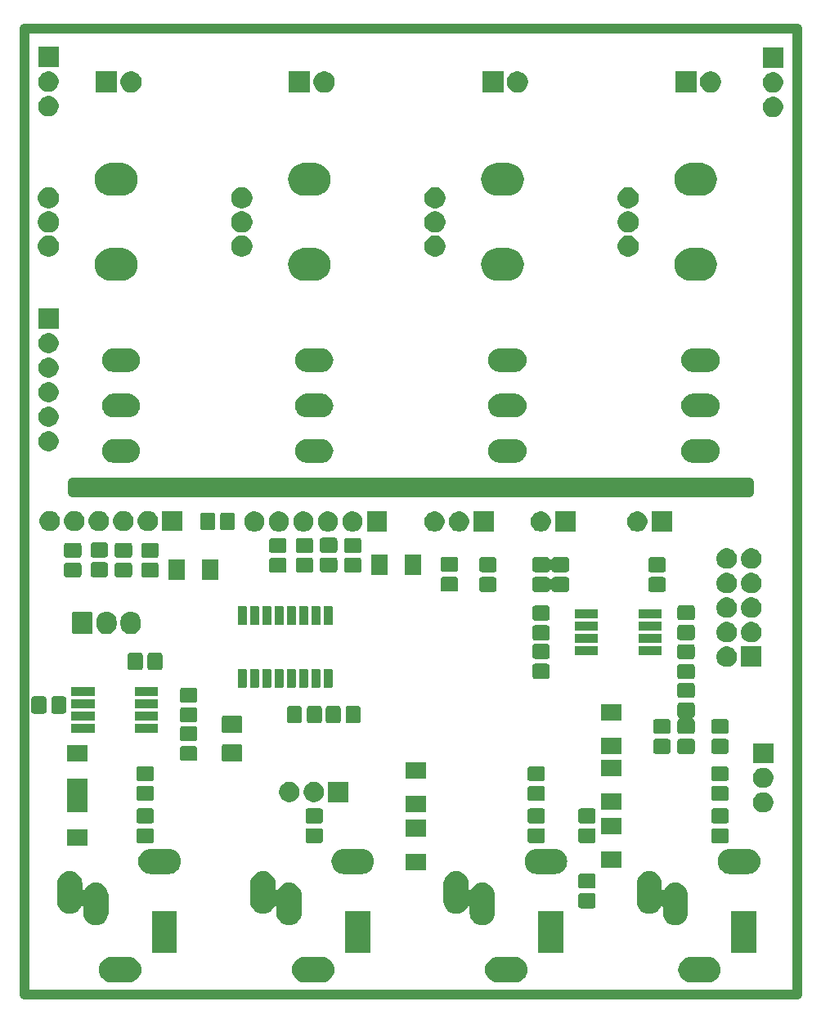
<source format=gbr>
%TF.GenerationSoftware,KiCad,Pcbnew,(5.1.5)-3*%
%TF.CreationDate,2020-04-29T23:34:31+02:00*%
%TF.ProjectId,KicadJE_SympleSeq,4b696361-644a-4455-9f53-796d706c6553,Rev A*%
%TF.SameCoordinates,Original*%
%TF.FileFunction,Soldermask,Top*%
%TF.FilePolarity,Negative*%
%FSLAX46Y46*%
G04 Gerber Fmt 4.6, Leading zero omitted, Abs format (unit mm)*
G04 Created by KiCad (PCBNEW (5.1.5)-3) date 2020-04-29 23:34:31*
%MOMM*%
%LPD*%
G04 APERTURE LIST*
%ADD10C,1.000000*%
%ADD11C,0.150000*%
G04 APERTURE END LIST*
D10*
X105000000Y-96950000D02*
X105000000Y-97950000D01*
X175000000Y-96950000D02*
X175000000Y-97950000D01*
X105000000Y-96950000D02*
X175000000Y-96950000D01*
X175000000Y-97950000D02*
X105000000Y-97950000D01*
X180000000Y-50000000D02*
X100000000Y-50000000D01*
X180000000Y-150000000D02*
X180000000Y-50000000D01*
X100000000Y-150000000D02*
X180000000Y-150000000D01*
X100000000Y-50000000D02*
X100000000Y-150000000D01*
D11*
G36*
X171054845Y-146118810D02*
G01*
X171299896Y-146193145D01*
X171525736Y-146313860D01*
X171723687Y-146476313D01*
X171886140Y-146674264D01*
X172006855Y-146900104D01*
X172081190Y-147145155D01*
X172106290Y-147400000D01*
X172081190Y-147654845D01*
X172006855Y-147899896D01*
X171886140Y-148125736D01*
X171723687Y-148323687D01*
X171525736Y-148486140D01*
X171299896Y-148606855D01*
X171054845Y-148681190D01*
X170863864Y-148700000D01*
X168936136Y-148700000D01*
X168745155Y-148681190D01*
X168500104Y-148606855D01*
X168274264Y-148486140D01*
X168076313Y-148323687D01*
X167913860Y-148125736D01*
X167793145Y-147899896D01*
X167718810Y-147654845D01*
X167693710Y-147400000D01*
X167718810Y-147145155D01*
X167793145Y-146900104D01*
X167913860Y-146674264D01*
X168076313Y-146476313D01*
X168274264Y-146313860D01*
X168500104Y-146193145D01*
X168745155Y-146118810D01*
X168936136Y-146100000D01*
X170863864Y-146100000D01*
X171054845Y-146118810D01*
G37*
G36*
X151054845Y-146118810D02*
G01*
X151299896Y-146193145D01*
X151525736Y-146313860D01*
X151723687Y-146476313D01*
X151886140Y-146674264D01*
X152006855Y-146900104D01*
X152081190Y-147145155D01*
X152106290Y-147400000D01*
X152081190Y-147654845D01*
X152006855Y-147899896D01*
X151886140Y-148125736D01*
X151723687Y-148323687D01*
X151525736Y-148486140D01*
X151299896Y-148606855D01*
X151054845Y-148681190D01*
X150863864Y-148700000D01*
X148936136Y-148700000D01*
X148745155Y-148681190D01*
X148500104Y-148606855D01*
X148274264Y-148486140D01*
X148076313Y-148323687D01*
X147913860Y-148125736D01*
X147793145Y-147899896D01*
X147718810Y-147654845D01*
X147693710Y-147400000D01*
X147718810Y-147145155D01*
X147793145Y-146900104D01*
X147913860Y-146674264D01*
X148076313Y-146476313D01*
X148274264Y-146313860D01*
X148500104Y-146193145D01*
X148745155Y-146118810D01*
X148936136Y-146100000D01*
X150863864Y-146100000D01*
X151054845Y-146118810D01*
G37*
G36*
X131054845Y-146118810D02*
G01*
X131299896Y-146193145D01*
X131525736Y-146313860D01*
X131723687Y-146476313D01*
X131886140Y-146674264D01*
X132006855Y-146900104D01*
X132081190Y-147145155D01*
X132106290Y-147400000D01*
X132081190Y-147654845D01*
X132006855Y-147899896D01*
X131886140Y-148125736D01*
X131723687Y-148323687D01*
X131525736Y-148486140D01*
X131299896Y-148606855D01*
X131054845Y-148681190D01*
X130863864Y-148700000D01*
X128936136Y-148700000D01*
X128745155Y-148681190D01*
X128500104Y-148606855D01*
X128274264Y-148486140D01*
X128076313Y-148323687D01*
X127913860Y-148125736D01*
X127793145Y-147899896D01*
X127718810Y-147654845D01*
X127693710Y-147400000D01*
X127718810Y-147145155D01*
X127793145Y-146900104D01*
X127913860Y-146674264D01*
X128076313Y-146476313D01*
X128274264Y-146313860D01*
X128500104Y-146193145D01*
X128745155Y-146118810D01*
X128936136Y-146100000D01*
X130863864Y-146100000D01*
X131054845Y-146118810D01*
G37*
G36*
X111054845Y-146118810D02*
G01*
X111299896Y-146193145D01*
X111525736Y-146313860D01*
X111723687Y-146476313D01*
X111886140Y-146674264D01*
X112006855Y-146900104D01*
X112081190Y-147145155D01*
X112106290Y-147400000D01*
X112081190Y-147654845D01*
X112006855Y-147899896D01*
X111886140Y-148125736D01*
X111723687Y-148323687D01*
X111525736Y-148486140D01*
X111299896Y-148606855D01*
X111054845Y-148681190D01*
X110863864Y-148700000D01*
X108936136Y-148700000D01*
X108745155Y-148681190D01*
X108500104Y-148606855D01*
X108274264Y-148486140D01*
X108076313Y-148323687D01*
X107913860Y-148125736D01*
X107793145Y-147899896D01*
X107718810Y-147654845D01*
X107693710Y-147400000D01*
X107718810Y-147145155D01*
X107793145Y-146900104D01*
X107913860Y-146674264D01*
X108076313Y-146476313D01*
X108274264Y-146313860D01*
X108500104Y-146193145D01*
X108745155Y-146118810D01*
X108936136Y-146100000D01*
X110863864Y-146100000D01*
X111054845Y-146118810D01*
G37*
G36*
X135800000Y-145700000D02*
G01*
X133200000Y-145700000D01*
X133200000Y-141300000D01*
X135800000Y-141300000D01*
X135800000Y-145700000D01*
G37*
G36*
X115800000Y-145700000D02*
G01*
X113200000Y-145700000D01*
X113200000Y-141300000D01*
X115800000Y-141300000D01*
X115800000Y-145700000D01*
G37*
G36*
X175800000Y-145700000D02*
G01*
X173200000Y-145700000D01*
X173200000Y-141300000D01*
X175800000Y-141300000D01*
X175800000Y-145700000D01*
G37*
G36*
X155800000Y-145700000D02*
G01*
X153200000Y-145700000D01*
X153200000Y-141300000D01*
X155800000Y-141300000D01*
X155800000Y-145700000D01*
G37*
G36*
X164954844Y-137218810D02*
G01*
X165199895Y-137293145D01*
X165425735Y-137413860D01*
X165623687Y-137576313D01*
X165786140Y-137774264D01*
X165906855Y-138000104D01*
X165981190Y-138245155D01*
X166000000Y-138436136D01*
X166000000Y-139062432D01*
X166002402Y-139086818D01*
X166009515Y-139110267D01*
X166021066Y-139131878D01*
X166036611Y-139150820D01*
X166055553Y-139166365D01*
X166077164Y-139177916D01*
X166100613Y-139185029D01*
X166124999Y-139187431D01*
X166149385Y-139185029D01*
X166172834Y-139177916D01*
X166194445Y-139166365D01*
X166213387Y-139150820D01*
X166235238Y-139121356D01*
X166266734Y-139062432D01*
X166313860Y-138974265D01*
X166476313Y-138776313D01*
X166674264Y-138613860D01*
X166900104Y-138493145D01*
X167145155Y-138418810D01*
X167400000Y-138393710D01*
X167654844Y-138418810D01*
X167899895Y-138493145D01*
X168125735Y-138613860D01*
X168323687Y-138776313D01*
X168486140Y-138974264D01*
X168606855Y-139200104D01*
X168681190Y-139445155D01*
X168700000Y-139636136D01*
X168700000Y-141563864D01*
X168681190Y-141754845D01*
X168606855Y-141999896D01*
X168486140Y-142225736D01*
X168323687Y-142423687D01*
X168125736Y-142586140D01*
X167899896Y-142706855D01*
X167654845Y-142781190D01*
X167400000Y-142806290D01*
X167145156Y-142781190D01*
X166900105Y-142706855D01*
X166674265Y-142586140D01*
X166476314Y-142423687D01*
X166313861Y-142225736D01*
X166193146Y-141999896D01*
X166118811Y-141754845D01*
X166100000Y-141563864D01*
X166100000Y-140937569D01*
X166097598Y-140913183D01*
X166090485Y-140889734D01*
X166078934Y-140868123D01*
X166063389Y-140849181D01*
X166044447Y-140833636D01*
X166022836Y-140822085D01*
X165999387Y-140814972D01*
X165975001Y-140812570D01*
X165950615Y-140814972D01*
X165927166Y-140822085D01*
X165905555Y-140833636D01*
X165886613Y-140849181D01*
X165864764Y-140878643D01*
X165786140Y-141025736D01*
X165623687Y-141223687D01*
X165425736Y-141386140D01*
X165199896Y-141506855D01*
X164954845Y-141581190D01*
X164700000Y-141606290D01*
X164445156Y-141581190D01*
X164200105Y-141506855D01*
X163974265Y-141386140D01*
X163776314Y-141223687D01*
X163613861Y-141025736D01*
X163493146Y-140799896D01*
X163418811Y-140554845D01*
X163400000Y-140363864D01*
X163400000Y-138436137D01*
X163418810Y-138245156D01*
X163493145Y-138000105D01*
X163613860Y-137774265D01*
X163776313Y-137576313D01*
X163974264Y-137413860D01*
X164200104Y-137293145D01*
X164445155Y-137218810D01*
X164700000Y-137193710D01*
X164954844Y-137218810D01*
G37*
G36*
X104954844Y-137218810D02*
G01*
X105199895Y-137293145D01*
X105425735Y-137413860D01*
X105623687Y-137576313D01*
X105786140Y-137774264D01*
X105906855Y-138000104D01*
X105981190Y-138245155D01*
X106000000Y-138436136D01*
X106000000Y-139062432D01*
X106002402Y-139086818D01*
X106009515Y-139110267D01*
X106021066Y-139131878D01*
X106036611Y-139150820D01*
X106055553Y-139166365D01*
X106077164Y-139177916D01*
X106100613Y-139185029D01*
X106124999Y-139187431D01*
X106149385Y-139185029D01*
X106172834Y-139177916D01*
X106194445Y-139166365D01*
X106213387Y-139150820D01*
X106235238Y-139121356D01*
X106266734Y-139062432D01*
X106313860Y-138974265D01*
X106476313Y-138776313D01*
X106674264Y-138613860D01*
X106900104Y-138493145D01*
X107145155Y-138418810D01*
X107400000Y-138393710D01*
X107654844Y-138418810D01*
X107899895Y-138493145D01*
X108125735Y-138613860D01*
X108323687Y-138776313D01*
X108486140Y-138974264D01*
X108606855Y-139200104D01*
X108681190Y-139445155D01*
X108700000Y-139636136D01*
X108700000Y-141563864D01*
X108681190Y-141754845D01*
X108606855Y-141999896D01*
X108486140Y-142225736D01*
X108323687Y-142423687D01*
X108125736Y-142586140D01*
X107899896Y-142706855D01*
X107654845Y-142781190D01*
X107400000Y-142806290D01*
X107145156Y-142781190D01*
X106900105Y-142706855D01*
X106674265Y-142586140D01*
X106476314Y-142423687D01*
X106313861Y-142225736D01*
X106193146Y-141999896D01*
X106118811Y-141754845D01*
X106100000Y-141563864D01*
X106100000Y-140937569D01*
X106097598Y-140913183D01*
X106090485Y-140889734D01*
X106078934Y-140868123D01*
X106063389Y-140849181D01*
X106044447Y-140833636D01*
X106022836Y-140822085D01*
X105999387Y-140814972D01*
X105975001Y-140812570D01*
X105950615Y-140814972D01*
X105927166Y-140822085D01*
X105905555Y-140833636D01*
X105886613Y-140849181D01*
X105864764Y-140878643D01*
X105786140Y-141025736D01*
X105623687Y-141223687D01*
X105425736Y-141386140D01*
X105199896Y-141506855D01*
X104954845Y-141581190D01*
X104700000Y-141606290D01*
X104445156Y-141581190D01*
X104200105Y-141506855D01*
X103974265Y-141386140D01*
X103776314Y-141223687D01*
X103613861Y-141025736D01*
X103493146Y-140799896D01*
X103418811Y-140554845D01*
X103400000Y-140363864D01*
X103400000Y-138436137D01*
X103418810Y-138245156D01*
X103493145Y-138000105D01*
X103613860Y-137774265D01*
X103776313Y-137576313D01*
X103974264Y-137413860D01*
X104200104Y-137293145D01*
X104445155Y-137218810D01*
X104700000Y-137193710D01*
X104954844Y-137218810D01*
G37*
G36*
X144954844Y-137218810D02*
G01*
X145199895Y-137293145D01*
X145425735Y-137413860D01*
X145623687Y-137576313D01*
X145786140Y-137774264D01*
X145906855Y-138000104D01*
X145981190Y-138245155D01*
X146000000Y-138436136D01*
X146000000Y-139062432D01*
X146002402Y-139086818D01*
X146009515Y-139110267D01*
X146021066Y-139131878D01*
X146036611Y-139150820D01*
X146055553Y-139166365D01*
X146077164Y-139177916D01*
X146100613Y-139185029D01*
X146124999Y-139187431D01*
X146149385Y-139185029D01*
X146172834Y-139177916D01*
X146194445Y-139166365D01*
X146213387Y-139150820D01*
X146235238Y-139121356D01*
X146266734Y-139062432D01*
X146313860Y-138974265D01*
X146476313Y-138776313D01*
X146674264Y-138613860D01*
X146900104Y-138493145D01*
X147145155Y-138418810D01*
X147400000Y-138393710D01*
X147654844Y-138418810D01*
X147899895Y-138493145D01*
X148125735Y-138613860D01*
X148323687Y-138776313D01*
X148486140Y-138974264D01*
X148606855Y-139200104D01*
X148681190Y-139445155D01*
X148700000Y-139636136D01*
X148700000Y-141563864D01*
X148681190Y-141754845D01*
X148606855Y-141999896D01*
X148486140Y-142225736D01*
X148323687Y-142423687D01*
X148125736Y-142586140D01*
X147899896Y-142706855D01*
X147654845Y-142781190D01*
X147400000Y-142806290D01*
X147145156Y-142781190D01*
X146900105Y-142706855D01*
X146674265Y-142586140D01*
X146476314Y-142423687D01*
X146313861Y-142225736D01*
X146193146Y-141999896D01*
X146118811Y-141754845D01*
X146100000Y-141563864D01*
X146100000Y-140937569D01*
X146097598Y-140913183D01*
X146090485Y-140889734D01*
X146078934Y-140868123D01*
X146063389Y-140849181D01*
X146044447Y-140833636D01*
X146022836Y-140822085D01*
X145999387Y-140814972D01*
X145975001Y-140812570D01*
X145950615Y-140814972D01*
X145927166Y-140822085D01*
X145905555Y-140833636D01*
X145886613Y-140849181D01*
X145864764Y-140878643D01*
X145786140Y-141025736D01*
X145623687Y-141223687D01*
X145425736Y-141386140D01*
X145199896Y-141506855D01*
X144954845Y-141581190D01*
X144700000Y-141606290D01*
X144445156Y-141581190D01*
X144200105Y-141506855D01*
X143974265Y-141386140D01*
X143776314Y-141223687D01*
X143613861Y-141025736D01*
X143493146Y-140799896D01*
X143418811Y-140554845D01*
X143400000Y-140363864D01*
X143400000Y-138436137D01*
X143418810Y-138245156D01*
X143493145Y-138000105D01*
X143613860Y-137774265D01*
X143776313Y-137576313D01*
X143974264Y-137413860D01*
X144200104Y-137293145D01*
X144445155Y-137218810D01*
X144700000Y-137193710D01*
X144954844Y-137218810D01*
G37*
G36*
X124954844Y-137218810D02*
G01*
X125199895Y-137293145D01*
X125425735Y-137413860D01*
X125623687Y-137576313D01*
X125786140Y-137774264D01*
X125906855Y-138000104D01*
X125981190Y-138245155D01*
X126000000Y-138436136D01*
X126000000Y-139062432D01*
X126002402Y-139086818D01*
X126009515Y-139110267D01*
X126021066Y-139131878D01*
X126036611Y-139150820D01*
X126055553Y-139166365D01*
X126077164Y-139177916D01*
X126100613Y-139185029D01*
X126124999Y-139187431D01*
X126149385Y-139185029D01*
X126172834Y-139177916D01*
X126194445Y-139166365D01*
X126213387Y-139150820D01*
X126235238Y-139121356D01*
X126266734Y-139062432D01*
X126313860Y-138974265D01*
X126476313Y-138776313D01*
X126674264Y-138613860D01*
X126900104Y-138493145D01*
X127145155Y-138418810D01*
X127400000Y-138393710D01*
X127654844Y-138418810D01*
X127899895Y-138493145D01*
X128125735Y-138613860D01*
X128323687Y-138776313D01*
X128486140Y-138974264D01*
X128606855Y-139200104D01*
X128681190Y-139445155D01*
X128700000Y-139636136D01*
X128700000Y-141563864D01*
X128681190Y-141754845D01*
X128606855Y-141999896D01*
X128486140Y-142225736D01*
X128323687Y-142423687D01*
X128125736Y-142586140D01*
X127899896Y-142706855D01*
X127654845Y-142781190D01*
X127400000Y-142806290D01*
X127145156Y-142781190D01*
X126900105Y-142706855D01*
X126674265Y-142586140D01*
X126476314Y-142423687D01*
X126313861Y-142225736D01*
X126193146Y-141999896D01*
X126118811Y-141754845D01*
X126100000Y-141563864D01*
X126100000Y-140937569D01*
X126097598Y-140913183D01*
X126090485Y-140889734D01*
X126078934Y-140868123D01*
X126063389Y-140849181D01*
X126044447Y-140833636D01*
X126022836Y-140822085D01*
X125999387Y-140814972D01*
X125975001Y-140812570D01*
X125950615Y-140814972D01*
X125927166Y-140822085D01*
X125905555Y-140833636D01*
X125886613Y-140849181D01*
X125864764Y-140878643D01*
X125786140Y-141025736D01*
X125623687Y-141223687D01*
X125425736Y-141386140D01*
X125199896Y-141506855D01*
X124954845Y-141581190D01*
X124700000Y-141606290D01*
X124445156Y-141581190D01*
X124200105Y-141506855D01*
X123974265Y-141386140D01*
X123776314Y-141223687D01*
X123613861Y-141025736D01*
X123493146Y-140799896D01*
X123418811Y-140554845D01*
X123400000Y-140363864D01*
X123400000Y-138436137D01*
X123418810Y-138245156D01*
X123493145Y-138000105D01*
X123613860Y-137774265D01*
X123776313Y-137576313D01*
X123974264Y-137413860D01*
X124200104Y-137293145D01*
X124445155Y-137218810D01*
X124700000Y-137193710D01*
X124954844Y-137218810D01*
G37*
G36*
X158935529Y-139505710D02*
G01*
X158985378Y-139520831D01*
X159031310Y-139545382D01*
X159071574Y-139578426D01*
X159104618Y-139618690D01*
X159129169Y-139664622D01*
X159144290Y-139714471D01*
X159150000Y-139772444D01*
X159150000Y-140777556D01*
X159144290Y-140835529D01*
X159129169Y-140885378D01*
X159104618Y-140931310D01*
X159071574Y-140971574D01*
X159031310Y-141004618D01*
X158985378Y-141029169D01*
X158935529Y-141044290D01*
X158877556Y-141050000D01*
X157622444Y-141050000D01*
X157564471Y-141044290D01*
X157514622Y-141029169D01*
X157468690Y-141004618D01*
X157428426Y-140971574D01*
X157395382Y-140931310D01*
X157370831Y-140885378D01*
X157355710Y-140835529D01*
X157350000Y-140777556D01*
X157350000Y-139772444D01*
X157355710Y-139714471D01*
X157370831Y-139664622D01*
X157395382Y-139618690D01*
X157428426Y-139578426D01*
X157468690Y-139545382D01*
X157514622Y-139520831D01*
X157564471Y-139505710D01*
X157622444Y-139500000D01*
X158877556Y-139500000D01*
X158935529Y-139505710D01*
G37*
G36*
X158935529Y-137455710D02*
G01*
X158985378Y-137470831D01*
X159031310Y-137495382D01*
X159071574Y-137528426D01*
X159104618Y-137568690D01*
X159129169Y-137614622D01*
X159144290Y-137664471D01*
X159150000Y-137722444D01*
X159150000Y-138727556D01*
X159144290Y-138785529D01*
X159129169Y-138835378D01*
X159104618Y-138881310D01*
X159071574Y-138921574D01*
X159031310Y-138954618D01*
X158985378Y-138979169D01*
X158935529Y-138994290D01*
X158877556Y-139000000D01*
X157622444Y-139000000D01*
X157564471Y-138994290D01*
X157514622Y-138979169D01*
X157468690Y-138954618D01*
X157428426Y-138921574D01*
X157395382Y-138881310D01*
X157370831Y-138835378D01*
X157355710Y-138785529D01*
X157350000Y-138727556D01*
X157350000Y-137722444D01*
X157355710Y-137664471D01*
X157370831Y-137614622D01*
X157395382Y-137568690D01*
X157428426Y-137528426D01*
X157468690Y-137495382D01*
X157514622Y-137470831D01*
X157564471Y-137455710D01*
X157622444Y-137450000D01*
X158877556Y-137450000D01*
X158935529Y-137455710D01*
G37*
G36*
X135154845Y-134918810D02*
G01*
X135399896Y-134993145D01*
X135625736Y-135113860D01*
X135823687Y-135276313D01*
X135986140Y-135474264D01*
X136106855Y-135700104D01*
X136181190Y-135945155D01*
X136206290Y-136200000D01*
X136181190Y-136454845D01*
X136106855Y-136699896D01*
X135986140Y-136925736D01*
X135823687Y-137123687D01*
X135625736Y-137286140D01*
X135399896Y-137406855D01*
X135154845Y-137481190D01*
X134963864Y-137500000D01*
X133036136Y-137500000D01*
X132845155Y-137481190D01*
X132600104Y-137406855D01*
X132374264Y-137286140D01*
X132176313Y-137123687D01*
X132013860Y-136925736D01*
X131893145Y-136699896D01*
X131818810Y-136454845D01*
X131793710Y-136200000D01*
X131818810Y-135945155D01*
X131893145Y-135700104D01*
X132013860Y-135474264D01*
X132176313Y-135276313D01*
X132374264Y-135113860D01*
X132600104Y-134993145D01*
X132845155Y-134918810D01*
X133036136Y-134900000D01*
X134963864Y-134900000D01*
X135154845Y-134918810D01*
G37*
G36*
X155154845Y-134918810D02*
G01*
X155399896Y-134993145D01*
X155625736Y-135113860D01*
X155823687Y-135276313D01*
X155986140Y-135474264D01*
X156106855Y-135700104D01*
X156181190Y-135945155D01*
X156206290Y-136200000D01*
X156181190Y-136454845D01*
X156106855Y-136699896D01*
X155986140Y-136925736D01*
X155823687Y-137123687D01*
X155625736Y-137286140D01*
X155399896Y-137406855D01*
X155154845Y-137481190D01*
X154963864Y-137500000D01*
X153036136Y-137500000D01*
X152845155Y-137481190D01*
X152600104Y-137406855D01*
X152374264Y-137286140D01*
X152176313Y-137123687D01*
X152013860Y-136925736D01*
X151893145Y-136699896D01*
X151818810Y-136454845D01*
X151793710Y-136200000D01*
X151818810Y-135945155D01*
X151893145Y-135700104D01*
X152013860Y-135474264D01*
X152176313Y-135276313D01*
X152374264Y-135113860D01*
X152600104Y-134993145D01*
X152845155Y-134918810D01*
X153036136Y-134900000D01*
X154963864Y-134900000D01*
X155154845Y-134918810D01*
G37*
G36*
X115154845Y-134918810D02*
G01*
X115399896Y-134993145D01*
X115625736Y-135113860D01*
X115823687Y-135276313D01*
X115986140Y-135474264D01*
X116106855Y-135700104D01*
X116181190Y-135945155D01*
X116206290Y-136200000D01*
X116181190Y-136454845D01*
X116106855Y-136699896D01*
X115986140Y-136925736D01*
X115823687Y-137123687D01*
X115625736Y-137286140D01*
X115399896Y-137406855D01*
X115154845Y-137481190D01*
X114963864Y-137500000D01*
X113036136Y-137500000D01*
X112845155Y-137481190D01*
X112600104Y-137406855D01*
X112374264Y-137286140D01*
X112176313Y-137123687D01*
X112013860Y-136925736D01*
X111893145Y-136699896D01*
X111818810Y-136454845D01*
X111793710Y-136200000D01*
X111818810Y-135945155D01*
X111893145Y-135700104D01*
X112013860Y-135474264D01*
X112176313Y-135276313D01*
X112374264Y-135113860D01*
X112600104Y-134993145D01*
X112845155Y-134918810D01*
X113036136Y-134900000D01*
X114963864Y-134900000D01*
X115154845Y-134918810D01*
G37*
G36*
X175154845Y-134918810D02*
G01*
X175399896Y-134993145D01*
X175625736Y-135113860D01*
X175823687Y-135276313D01*
X175986140Y-135474264D01*
X176106855Y-135700104D01*
X176181190Y-135945155D01*
X176206290Y-136200000D01*
X176181190Y-136454845D01*
X176106855Y-136699896D01*
X175986140Y-136925736D01*
X175823687Y-137123687D01*
X175625736Y-137286140D01*
X175399896Y-137406855D01*
X175154845Y-137481190D01*
X174963864Y-137500000D01*
X173036136Y-137500000D01*
X172845155Y-137481190D01*
X172600104Y-137406855D01*
X172374264Y-137286140D01*
X172176313Y-137123687D01*
X172013860Y-136925736D01*
X171893145Y-136699896D01*
X171818810Y-136454845D01*
X171793710Y-136200000D01*
X171818810Y-135945155D01*
X171893145Y-135700104D01*
X172013860Y-135474264D01*
X172176313Y-135276313D01*
X172374264Y-135113860D01*
X172600104Y-134993145D01*
X172845155Y-134918810D01*
X173036136Y-134900000D01*
X174963864Y-134900000D01*
X175154845Y-134918810D01*
G37*
G36*
X141550000Y-137100000D02*
G01*
X139450000Y-137100000D01*
X139450000Y-135400000D01*
X141550000Y-135400000D01*
X141550000Y-137100000D01*
G37*
G36*
X161800000Y-136850000D02*
G01*
X159700000Y-136850000D01*
X159700000Y-135150000D01*
X161800000Y-135150000D01*
X161800000Y-136850000D01*
G37*
G36*
X106550000Y-134600000D02*
G01*
X104450000Y-134600000D01*
X104450000Y-132900000D01*
X106550000Y-132900000D01*
X106550000Y-134600000D01*
G37*
G36*
X158935529Y-132755710D02*
G01*
X158985378Y-132770831D01*
X159031310Y-132795382D01*
X159071574Y-132828426D01*
X159104618Y-132868690D01*
X159129169Y-132914622D01*
X159144290Y-132964471D01*
X159150000Y-133022444D01*
X159150000Y-134027556D01*
X159144290Y-134085529D01*
X159129169Y-134135378D01*
X159104618Y-134181310D01*
X159071574Y-134221574D01*
X159031310Y-134254618D01*
X158985378Y-134279169D01*
X158935529Y-134294290D01*
X158877556Y-134300000D01*
X157622444Y-134300000D01*
X157564471Y-134294290D01*
X157514622Y-134279169D01*
X157468690Y-134254618D01*
X157428426Y-134221574D01*
X157395382Y-134181310D01*
X157370831Y-134135378D01*
X157355710Y-134085529D01*
X157350000Y-134027556D01*
X157350000Y-133022444D01*
X157355710Y-132964471D01*
X157370831Y-132914622D01*
X157395382Y-132868690D01*
X157428426Y-132828426D01*
X157468690Y-132795382D01*
X157514622Y-132770831D01*
X157564471Y-132755710D01*
X157622444Y-132750000D01*
X158877556Y-132750000D01*
X158935529Y-132755710D01*
G37*
G36*
X113185529Y-132755710D02*
G01*
X113235378Y-132770831D01*
X113281310Y-132795382D01*
X113321574Y-132828426D01*
X113354618Y-132868690D01*
X113379169Y-132914622D01*
X113394290Y-132964471D01*
X113400000Y-133022444D01*
X113400000Y-134027556D01*
X113394290Y-134085529D01*
X113379169Y-134135378D01*
X113354618Y-134181310D01*
X113321574Y-134221574D01*
X113281310Y-134254618D01*
X113235378Y-134279169D01*
X113185529Y-134294290D01*
X113127556Y-134300000D01*
X111872444Y-134300000D01*
X111814471Y-134294290D01*
X111764622Y-134279169D01*
X111718690Y-134254618D01*
X111678426Y-134221574D01*
X111645382Y-134181310D01*
X111620831Y-134135378D01*
X111605710Y-134085529D01*
X111600000Y-134027556D01*
X111600000Y-133022444D01*
X111605710Y-132964471D01*
X111620831Y-132914622D01*
X111645382Y-132868690D01*
X111678426Y-132828426D01*
X111718690Y-132795382D01*
X111764622Y-132770831D01*
X111814471Y-132755710D01*
X111872444Y-132750000D01*
X113127556Y-132750000D01*
X113185529Y-132755710D01*
G37*
G36*
X172710529Y-132755710D02*
G01*
X172760378Y-132770831D01*
X172806310Y-132795382D01*
X172846574Y-132828426D01*
X172879618Y-132868690D01*
X172904169Y-132914622D01*
X172919290Y-132964471D01*
X172925000Y-133022444D01*
X172925000Y-134027556D01*
X172919290Y-134085529D01*
X172904169Y-134135378D01*
X172879618Y-134181310D01*
X172846574Y-134221574D01*
X172806310Y-134254618D01*
X172760378Y-134279169D01*
X172710529Y-134294290D01*
X172652556Y-134300000D01*
X171397444Y-134300000D01*
X171339471Y-134294290D01*
X171289622Y-134279169D01*
X171243690Y-134254618D01*
X171203426Y-134221574D01*
X171170382Y-134181310D01*
X171145831Y-134135378D01*
X171130710Y-134085529D01*
X171125000Y-134027556D01*
X171125000Y-133022444D01*
X171130710Y-132964471D01*
X171145831Y-132914622D01*
X171170382Y-132868690D01*
X171203426Y-132828426D01*
X171243690Y-132795382D01*
X171289622Y-132770831D01*
X171339471Y-132755710D01*
X171397444Y-132750000D01*
X172652556Y-132750000D01*
X172710529Y-132755710D01*
G37*
G36*
X153685529Y-132755710D02*
G01*
X153735378Y-132770831D01*
X153781310Y-132795382D01*
X153821574Y-132828426D01*
X153854618Y-132868690D01*
X153879169Y-132914622D01*
X153894290Y-132964471D01*
X153900000Y-133022444D01*
X153900000Y-134027556D01*
X153894290Y-134085529D01*
X153879169Y-134135378D01*
X153854618Y-134181310D01*
X153821574Y-134221574D01*
X153781310Y-134254618D01*
X153735378Y-134279169D01*
X153685529Y-134294290D01*
X153627556Y-134300000D01*
X152372444Y-134300000D01*
X152314471Y-134294290D01*
X152264622Y-134279169D01*
X152218690Y-134254618D01*
X152178426Y-134221574D01*
X152145382Y-134181310D01*
X152120831Y-134135378D01*
X152105710Y-134085529D01*
X152100000Y-134027556D01*
X152100000Y-133022444D01*
X152105710Y-132964471D01*
X152120831Y-132914622D01*
X152145382Y-132868690D01*
X152178426Y-132828426D01*
X152218690Y-132795382D01*
X152264622Y-132770831D01*
X152314471Y-132755710D01*
X152372444Y-132750000D01*
X153627556Y-132750000D01*
X153685529Y-132755710D01*
G37*
G36*
X130685529Y-132755710D02*
G01*
X130735378Y-132770831D01*
X130781310Y-132795382D01*
X130821574Y-132828426D01*
X130854618Y-132868690D01*
X130879169Y-132914622D01*
X130894290Y-132964471D01*
X130900000Y-133022444D01*
X130900000Y-134027556D01*
X130894290Y-134085529D01*
X130879169Y-134135378D01*
X130854618Y-134181310D01*
X130821574Y-134221574D01*
X130781310Y-134254618D01*
X130735378Y-134279169D01*
X130685529Y-134294290D01*
X130627556Y-134300000D01*
X129372444Y-134300000D01*
X129314471Y-134294290D01*
X129264622Y-134279169D01*
X129218690Y-134254618D01*
X129178426Y-134221574D01*
X129145382Y-134181310D01*
X129120831Y-134135378D01*
X129105710Y-134085529D01*
X129100000Y-134027556D01*
X129100000Y-133022444D01*
X129105710Y-132964471D01*
X129120831Y-132914622D01*
X129145382Y-132868690D01*
X129178426Y-132828426D01*
X129218690Y-132795382D01*
X129264622Y-132770831D01*
X129314471Y-132755710D01*
X129372444Y-132750000D01*
X130627556Y-132750000D01*
X130685529Y-132755710D01*
G37*
G36*
X141550000Y-133600000D02*
G01*
X139450000Y-133600000D01*
X139450000Y-131900000D01*
X141550000Y-131900000D01*
X141550000Y-133600000D01*
G37*
G36*
X161800000Y-133350000D02*
G01*
X159700000Y-133350000D01*
X159700000Y-131650000D01*
X161800000Y-131650000D01*
X161800000Y-133350000D01*
G37*
G36*
X172710529Y-130705710D02*
G01*
X172760378Y-130720831D01*
X172806310Y-130745382D01*
X172846574Y-130778426D01*
X172879618Y-130818690D01*
X172904169Y-130864622D01*
X172919290Y-130914471D01*
X172925000Y-130972444D01*
X172925000Y-131977556D01*
X172919290Y-132035529D01*
X172904169Y-132085378D01*
X172879618Y-132131310D01*
X172846574Y-132171574D01*
X172806310Y-132204618D01*
X172760378Y-132229169D01*
X172710529Y-132244290D01*
X172652556Y-132250000D01*
X171397444Y-132250000D01*
X171339471Y-132244290D01*
X171289622Y-132229169D01*
X171243690Y-132204618D01*
X171203426Y-132171574D01*
X171170382Y-132131310D01*
X171145831Y-132085378D01*
X171130710Y-132035529D01*
X171125000Y-131977556D01*
X171125000Y-130972444D01*
X171130710Y-130914471D01*
X171145831Y-130864622D01*
X171170382Y-130818690D01*
X171203426Y-130778426D01*
X171243690Y-130745382D01*
X171289622Y-130720831D01*
X171339471Y-130705710D01*
X171397444Y-130700000D01*
X172652556Y-130700000D01*
X172710529Y-130705710D01*
G37*
G36*
X158935529Y-130705710D02*
G01*
X158985378Y-130720831D01*
X159031310Y-130745382D01*
X159071574Y-130778426D01*
X159104618Y-130818690D01*
X159129169Y-130864622D01*
X159144290Y-130914471D01*
X159150000Y-130972444D01*
X159150000Y-131977556D01*
X159144290Y-132035529D01*
X159129169Y-132085378D01*
X159104618Y-132131310D01*
X159071574Y-132171574D01*
X159031310Y-132204618D01*
X158985378Y-132229169D01*
X158935529Y-132244290D01*
X158877556Y-132250000D01*
X157622444Y-132250000D01*
X157564471Y-132244290D01*
X157514622Y-132229169D01*
X157468690Y-132204618D01*
X157428426Y-132171574D01*
X157395382Y-132131310D01*
X157370831Y-132085378D01*
X157355710Y-132035529D01*
X157350000Y-131977556D01*
X157350000Y-130972444D01*
X157355710Y-130914471D01*
X157370831Y-130864622D01*
X157395382Y-130818690D01*
X157428426Y-130778426D01*
X157468690Y-130745382D01*
X157514622Y-130720831D01*
X157564471Y-130705710D01*
X157622444Y-130700000D01*
X158877556Y-130700000D01*
X158935529Y-130705710D01*
G37*
G36*
X113185529Y-130705710D02*
G01*
X113235378Y-130720831D01*
X113281310Y-130745382D01*
X113321574Y-130778426D01*
X113354618Y-130818690D01*
X113379169Y-130864622D01*
X113394290Y-130914471D01*
X113400000Y-130972444D01*
X113400000Y-131977556D01*
X113394290Y-132035529D01*
X113379169Y-132085378D01*
X113354618Y-132131310D01*
X113321574Y-132171574D01*
X113281310Y-132204618D01*
X113235378Y-132229169D01*
X113185529Y-132244290D01*
X113127556Y-132250000D01*
X111872444Y-132250000D01*
X111814471Y-132244290D01*
X111764622Y-132229169D01*
X111718690Y-132204618D01*
X111678426Y-132171574D01*
X111645382Y-132131310D01*
X111620831Y-132085378D01*
X111605710Y-132035529D01*
X111600000Y-131977556D01*
X111600000Y-130972444D01*
X111605710Y-130914471D01*
X111620831Y-130864622D01*
X111645382Y-130818690D01*
X111678426Y-130778426D01*
X111718690Y-130745382D01*
X111764622Y-130720831D01*
X111814471Y-130705710D01*
X111872444Y-130700000D01*
X113127556Y-130700000D01*
X113185529Y-130705710D01*
G37*
G36*
X130685529Y-130705710D02*
G01*
X130735378Y-130720831D01*
X130781310Y-130745382D01*
X130821574Y-130778426D01*
X130854618Y-130818690D01*
X130879169Y-130864622D01*
X130894290Y-130914471D01*
X130900000Y-130972444D01*
X130900000Y-131977556D01*
X130894290Y-132035529D01*
X130879169Y-132085378D01*
X130854618Y-132131310D01*
X130821574Y-132171574D01*
X130781310Y-132204618D01*
X130735378Y-132229169D01*
X130685529Y-132244290D01*
X130627556Y-132250000D01*
X129372444Y-132250000D01*
X129314471Y-132244290D01*
X129264622Y-132229169D01*
X129218690Y-132204618D01*
X129178426Y-132171574D01*
X129145382Y-132131310D01*
X129120831Y-132085378D01*
X129105710Y-132035529D01*
X129100000Y-131977556D01*
X129100000Y-130972444D01*
X129105710Y-130914471D01*
X129120831Y-130864622D01*
X129145382Y-130818690D01*
X129178426Y-130778426D01*
X129218690Y-130745382D01*
X129264622Y-130720831D01*
X129314471Y-130705710D01*
X129372444Y-130700000D01*
X130627556Y-130700000D01*
X130685529Y-130705710D01*
G37*
G36*
X153685529Y-130705710D02*
G01*
X153735378Y-130720831D01*
X153781310Y-130745382D01*
X153821574Y-130778426D01*
X153854618Y-130818690D01*
X153879169Y-130864622D01*
X153894290Y-130914471D01*
X153900000Y-130972444D01*
X153900000Y-131977556D01*
X153894290Y-132035529D01*
X153879169Y-132085378D01*
X153854618Y-132131310D01*
X153821574Y-132171574D01*
X153781310Y-132204618D01*
X153735378Y-132229169D01*
X153685529Y-132244290D01*
X153627556Y-132250000D01*
X152372444Y-132250000D01*
X152314471Y-132244290D01*
X152264622Y-132229169D01*
X152218690Y-132204618D01*
X152178426Y-132171574D01*
X152145382Y-132131310D01*
X152120831Y-132085378D01*
X152105710Y-132035529D01*
X152100000Y-131977556D01*
X152100000Y-130972444D01*
X152105710Y-130914471D01*
X152120831Y-130864622D01*
X152145382Y-130818690D01*
X152178426Y-130778426D01*
X152218690Y-130745382D01*
X152264622Y-130720831D01*
X152314471Y-130705710D01*
X152372444Y-130700000D01*
X153627556Y-130700000D01*
X153685529Y-130705710D01*
G37*
G36*
X176628687Y-129035027D02*
G01*
X176806274Y-129070350D01*
X176997362Y-129149502D01*
X177169336Y-129264411D01*
X177315589Y-129410664D01*
X177430498Y-129582638D01*
X177509650Y-129773726D01*
X177550000Y-129976584D01*
X177550000Y-130183416D01*
X177509650Y-130386274D01*
X177430498Y-130577362D01*
X177315589Y-130749336D01*
X177169336Y-130895589D01*
X176997362Y-131010498D01*
X176806274Y-131089650D01*
X176628687Y-131124973D01*
X176603417Y-131130000D01*
X176396583Y-131130000D01*
X176371313Y-131124973D01*
X176193726Y-131089650D01*
X176002638Y-131010498D01*
X175830664Y-130895589D01*
X175684411Y-130749336D01*
X175569502Y-130577362D01*
X175490350Y-130386274D01*
X175450000Y-130183416D01*
X175450000Y-129976584D01*
X175490350Y-129773726D01*
X175569502Y-129582638D01*
X175684411Y-129410664D01*
X175830664Y-129264411D01*
X176002638Y-129149502D01*
X176193726Y-129070350D01*
X176371313Y-129035027D01*
X176396583Y-129030000D01*
X176603417Y-129030000D01*
X176628687Y-129035027D01*
G37*
G36*
X106550000Y-131100000D02*
G01*
X104450000Y-131100000D01*
X104450000Y-127650000D01*
X106550000Y-127650000D01*
X106550000Y-131100000D01*
G37*
G36*
X141550000Y-131100000D02*
G01*
X139450000Y-131100000D01*
X139450000Y-129400000D01*
X141550000Y-129400000D01*
X141550000Y-131100000D01*
G37*
G36*
X161800000Y-130850000D02*
G01*
X159700000Y-130850000D01*
X159700000Y-129150000D01*
X161800000Y-129150000D01*
X161800000Y-130850000D01*
G37*
G36*
X130088687Y-127955027D02*
G01*
X130266274Y-127990350D01*
X130457362Y-128069502D01*
X130629336Y-128184411D01*
X130775589Y-128330664D01*
X130890498Y-128502638D01*
X130969650Y-128693726D01*
X131010000Y-128896584D01*
X131010000Y-129103416D01*
X130969650Y-129306274D01*
X130890498Y-129497362D01*
X130775589Y-129669336D01*
X130629336Y-129815589D01*
X130457362Y-129930498D01*
X130266274Y-130009650D01*
X130088687Y-130044973D01*
X130063417Y-130050000D01*
X129856583Y-130050000D01*
X129831313Y-130044973D01*
X129653726Y-130009650D01*
X129462638Y-129930498D01*
X129290664Y-129815589D01*
X129144411Y-129669336D01*
X129029502Y-129497362D01*
X128950350Y-129306274D01*
X128910000Y-129103416D01*
X128910000Y-128896584D01*
X128950350Y-128693726D01*
X129029502Y-128502638D01*
X129144411Y-128330664D01*
X129290664Y-128184411D01*
X129462638Y-128069502D01*
X129653726Y-127990350D01*
X129831313Y-127955027D01*
X129856583Y-127950000D01*
X130063417Y-127950000D01*
X130088687Y-127955027D01*
G37*
G36*
X133550000Y-130050000D02*
G01*
X131450000Y-130050000D01*
X131450000Y-127950000D01*
X133550000Y-127950000D01*
X133550000Y-130050000D01*
G37*
G36*
X127548687Y-127955027D02*
G01*
X127726274Y-127990350D01*
X127917362Y-128069502D01*
X128089336Y-128184411D01*
X128235589Y-128330664D01*
X128350498Y-128502638D01*
X128429650Y-128693726D01*
X128470000Y-128896584D01*
X128470000Y-129103416D01*
X128429650Y-129306274D01*
X128350498Y-129497362D01*
X128235589Y-129669336D01*
X128089336Y-129815589D01*
X127917362Y-129930498D01*
X127726274Y-130009650D01*
X127548687Y-130044973D01*
X127523417Y-130050000D01*
X127316583Y-130050000D01*
X127291313Y-130044973D01*
X127113726Y-130009650D01*
X126922638Y-129930498D01*
X126750664Y-129815589D01*
X126604411Y-129669336D01*
X126489502Y-129497362D01*
X126410350Y-129306274D01*
X126370000Y-129103416D01*
X126370000Y-128896584D01*
X126410350Y-128693726D01*
X126489502Y-128502638D01*
X126604411Y-128330664D01*
X126750664Y-128184411D01*
X126922638Y-128069502D01*
X127113726Y-127990350D01*
X127291313Y-127955027D01*
X127316583Y-127950000D01*
X127523417Y-127950000D01*
X127548687Y-127955027D01*
G37*
G36*
X113185529Y-128385710D02*
G01*
X113235378Y-128400831D01*
X113281310Y-128425382D01*
X113321574Y-128458426D01*
X113354618Y-128498690D01*
X113379169Y-128544622D01*
X113394290Y-128594471D01*
X113400000Y-128652444D01*
X113400000Y-129657556D01*
X113394290Y-129715529D01*
X113379169Y-129765378D01*
X113354618Y-129811310D01*
X113321574Y-129851574D01*
X113281310Y-129884618D01*
X113235378Y-129909169D01*
X113185529Y-129924290D01*
X113127556Y-129930000D01*
X111872444Y-129930000D01*
X111814471Y-129924290D01*
X111764622Y-129909169D01*
X111718690Y-129884618D01*
X111678426Y-129851574D01*
X111645382Y-129811310D01*
X111620831Y-129765378D01*
X111605710Y-129715529D01*
X111600000Y-129657556D01*
X111600000Y-128652444D01*
X111605710Y-128594471D01*
X111620831Y-128544622D01*
X111645382Y-128498690D01*
X111678426Y-128458426D01*
X111718690Y-128425382D01*
X111764622Y-128400831D01*
X111814471Y-128385710D01*
X111872444Y-128380000D01*
X113127556Y-128380000D01*
X113185529Y-128385710D01*
G37*
G36*
X153685529Y-128385710D02*
G01*
X153735378Y-128400831D01*
X153781310Y-128425382D01*
X153821574Y-128458426D01*
X153854618Y-128498690D01*
X153879169Y-128544622D01*
X153894290Y-128594471D01*
X153900000Y-128652444D01*
X153900000Y-129657556D01*
X153894290Y-129715529D01*
X153879169Y-129765378D01*
X153854618Y-129811310D01*
X153821574Y-129851574D01*
X153781310Y-129884618D01*
X153735378Y-129909169D01*
X153685529Y-129924290D01*
X153627556Y-129930000D01*
X152372444Y-129930000D01*
X152314471Y-129924290D01*
X152264622Y-129909169D01*
X152218690Y-129884618D01*
X152178426Y-129851574D01*
X152145382Y-129811310D01*
X152120831Y-129765378D01*
X152105710Y-129715529D01*
X152100000Y-129657556D01*
X152100000Y-128652444D01*
X152105710Y-128594471D01*
X152120831Y-128544622D01*
X152145382Y-128498690D01*
X152178426Y-128458426D01*
X152218690Y-128425382D01*
X152264622Y-128400831D01*
X152314471Y-128385710D01*
X152372444Y-128380000D01*
X153627556Y-128380000D01*
X153685529Y-128385710D01*
G37*
G36*
X172685529Y-128385710D02*
G01*
X172735378Y-128400831D01*
X172781310Y-128425382D01*
X172821574Y-128458426D01*
X172854618Y-128498690D01*
X172879169Y-128544622D01*
X172894290Y-128594471D01*
X172900000Y-128652444D01*
X172900000Y-129657556D01*
X172894290Y-129715529D01*
X172879169Y-129765378D01*
X172854618Y-129811310D01*
X172821574Y-129851574D01*
X172781310Y-129884618D01*
X172735378Y-129909169D01*
X172685529Y-129924290D01*
X172627556Y-129930000D01*
X171372444Y-129930000D01*
X171314471Y-129924290D01*
X171264622Y-129909169D01*
X171218690Y-129884618D01*
X171178426Y-129851574D01*
X171145382Y-129811310D01*
X171120831Y-129765378D01*
X171105710Y-129715529D01*
X171100000Y-129657556D01*
X171100000Y-128652444D01*
X171105710Y-128594471D01*
X171120831Y-128544622D01*
X171145382Y-128498690D01*
X171178426Y-128458426D01*
X171218690Y-128425382D01*
X171264622Y-128400831D01*
X171314471Y-128385710D01*
X171372444Y-128380000D01*
X172627556Y-128380000D01*
X172685529Y-128385710D01*
G37*
G36*
X176626653Y-126494622D02*
G01*
X176806274Y-126530350D01*
X176997362Y-126609502D01*
X177169336Y-126724411D01*
X177315589Y-126870664D01*
X177430498Y-127042638D01*
X177509650Y-127233726D01*
X177544973Y-127411313D01*
X177550000Y-127436583D01*
X177550000Y-127643417D01*
X177545602Y-127665529D01*
X177509650Y-127846274D01*
X177430498Y-128037362D01*
X177315589Y-128209336D01*
X177169336Y-128355589D01*
X176997362Y-128470498D01*
X176806274Y-128549650D01*
X176628687Y-128584973D01*
X176603417Y-128590000D01*
X176396583Y-128590000D01*
X176371313Y-128584973D01*
X176193726Y-128549650D01*
X176002638Y-128470498D01*
X175830664Y-128355589D01*
X175684411Y-128209336D01*
X175569502Y-128037362D01*
X175490350Y-127846274D01*
X175454398Y-127665529D01*
X175450000Y-127643417D01*
X175450000Y-127436583D01*
X175455027Y-127411313D01*
X175490350Y-127233726D01*
X175569502Y-127042638D01*
X175684411Y-126870664D01*
X175830664Y-126724411D01*
X176002638Y-126609502D01*
X176193726Y-126530350D01*
X176373347Y-126494622D01*
X176396583Y-126490000D01*
X176603417Y-126490000D01*
X176626653Y-126494622D01*
G37*
G36*
X172685529Y-126335710D02*
G01*
X172735378Y-126350831D01*
X172781310Y-126375382D01*
X172821574Y-126408426D01*
X172854618Y-126448690D01*
X172879169Y-126494622D01*
X172894290Y-126544471D01*
X172900000Y-126602444D01*
X172900000Y-127607556D01*
X172894290Y-127665529D01*
X172879169Y-127715378D01*
X172854618Y-127761310D01*
X172821574Y-127801574D01*
X172781310Y-127834618D01*
X172735378Y-127859169D01*
X172685529Y-127874290D01*
X172627556Y-127880000D01*
X171372444Y-127880000D01*
X171314471Y-127874290D01*
X171264622Y-127859169D01*
X171218690Y-127834618D01*
X171178426Y-127801574D01*
X171145382Y-127761310D01*
X171120831Y-127715378D01*
X171105710Y-127665529D01*
X171100000Y-127607556D01*
X171100000Y-126602444D01*
X171105710Y-126544471D01*
X171120831Y-126494622D01*
X171145382Y-126448690D01*
X171178426Y-126408426D01*
X171218690Y-126375382D01*
X171264622Y-126350831D01*
X171314471Y-126335710D01*
X171372444Y-126330000D01*
X172627556Y-126330000D01*
X172685529Y-126335710D01*
G37*
G36*
X153685529Y-126335710D02*
G01*
X153735378Y-126350831D01*
X153781310Y-126375382D01*
X153821574Y-126408426D01*
X153854618Y-126448690D01*
X153879169Y-126494622D01*
X153894290Y-126544471D01*
X153900000Y-126602444D01*
X153900000Y-127607556D01*
X153894290Y-127665529D01*
X153879169Y-127715378D01*
X153854618Y-127761310D01*
X153821574Y-127801574D01*
X153781310Y-127834618D01*
X153735378Y-127859169D01*
X153685529Y-127874290D01*
X153627556Y-127880000D01*
X152372444Y-127880000D01*
X152314471Y-127874290D01*
X152264622Y-127859169D01*
X152218690Y-127834618D01*
X152178426Y-127801574D01*
X152145382Y-127761310D01*
X152120831Y-127715378D01*
X152105710Y-127665529D01*
X152100000Y-127607556D01*
X152100000Y-126602444D01*
X152105710Y-126544471D01*
X152120831Y-126494622D01*
X152145382Y-126448690D01*
X152178426Y-126408426D01*
X152218690Y-126375382D01*
X152264622Y-126350831D01*
X152314471Y-126335710D01*
X152372444Y-126330000D01*
X153627556Y-126330000D01*
X153685529Y-126335710D01*
G37*
G36*
X113185529Y-126335710D02*
G01*
X113235378Y-126350831D01*
X113281310Y-126375382D01*
X113321574Y-126408426D01*
X113354618Y-126448690D01*
X113379169Y-126494622D01*
X113394290Y-126544471D01*
X113400000Y-126602444D01*
X113400000Y-127607556D01*
X113394290Y-127665529D01*
X113379169Y-127715378D01*
X113354618Y-127761310D01*
X113321574Y-127801574D01*
X113281310Y-127834618D01*
X113235378Y-127859169D01*
X113185529Y-127874290D01*
X113127556Y-127880000D01*
X111872444Y-127880000D01*
X111814471Y-127874290D01*
X111764622Y-127859169D01*
X111718690Y-127834618D01*
X111678426Y-127801574D01*
X111645382Y-127761310D01*
X111620831Y-127715378D01*
X111605710Y-127665529D01*
X111600000Y-127607556D01*
X111600000Y-126602444D01*
X111605710Y-126544471D01*
X111620831Y-126494622D01*
X111645382Y-126448690D01*
X111678426Y-126408426D01*
X111718690Y-126375382D01*
X111764622Y-126350831D01*
X111814471Y-126335710D01*
X111872444Y-126330000D01*
X113127556Y-126330000D01*
X113185529Y-126335710D01*
G37*
G36*
X141550000Y-127600000D02*
G01*
X139450000Y-127600000D01*
X139450000Y-125900000D01*
X141550000Y-125900000D01*
X141550000Y-127600000D01*
G37*
G36*
X161800000Y-127350000D02*
G01*
X159700000Y-127350000D01*
X159700000Y-125650000D01*
X161800000Y-125650000D01*
X161800000Y-127350000D01*
G37*
G36*
X177550000Y-126050000D02*
G01*
X175450000Y-126050000D01*
X175450000Y-123950000D01*
X177550000Y-123950000D01*
X177550000Y-126050000D01*
G37*
G36*
X122382481Y-124067686D02*
G01*
X122427205Y-124081254D01*
X122468430Y-124103289D01*
X122504561Y-124132939D01*
X122534211Y-124169070D01*
X122556246Y-124210295D01*
X122569814Y-124255019D01*
X122575000Y-124307676D01*
X122575000Y-125642324D01*
X122569814Y-125694981D01*
X122556246Y-125739705D01*
X122534211Y-125780930D01*
X122504561Y-125817061D01*
X122468430Y-125846711D01*
X122427205Y-125868746D01*
X122382481Y-125882314D01*
X122329824Y-125887500D01*
X120670176Y-125887500D01*
X120617519Y-125882314D01*
X120572795Y-125868746D01*
X120531570Y-125846711D01*
X120495439Y-125817061D01*
X120465789Y-125780930D01*
X120443754Y-125739705D01*
X120430186Y-125694981D01*
X120425000Y-125642324D01*
X120425000Y-124307676D01*
X120430186Y-124255019D01*
X120443754Y-124210295D01*
X120465789Y-124169070D01*
X120495439Y-124132939D01*
X120531570Y-124103289D01*
X120572795Y-124081254D01*
X120617519Y-124067686D01*
X120670176Y-124062500D01*
X122329824Y-124062500D01*
X122382481Y-124067686D01*
G37*
G36*
X106550000Y-125850000D02*
G01*
X104450000Y-125850000D01*
X104450000Y-124150000D01*
X106550000Y-124150000D01*
X106550000Y-125850000D01*
G37*
G36*
X117685529Y-124255710D02*
G01*
X117735378Y-124270831D01*
X117781310Y-124295382D01*
X117821574Y-124328426D01*
X117854618Y-124368690D01*
X117879169Y-124414622D01*
X117894290Y-124464471D01*
X117900000Y-124522444D01*
X117900000Y-125527556D01*
X117894290Y-125585529D01*
X117879169Y-125635378D01*
X117854618Y-125681310D01*
X117821574Y-125721574D01*
X117781310Y-125754618D01*
X117735378Y-125779169D01*
X117685529Y-125794290D01*
X117627556Y-125800000D01*
X116372444Y-125800000D01*
X116314471Y-125794290D01*
X116264622Y-125779169D01*
X116218690Y-125754618D01*
X116178426Y-125721574D01*
X116145382Y-125681310D01*
X116120831Y-125635378D01*
X116105710Y-125585529D01*
X116100000Y-125527556D01*
X116100000Y-124522444D01*
X116105710Y-124464471D01*
X116120831Y-124414622D01*
X116145382Y-124368690D01*
X116178426Y-124328426D01*
X116218690Y-124295382D01*
X116264622Y-124270831D01*
X116314471Y-124255710D01*
X116372444Y-124250000D01*
X117627556Y-124250000D01*
X117685529Y-124255710D01*
G37*
G36*
X161800000Y-125100000D02*
G01*
X159700000Y-125100000D01*
X159700000Y-123400000D01*
X161800000Y-123400000D01*
X161800000Y-125100000D01*
G37*
G36*
X169185529Y-123505710D02*
G01*
X169235378Y-123520831D01*
X169281310Y-123545382D01*
X169321574Y-123578426D01*
X169354618Y-123618690D01*
X169379169Y-123664622D01*
X169394290Y-123714471D01*
X169400000Y-123772444D01*
X169400000Y-124777556D01*
X169394290Y-124835529D01*
X169379169Y-124885378D01*
X169354618Y-124931310D01*
X169321574Y-124971574D01*
X169281310Y-125004618D01*
X169235378Y-125029169D01*
X169185529Y-125044290D01*
X169127556Y-125050000D01*
X167872444Y-125050000D01*
X167814471Y-125044290D01*
X167764622Y-125029169D01*
X167718690Y-125004618D01*
X167678426Y-124971574D01*
X167645382Y-124931310D01*
X167620831Y-124885378D01*
X167605710Y-124835529D01*
X167600000Y-124777556D01*
X167600000Y-123772444D01*
X167605710Y-123714471D01*
X167620831Y-123664622D01*
X167645382Y-123618690D01*
X167678426Y-123578426D01*
X167718690Y-123545382D01*
X167764622Y-123520831D01*
X167814471Y-123505710D01*
X167872444Y-123500000D01*
X169127556Y-123500000D01*
X169185529Y-123505710D01*
G37*
G36*
X172685529Y-123505710D02*
G01*
X172735378Y-123520831D01*
X172781310Y-123545382D01*
X172821574Y-123578426D01*
X172854618Y-123618690D01*
X172879169Y-123664622D01*
X172894290Y-123714471D01*
X172900000Y-123772444D01*
X172900000Y-124777556D01*
X172894290Y-124835529D01*
X172879169Y-124885378D01*
X172854618Y-124931310D01*
X172821574Y-124971574D01*
X172781310Y-125004618D01*
X172735378Y-125029169D01*
X172685529Y-125044290D01*
X172627556Y-125050000D01*
X171372444Y-125050000D01*
X171314471Y-125044290D01*
X171264622Y-125029169D01*
X171218690Y-125004618D01*
X171178426Y-124971574D01*
X171145382Y-124931310D01*
X171120831Y-124885378D01*
X171105710Y-124835529D01*
X171100000Y-124777556D01*
X171100000Y-123772444D01*
X171105710Y-123714471D01*
X171120831Y-123664622D01*
X171145382Y-123618690D01*
X171178426Y-123578426D01*
X171218690Y-123545382D01*
X171264622Y-123520831D01*
X171314471Y-123505710D01*
X171372444Y-123500000D01*
X172627556Y-123500000D01*
X172685529Y-123505710D01*
G37*
G36*
X166685529Y-123505710D02*
G01*
X166735378Y-123520831D01*
X166781310Y-123545382D01*
X166821574Y-123578426D01*
X166854618Y-123618690D01*
X166879169Y-123664622D01*
X166894290Y-123714471D01*
X166900000Y-123772444D01*
X166900000Y-124777556D01*
X166894290Y-124835529D01*
X166879169Y-124885378D01*
X166854618Y-124931310D01*
X166821574Y-124971574D01*
X166781310Y-125004618D01*
X166735378Y-125029169D01*
X166685529Y-125044290D01*
X166627556Y-125050000D01*
X165372444Y-125050000D01*
X165314471Y-125044290D01*
X165264622Y-125029169D01*
X165218690Y-125004618D01*
X165178426Y-124971574D01*
X165145382Y-124931310D01*
X165120831Y-124885378D01*
X165105710Y-124835529D01*
X165100000Y-124777556D01*
X165100000Y-123772444D01*
X165105710Y-123714471D01*
X165120831Y-123664622D01*
X165145382Y-123618690D01*
X165178426Y-123578426D01*
X165218690Y-123545382D01*
X165264622Y-123520831D01*
X165314471Y-123505710D01*
X165372444Y-123500000D01*
X166627556Y-123500000D01*
X166685529Y-123505710D01*
G37*
G36*
X117685529Y-122205710D02*
G01*
X117735378Y-122220831D01*
X117781310Y-122245382D01*
X117821574Y-122278426D01*
X117854618Y-122318690D01*
X117879169Y-122364622D01*
X117894290Y-122414471D01*
X117900000Y-122472444D01*
X117900000Y-123477556D01*
X117894290Y-123535529D01*
X117879169Y-123585378D01*
X117854618Y-123631310D01*
X117821574Y-123671574D01*
X117781310Y-123704618D01*
X117735378Y-123729169D01*
X117685529Y-123744290D01*
X117627556Y-123750000D01*
X116372444Y-123750000D01*
X116314471Y-123744290D01*
X116264622Y-123729169D01*
X116218690Y-123704618D01*
X116178426Y-123671574D01*
X116145382Y-123631310D01*
X116120831Y-123585378D01*
X116105710Y-123535529D01*
X116100000Y-123477556D01*
X116100000Y-122472444D01*
X116105710Y-122414471D01*
X116120831Y-122364622D01*
X116145382Y-122318690D01*
X116178426Y-122278426D01*
X116218690Y-122245382D01*
X116264622Y-122220831D01*
X116314471Y-122205710D01*
X116372444Y-122200000D01*
X117627556Y-122200000D01*
X117685529Y-122205710D01*
G37*
G36*
X172685529Y-121455710D02*
G01*
X172735378Y-121470831D01*
X172781310Y-121495382D01*
X172821574Y-121528426D01*
X172854618Y-121568690D01*
X172879169Y-121614622D01*
X172894290Y-121664471D01*
X172900000Y-121722444D01*
X172900000Y-122727556D01*
X172894290Y-122785529D01*
X172879169Y-122835378D01*
X172854618Y-122881310D01*
X172821574Y-122921574D01*
X172781310Y-122954618D01*
X172735378Y-122979169D01*
X172685529Y-122994290D01*
X172627556Y-123000000D01*
X171372444Y-123000000D01*
X171314471Y-122994290D01*
X171264622Y-122979169D01*
X171218690Y-122954618D01*
X171178426Y-122921574D01*
X171145382Y-122881310D01*
X171120831Y-122835378D01*
X171105710Y-122785529D01*
X171100000Y-122727556D01*
X171100000Y-121722444D01*
X171105710Y-121664471D01*
X171120831Y-121614622D01*
X171145382Y-121568690D01*
X171178426Y-121528426D01*
X171218690Y-121495382D01*
X171264622Y-121470831D01*
X171314471Y-121455710D01*
X171372444Y-121450000D01*
X172627556Y-121450000D01*
X172685529Y-121455710D01*
G37*
G36*
X166685529Y-121455710D02*
G01*
X166735378Y-121470831D01*
X166781310Y-121495382D01*
X166821574Y-121528426D01*
X166854618Y-121568690D01*
X166879169Y-121614622D01*
X166894290Y-121664471D01*
X166900000Y-121722444D01*
X166900000Y-122727556D01*
X166894290Y-122785529D01*
X166879169Y-122835378D01*
X166854618Y-122881310D01*
X166821574Y-122921574D01*
X166781310Y-122954618D01*
X166735378Y-122979169D01*
X166685529Y-122994290D01*
X166627556Y-123000000D01*
X165372444Y-123000000D01*
X165314471Y-122994290D01*
X165264622Y-122979169D01*
X165218690Y-122954618D01*
X165178426Y-122921574D01*
X165145382Y-122881310D01*
X165120831Y-122835378D01*
X165105710Y-122785529D01*
X165100000Y-122727556D01*
X165100000Y-121722444D01*
X165105710Y-121664471D01*
X165120831Y-121614622D01*
X165145382Y-121568690D01*
X165178426Y-121528426D01*
X165218690Y-121495382D01*
X165264622Y-121470831D01*
X165314471Y-121455710D01*
X165372444Y-121450000D01*
X166627556Y-121450000D01*
X166685529Y-121455710D01*
G37*
G36*
X169185529Y-119755710D02*
G01*
X169235378Y-119770831D01*
X169281310Y-119795382D01*
X169321574Y-119828426D01*
X169354618Y-119868690D01*
X169379169Y-119914622D01*
X169394290Y-119964471D01*
X169400000Y-120022444D01*
X169400000Y-121027556D01*
X169394290Y-121085529D01*
X169379169Y-121135378D01*
X169354618Y-121181310D01*
X169321574Y-121221574D01*
X169281310Y-121254618D01*
X169262333Y-121264761D01*
X169241959Y-121278374D01*
X169224632Y-121295701D01*
X169211018Y-121316075D01*
X169201641Y-121338714D01*
X169196860Y-121362748D01*
X169196860Y-121387252D01*
X169201640Y-121411285D01*
X169211018Y-121433924D01*
X169224631Y-121454298D01*
X169241958Y-121471625D01*
X169262333Y-121485239D01*
X169281310Y-121495382D01*
X169321574Y-121528426D01*
X169354618Y-121568690D01*
X169379169Y-121614622D01*
X169394290Y-121664471D01*
X169400000Y-121722444D01*
X169400000Y-122727556D01*
X169394290Y-122785529D01*
X169379169Y-122835378D01*
X169354618Y-122881310D01*
X169321574Y-122921574D01*
X169281310Y-122954618D01*
X169235378Y-122979169D01*
X169185529Y-122994290D01*
X169127556Y-123000000D01*
X167872444Y-123000000D01*
X167814471Y-122994290D01*
X167764622Y-122979169D01*
X167718690Y-122954618D01*
X167678426Y-122921574D01*
X167645382Y-122881310D01*
X167620831Y-122835378D01*
X167605710Y-122785529D01*
X167600000Y-122727556D01*
X167600000Y-121722444D01*
X167605710Y-121664471D01*
X167620831Y-121614622D01*
X167645382Y-121568690D01*
X167678426Y-121528426D01*
X167718690Y-121495382D01*
X167737667Y-121485239D01*
X167758041Y-121471626D01*
X167775368Y-121454299D01*
X167788982Y-121433925D01*
X167798359Y-121411286D01*
X167803140Y-121387252D01*
X167803140Y-121362748D01*
X167798360Y-121338715D01*
X167788982Y-121316076D01*
X167775369Y-121295702D01*
X167758042Y-121278375D01*
X167737667Y-121264761D01*
X167718690Y-121254618D01*
X167678426Y-121221574D01*
X167645382Y-121181310D01*
X167620831Y-121135378D01*
X167605710Y-121085529D01*
X167600000Y-121027556D01*
X167600000Y-120022444D01*
X167605710Y-119964471D01*
X167620831Y-119914622D01*
X167645382Y-119868690D01*
X167678426Y-119828426D01*
X167718690Y-119795382D01*
X167764622Y-119770831D01*
X167814471Y-119755710D01*
X167872444Y-119750000D01*
X169127556Y-119750000D01*
X169185529Y-119755710D01*
G37*
G36*
X122382481Y-121092686D02*
G01*
X122427205Y-121106254D01*
X122468430Y-121128289D01*
X122504561Y-121157939D01*
X122534211Y-121194070D01*
X122556246Y-121235295D01*
X122569814Y-121280019D01*
X122575000Y-121332676D01*
X122575000Y-122667324D01*
X122569814Y-122719981D01*
X122556246Y-122764705D01*
X122534211Y-122805930D01*
X122504561Y-122842061D01*
X122468430Y-122871711D01*
X122427205Y-122893746D01*
X122382481Y-122907314D01*
X122329824Y-122912500D01*
X120670176Y-122912500D01*
X120617519Y-122907314D01*
X120572795Y-122893746D01*
X120531570Y-122871711D01*
X120495439Y-122842061D01*
X120465789Y-122805930D01*
X120443754Y-122764705D01*
X120430186Y-122719981D01*
X120425000Y-122667324D01*
X120425000Y-121332676D01*
X120430186Y-121280019D01*
X120443754Y-121235295D01*
X120465789Y-121194070D01*
X120495439Y-121157939D01*
X120531570Y-121128289D01*
X120572795Y-121106254D01*
X120617519Y-121092686D01*
X120670176Y-121087500D01*
X122329824Y-121087500D01*
X122382481Y-121092686D01*
G37*
G36*
X107255001Y-122880000D02*
G01*
X104855001Y-122880000D01*
X104855001Y-121930000D01*
X107255001Y-121930000D01*
X107255001Y-122880000D01*
G37*
G36*
X113855001Y-122880000D02*
G01*
X111455001Y-122880000D01*
X111455001Y-121930000D01*
X113855001Y-121930000D01*
X113855001Y-122880000D01*
G37*
G36*
X132535529Y-120105710D02*
G01*
X132585378Y-120120831D01*
X132631310Y-120145382D01*
X132671574Y-120178426D01*
X132704618Y-120218690D01*
X132729169Y-120264622D01*
X132744290Y-120314471D01*
X132750000Y-120372444D01*
X132750000Y-121627556D01*
X132744290Y-121685529D01*
X132729169Y-121735378D01*
X132704618Y-121781310D01*
X132671574Y-121821574D01*
X132631310Y-121854618D01*
X132585378Y-121879169D01*
X132535529Y-121894290D01*
X132477556Y-121900000D01*
X131472444Y-121900000D01*
X131414471Y-121894290D01*
X131364622Y-121879169D01*
X131318690Y-121854618D01*
X131278426Y-121821574D01*
X131245382Y-121781310D01*
X131220831Y-121735378D01*
X131205710Y-121685529D01*
X131200000Y-121627556D01*
X131200000Y-120372444D01*
X131205710Y-120314471D01*
X131220831Y-120264622D01*
X131245382Y-120218690D01*
X131278426Y-120178426D01*
X131318690Y-120145382D01*
X131364622Y-120120831D01*
X131414471Y-120105710D01*
X131472444Y-120100000D01*
X132477556Y-120100000D01*
X132535529Y-120105710D01*
G37*
G36*
X130585529Y-120105710D02*
G01*
X130635378Y-120120831D01*
X130681310Y-120145382D01*
X130721574Y-120178426D01*
X130754618Y-120218690D01*
X130779169Y-120264622D01*
X130794290Y-120314471D01*
X130800000Y-120372444D01*
X130800000Y-121627556D01*
X130794290Y-121685529D01*
X130779169Y-121735378D01*
X130754618Y-121781310D01*
X130721574Y-121821574D01*
X130681310Y-121854618D01*
X130635378Y-121879169D01*
X130585529Y-121894290D01*
X130527556Y-121900000D01*
X129522444Y-121900000D01*
X129464471Y-121894290D01*
X129414622Y-121879169D01*
X129368690Y-121854618D01*
X129328426Y-121821574D01*
X129295382Y-121781310D01*
X129270831Y-121735378D01*
X129255710Y-121685529D01*
X129250000Y-121627556D01*
X129250000Y-120372444D01*
X129255710Y-120314471D01*
X129270831Y-120264622D01*
X129295382Y-120218690D01*
X129328426Y-120178426D01*
X129368690Y-120145382D01*
X129414622Y-120120831D01*
X129464471Y-120105710D01*
X129522444Y-120100000D01*
X130527556Y-120100000D01*
X130585529Y-120105710D01*
G37*
G36*
X128535529Y-120105710D02*
G01*
X128585378Y-120120831D01*
X128631310Y-120145382D01*
X128671574Y-120178426D01*
X128704618Y-120218690D01*
X128729169Y-120264622D01*
X128744290Y-120314471D01*
X128750000Y-120372444D01*
X128750000Y-121627556D01*
X128744290Y-121685529D01*
X128729169Y-121735378D01*
X128704618Y-121781310D01*
X128671574Y-121821574D01*
X128631310Y-121854618D01*
X128585378Y-121879169D01*
X128535529Y-121894290D01*
X128477556Y-121900000D01*
X127472444Y-121900000D01*
X127414471Y-121894290D01*
X127364622Y-121879169D01*
X127318690Y-121854618D01*
X127278426Y-121821574D01*
X127245382Y-121781310D01*
X127220831Y-121735378D01*
X127205710Y-121685529D01*
X127200000Y-121627556D01*
X127200000Y-120372444D01*
X127205710Y-120314471D01*
X127220831Y-120264622D01*
X127245382Y-120218690D01*
X127278426Y-120178426D01*
X127318690Y-120145382D01*
X127364622Y-120120831D01*
X127414471Y-120105710D01*
X127472444Y-120100000D01*
X128477556Y-120100000D01*
X128535529Y-120105710D01*
G37*
G36*
X134585529Y-120105710D02*
G01*
X134635378Y-120120831D01*
X134681310Y-120145382D01*
X134721574Y-120178426D01*
X134754618Y-120218690D01*
X134779169Y-120264622D01*
X134794290Y-120314471D01*
X134800000Y-120372444D01*
X134800000Y-121627556D01*
X134794290Y-121685529D01*
X134779169Y-121735378D01*
X134754618Y-121781310D01*
X134721574Y-121821574D01*
X134681310Y-121854618D01*
X134635378Y-121879169D01*
X134585529Y-121894290D01*
X134527556Y-121900000D01*
X133522444Y-121900000D01*
X133464471Y-121894290D01*
X133414622Y-121879169D01*
X133368690Y-121854618D01*
X133328426Y-121821574D01*
X133295382Y-121781310D01*
X133270831Y-121735378D01*
X133255710Y-121685529D01*
X133250000Y-121627556D01*
X133250000Y-120372444D01*
X133255710Y-120314471D01*
X133270831Y-120264622D01*
X133295382Y-120218690D01*
X133328426Y-120178426D01*
X133368690Y-120145382D01*
X133414622Y-120120831D01*
X133464471Y-120105710D01*
X133522444Y-120100000D01*
X134527556Y-120100000D01*
X134585529Y-120105710D01*
G37*
G36*
X117685529Y-120255710D02*
G01*
X117735378Y-120270831D01*
X117781310Y-120295382D01*
X117821574Y-120328426D01*
X117854618Y-120368690D01*
X117879169Y-120414622D01*
X117894290Y-120464471D01*
X117900000Y-120522444D01*
X117900000Y-121527556D01*
X117894290Y-121585529D01*
X117879169Y-121635378D01*
X117854618Y-121681310D01*
X117821574Y-121721574D01*
X117781310Y-121754618D01*
X117735378Y-121779169D01*
X117685529Y-121794290D01*
X117627556Y-121800000D01*
X116372444Y-121800000D01*
X116314471Y-121794290D01*
X116264622Y-121779169D01*
X116218690Y-121754618D01*
X116178426Y-121721574D01*
X116145382Y-121681310D01*
X116120831Y-121635378D01*
X116105710Y-121585529D01*
X116100000Y-121527556D01*
X116100000Y-120522444D01*
X116105710Y-120464471D01*
X116120831Y-120414622D01*
X116145382Y-120368690D01*
X116178426Y-120328426D01*
X116218690Y-120295382D01*
X116264622Y-120270831D01*
X116314471Y-120255710D01*
X116372444Y-120250000D01*
X117627556Y-120250000D01*
X117685529Y-120255710D01*
G37*
G36*
X113855001Y-121610000D02*
G01*
X111455001Y-121610000D01*
X111455001Y-120660000D01*
X113855001Y-120660000D01*
X113855001Y-121610000D01*
G37*
G36*
X107255001Y-121610000D02*
G01*
X104855001Y-121610000D01*
X104855001Y-120660000D01*
X107255001Y-120660000D01*
X107255001Y-121610000D01*
G37*
G36*
X161800000Y-121600000D02*
G01*
X159700000Y-121600000D01*
X159700000Y-119900000D01*
X161800000Y-119900000D01*
X161800000Y-121600000D01*
G37*
G36*
X104110529Y-119105710D02*
G01*
X104160378Y-119120831D01*
X104206310Y-119145382D01*
X104246574Y-119178426D01*
X104279618Y-119218690D01*
X104304169Y-119264622D01*
X104319290Y-119314471D01*
X104325000Y-119372444D01*
X104325000Y-120627556D01*
X104319290Y-120685529D01*
X104304169Y-120735378D01*
X104279618Y-120781310D01*
X104246574Y-120821574D01*
X104206310Y-120854618D01*
X104160378Y-120879169D01*
X104110529Y-120894290D01*
X104052556Y-120900000D01*
X103047444Y-120900000D01*
X102989471Y-120894290D01*
X102939622Y-120879169D01*
X102893690Y-120854618D01*
X102853426Y-120821574D01*
X102820382Y-120781310D01*
X102795831Y-120735378D01*
X102780710Y-120685529D01*
X102775000Y-120627556D01*
X102775000Y-119372444D01*
X102780710Y-119314471D01*
X102795831Y-119264622D01*
X102820382Y-119218690D01*
X102853426Y-119178426D01*
X102893690Y-119145382D01*
X102939622Y-119120831D01*
X102989471Y-119105710D01*
X103047444Y-119100000D01*
X104052556Y-119100000D01*
X104110529Y-119105710D01*
G37*
G36*
X102060529Y-119105710D02*
G01*
X102110378Y-119120831D01*
X102156310Y-119145382D01*
X102196574Y-119178426D01*
X102229618Y-119218690D01*
X102254169Y-119264622D01*
X102269290Y-119314471D01*
X102275000Y-119372444D01*
X102275000Y-120627556D01*
X102269290Y-120685529D01*
X102254169Y-120735378D01*
X102229618Y-120781310D01*
X102196574Y-120821574D01*
X102156310Y-120854618D01*
X102110378Y-120879169D01*
X102060529Y-120894290D01*
X102002556Y-120900000D01*
X100997444Y-120900000D01*
X100939471Y-120894290D01*
X100889622Y-120879169D01*
X100843690Y-120854618D01*
X100803426Y-120821574D01*
X100770382Y-120781310D01*
X100745831Y-120735378D01*
X100730710Y-120685529D01*
X100725000Y-120627556D01*
X100725000Y-119372444D01*
X100730710Y-119314471D01*
X100745831Y-119264622D01*
X100770382Y-119218690D01*
X100803426Y-119178426D01*
X100843690Y-119145382D01*
X100889622Y-119120831D01*
X100939471Y-119105710D01*
X100997444Y-119100000D01*
X102002556Y-119100000D01*
X102060529Y-119105710D01*
G37*
G36*
X107255001Y-120340000D02*
G01*
X104855001Y-120340000D01*
X104855001Y-119390000D01*
X107255001Y-119390000D01*
X107255001Y-120340000D01*
G37*
G36*
X113855001Y-120340000D02*
G01*
X111455001Y-120340000D01*
X111455001Y-119390000D01*
X113855001Y-119390000D01*
X113855001Y-120340000D01*
G37*
G36*
X117685529Y-118205710D02*
G01*
X117735378Y-118220831D01*
X117781310Y-118245382D01*
X117821574Y-118278426D01*
X117854618Y-118318690D01*
X117879169Y-118364622D01*
X117894290Y-118414471D01*
X117900000Y-118472444D01*
X117900000Y-119477556D01*
X117894290Y-119535529D01*
X117879169Y-119585378D01*
X117854618Y-119631310D01*
X117821574Y-119671574D01*
X117781310Y-119704618D01*
X117735378Y-119729169D01*
X117685529Y-119744290D01*
X117627556Y-119750000D01*
X116372444Y-119750000D01*
X116314471Y-119744290D01*
X116264622Y-119729169D01*
X116218690Y-119704618D01*
X116178426Y-119671574D01*
X116145382Y-119631310D01*
X116120831Y-119585378D01*
X116105710Y-119535529D01*
X116100000Y-119477556D01*
X116100000Y-118472444D01*
X116105710Y-118414471D01*
X116120831Y-118364622D01*
X116145382Y-118318690D01*
X116178426Y-118278426D01*
X116218690Y-118245382D01*
X116264622Y-118220831D01*
X116314471Y-118205710D01*
X116372444Y-118200000D01*
X117627556Y-118200000D01*
X117685529Y-118205710D01*
G37*
G36*
X169185529Y-117705710D02*
G01*
X169235378Y-117720831D01*
X169281310Y-117745382D01*
X169321574Y-117778426D01*
X169354618Y-117818690D01*
X169379169Y-117864622D01*
X169394290Y-117914471D01*
X169400000Y-117972444D01*
X169400000Y-118977556D01*
X169394290Y-119035529D01*
X169379169Y-119085378D01*
X169354618Y-119131310D01*
X169321574Y-119171574D01*
X169281310Y-119204618D01*
X169235378Y-119229169D01*
X169185529Y-119244290D01*
X169127556Y-119250000D01*
X167872444Y-119250000D01*
X167814471Y-119244290D01*
X167764622Y-119229169D01*
X167718690Y-119204618D01*
X167678426Y-119171574D01*
X167645382Y-119131310D01*
X167620831Y-119085378D01*
X167605710Y-119035529D01*
X167600000Y-118977556D01*
X167600000Y-117972444D01*
X167605710Y-117914471D01*
X167620831Y-117864622D01*
X167645382Y-117818690D01*
X167678426Y-117778426D01*
X167718690Y-117745382D01*
X167764622Y-117720831D01*
X167814471Y-117705710D01*
X167872444Y-117700000D01*
X169127556Y-117700000D01*
X169185529Y-117705710D01*
G37*
G36*
X113855001Y-119070000D02*
G01*
X111455001Y-119070000D01*
X111455001Y-118120000D01*
X113855001Y-118120000D01*
X113855001Y-119070000D01*
G37*
G36*
X107255001Y-119070000D02*
G01*
X104855001Y-119070000D01*
X104855001Y-118120000D01*
X107255001Y-118120000D01*
X107255001Y-119070000D01*
G37*
G36*
X126699024Y-116253955D02*
G01*
X126731738Y-116263879D01*
X126761885Y-116279993D01*
X126788315Y-116301685D01*
X126810007Y-116328115D01*
X126826121Y-116358262D01*
X126836045Y-116390976D01*
X126840000Y-116431138D01*
X126840000Y-118068862D01*
X126836045Y-118109024D01*
X126826121Y-118141738D01*
X126810007Y-118171885D01*
X126788315Y-118198315D01*
X126761885Y-118220007D01*
X126731738Y-118236121D01*
X126699024Y-118246045D01*
X126658862Y-118250000D01*
X126071138Y-118250000D01*
X126030976Y-118246045D01*
X125998262Y-118236121D01*
X125968115Y-118220007D01*
X125941685Y-118198315D01*
X125919993Y-118171885D01*
X125903879Y-118141738D01*
X125893955Y-118109024D01*
X125890000Y-118068862D01*
X125890000Y-116431138D01*
X125893955Y-116390976D01*
X125903879Y-116358262D01*
X125919993Y-116328115D01*
X125941685Y-116301685D01*
X125968115Y-116279993D01*
X125998262Y-116263879D01*
X126030976Y-116253955D01*
X126071138Y-116250000D01*
X126658862Y-116250000D01*
X126699024Y-116253955D01*
G37*
G36*
X127969024Y-116253955D02*
G01*
X128001738Y-116263879D01*
X128031885Y-116279993D01*
X128058315Y-116301685D01*
X128080007Y-116328115D01*
X128096121Y-116358262D01*
X128106045Y-116390976D01*
X128110000Y-116431138D01*
X128110000Y-118068862D01*
X128106045Y-118109024D01*
X128096121Y-118141738D01*
X128080007Y-118171885D01*
X128058315Y-118198315D01*
X128031885Y-118220007D01*
X128001738Y-118236121D01*
X127969024Y-118246045D01*
X127928862Y-118250000D01*
X127341138Y-118250000D01*
X127300976Y-118246045D01*
X127268262Y-118236121D01*
X127238115Y-118220007D01*
X127211685Y-118198315D01*
X127189993Y-118171885D01*
X127173879Y-118141738D01*
X127163955Y-118109024D01*
X127160000Y-118068862D01*
X127160000Y-116431138D01*
X127163955Y-116390976D01*
X127173879Y-116358262D01*
X127189993Y-116328115D01*
X127211685Y-116301685D01*
X127238115Y-116279993D01*
X127268262Y-116263879D01*
X127300976Y-116253955D01*
X127341138Y-116250000D01*
X127928862Y-116250000D01*
X127969024Y-116253955D01*
G37*
G36*
X129239024Y-116253955D02*
G01*
X129271738Y-116263879D01*
X129301885Y-116279993D01*
X129328315Y-116301685D01*
X129350007Y-116328115D01*
X129366121Y-116358262D01*
X129376045Y-116390976D01*
X129380000Y-116431138D01*
X129380000Y-118068862D01*
X129376045Y-118109024D01*
X129366121Y-118141738D01*
X129350007Y-118171885D01*
X129328315Y-118198315D01*
X129301885Y-118220007D01*
X129271738Y-118236121D01*
X129239024Y-118246045D01*
X129198862Y-118250000D01*
X128611138Y-118250000D01*
X128570976Y-118246045D01*
X128538262Y-118236121D01*
X128508115Y-118220007D01*
X128481685Y-118198315D01*
X128459993Y-118171885D01*
X128443879Y-118141738D01*
X128433955Y-118109024D01*
X128430000Y-118068862D01*
X128430000Y-116431138D01*
X128433955Y-116390976D01*
X128443879Y-116358262D01*
X128459993Y-116328115D01*
X128481685Y-116301685D01*
X128508115Y-116279993D01*
X128538262Y-116263879D01*
X128570976Y-116253955D01*
X128611138Y-116250000D01*
X129198862Y-116250000D01*
X129239024Y-116253955D01*
G37*
G36*
X130509024Y-116253955D02*
G01*
X130541738Y-116263879D01*
X130571885Y-116279993D01*
X130598315Y-116301685D01*
X130620007Y-116328115D01*
X130636121Y-116358262D01*
X130646045Y-116390976D01*
X130650000Y-116431138D01*
X130650000Y-118068862D01*
X130646045Y-118109024D01*
X130636121Y-118141738D01*
X130620007Y-118171885D01*
X130598315Y-118198315D01*
X130571885Y-118220007D01*
X130541738Y-118236121D01*
X130509024Y-118246045D01*
X130468862Y-118250000D01*
X129881138Y-118250000D01*
X129840976Y-118246045D01*
X129808262Y-118236121D01*
X129778115Y-118220007D01*
X129751685Y-118198315D01*
X129729993Y-118171885D01*
X129713879Y-118141738D01*
X129703955Y-118109024D01*
X129700000Y-118068862D01*
X129700000Y-116431138D01*
X129703955Y-116390976D01*
X129713879Y-116358262D01*
X129729993Y-116328115D01*
X129751685Y-116301685D01*
X129778115Y-116279993D01*
X129808262Y-116263879D01*
X129840976Y-116253955D01*
X129881138Y-116250000D01*
X130468862Y-116250000D01*
X130509024Y-116253955D01*
G37*
G36*
X122889024Y-116253955D02*
G01*
X122921738Y-116263879D01*
X122951885Y-116279993D01*
X122978315Y-116301685D01*
X123000007Y-116328115D01*
X123016121Y-116358262D01*
X123026045Y-116390976D01*
X123030000Y-116431138D01*
X123030000Y-118068862D01*
X123026045Y-118109024D01*
X123016121Y-118141738D01*
X123000007Y-118171885D01*
X122978315Y-118198315D01*
X122951885Y-118220007D01*
X122921738Y-118236121D01*
X122889024Y-118246045D01*
X122848862Y-118250000D01*
X122261138Y-118250000D01*
X122220976Y-118246045D01*
X122188262Y-118236121D01*
X122158115Y-118220007D01*
X122131685Y-118198315D01*
X122109993Y-118171885D01*
X122093879Y-118141738D01*
X122083955Y-118109024D01*
X122080000Y-118068862D01*
X122080000Y-116431138D01*
X122083955Y-116390976D01*
X122093879Y-116358262D01*
X122109993Y-116328115D01*
X122131685Y-116301685D01*
X122158115Y-116279993D01*
X122188262Y-116263879D01*
X122220976Y-116253955D01*
X122261138Y-116250000D01*
X122848862Y-116250000D01*
X122889024Y-116253955D01*
G37*
G36*
X124159024Y-116253955D02*
G01*
X124191738Y-116263879D01*
X124221885Y-116279993D01*
X124248315Y-116301685D01*
X124270007Y-116328115D01*
X124286121Y-116358262D01*
X124296045Y-116390976D01*
X124300000Y-116431138D01*
X124300000Y-118068862D01*
X124296045Y-118109024D01*
X124286121Y-118141738D01*
X124270007Y-118171885D01*
X124248315Y-118198315D01*
X124221885Y-118220007D01*
X124191738Y-118236121D01*
X124159024Y-118246045D01*
X124118862Y-118250000D01*
X123531138Y-118250000D01*
X123490976Y-118246045D01*
X123458262Y-118236121D01*
X123428115Y-118220007D01*
X123401685Y-118198315D01*
X123379993Y-118171885D01*
X123363879Y-118141738D01*
X123353955Y-118109024D01*
X123350000Y-118068862D01*
X123350000Y-116431138D01*
X123353955Y-116390976D01*
X123363879Y-116358262D01*
X123379993Y-116328115D01*
X123401685Y-116301685D01*
X123428115Y-116279993D01*
X123458262Y-116263879D01*
X123490976Y-116253955D01*
X123531138Y-116250000D01*
X124118862Y-116250000D01*
X124159024Y-116253955D01*
G37*
G36*
X125429024Y-116253955D02*
G01*
X125461738Y-116263879D01*
X125491885Y-116279993D01*
X125518315Y-116301685D01*
X125540007Y-116328115D01*
X125556121Y-116358262D01*
X125566045Y-116390976D01*
X125570000Y-116431138D01*
X125570000Y-118068862D01*
X125566045Y-118109024D01*
X125556121Y-118141738D01*
X125540007Y-118171885D01*
X125518315Y-118198315D01*
X125491885Y-118220007D01*
X125461738Y-118236121D01*
X125429024Y-118246045D01*
X125388862Y-118250000D01*
X124801138Y-118250000D01*
X124760976Y-118246045D01*
X124728262Y-118236121D01*
X124698115Y-118220007D01*
X124671685Y-118198315D01*
X124649993Y-118171885D01*
X124633879Y-118141738D01*
X124623955Y-118109024D01*
X124620000Y-118068862D01*
X124620000Y-116431138D01*
X124623955Y-116390976D01*
X124633879Y-116358262D01*
X124649993Y-116328115D01*
X124671685Y-116301685D01*
X124698115Y-116279993D01*
X124728262Y-116263879D01*
X124760976Y-116253955D01*
X124801138Y-116250000D01*
X125388862Y-116250000D01*
X125429024Y-116253955D01*
G37*
G36*
X131779024Y-116253955D02*
G01*
X131811738Y-116263879D01*
X131841885Y-116279993D01*
X131868315Y-116301685D01*
X131890007Y-116328115D01*
X131906121Y-116358262D01*
X131916045Y-116390976D01*
X131920000Y-116431138D01*
X131920000Y-118068862D01*
X131916045Y-118109024D01*
X131906121Y-118141738D01*
X131890007Y-118171885D01*
X131868315Y-118198315D01*
X131841885Y-118220007D01*
X131811738Y-118236121D01*
X131779024Y-118246045D01*
X131738862Y-118250000D01*
X131151138Y-118250000D01*
X131110976Y-118246045D01*
X131078262Y-118236121D01*
X131048115Y-118220007D01*
X131021685Y-118198315D01*
X130999993Y-118171885D01*
X130983879Y-118141738D01*
X130973955Y-118109024D01*
X130970000Y-118068862D01*
X130970000Y-116431138D01*
X130973955Y-116390976D01*
X130983879Y-116358262D01*
X130999993Y-116328115D01*
X131021685Y-116301685D01*
X131048115Y-116279993D01*
X131078262Y-116263879D01*
X131110976Y-116253955D01*
X131151138Y-116250000D01*
X131738862Y-116250000D01*
X131779024Y-116253955D01*
G37*
G36*
X169185529Y-115755710D02*
G01*
X169235378Y-115770831D01*
X169281310Y-115795382D01*
X169321574Y-115828426D01*
X169354618Y-115868690D01*
X169379169Y-115914622D01*
X169394290Y-115964471D01*
X169400000Y-116022444D01*
X169400000Y-117027556D01*
X169394290Y-117085529D01*
X169379169Y-117135378D01*
X169354618Y-117181310D01*
X169321574Y-117221574D01*
X169281310Y-117254618D01*
X169235378Y-117279169D01*
X169185529Y-117294290D01*
X169127556Y-117300000D01*
X167872444Y-117300000D01*
X167814471Y-117294290D01*
X167764622Y-117279169D01*
X167718690Y-117254618D01*
X167678426Y-117221574D01*
X167645382Y-117181310D01*
X167620831Y-117135378D01*
X167605710Y-117085529D01*
X167600000Y-117027556D01*
X167600000Y-116022444D01*
X167605710Y-115964471D01*
X167620831Y-115914622D01*
X167645382Y-115868690D01*
X167678426Y-115828426D01*
X167718690Y-115795382D01*
X167764622Y-115770831D01*
X167814471Y-115755710D01*
X167872444Y-115750000D01*
X169127556Y-115750000D01*
X169185529Y-115755710D01*
G37*
G36*
X154185529Y-115730710D02*
G01*
X154235378Y-115745831D01*
X154281310Y-115770382D01*
X154321574Y-115803426D01*
X154354618Y-115843690D01*
X154379169Y-115889622D01*
X154394290Y-115939471D01*
X154400000Y-115997444D01*
X154400000Y-117002556D01*
X154394290Y-117060529D01*
X154379169Y-117110378D01*
X154354618Y-117156310D01*
X154321574Y-117196574D01*
X154281310Y-117229618D01*
X154235378Y-117254169D01*
X154185529Y-117269290D01*
X154127556Y-117275000D01*
X152872444Y-117275000D01*
X152814471Y-117269290D01*
X152764622Y-117254169D01*
X152718690Y-117229618D01*
X152678426Y-117196574D01*
X152645382Y-117156310D01*
X152620831Y-117110378D01*
X152605710Y-117060529D01*
X152600000Y-117002556D01*
X152600000Y-115997444D01*
X152605710Y-115939471D01*
X152620831Y-115889622D01*
X152645382Y-115843690D01*
X152678426Y-115803426D01*
X152718690Y-115770382D01*
X152764622Y-115745831D01*
X152814471Y-115730710D01*
X152872444Y-115725000D01*
X154127556Y-115725000D01*
X154185529Y-115730710D01*
G37*
G36*
X114085529Y-114605710D02*
G01*
X114135378Y-114620831D01*
X114181310Y-114645382D01*
X114221574Y-114678426D01*
X114254618Y-114718690D01*
X114279169Y-114764622D01*
X114294290Y-114814471D01*
X114300000Y-114872444D01*
X114300000Y-116127556D01*
X114294290Y-116185529D01*
X114279169Y-116235378D01*
X114254618Y-116281310D01*
X114221574Y-116321574D01*
X114181310Y-116354618D01*
X114135378Y-116379169D01*
X114085529Y-116394290D01*
X114027556Y-116400000D01*
X113022444Y-116400000D01*
X112964471Y-116394290D01*
X112914622Y-116379169D01*
X112868690Y-116354618D01*
X112828426Y-116321574D01*
X112795382Y-116281310D01*
X112770831Y-116235378D01*
X112755710Y-116185529D01*
X112750000Y-116127556D01*
X112750000Y-114872444D01*
X112755710Y-114814471D01*
X112770831Y-114764622D01*
X112795382Y-114718690D01*
X112828426Y-114678426D01*
X112868690Y-114645382D01*
X112914622Y-114620831D01*
X112964471Y-114605710D01*
X113022444Y-114600000D01*
X114027556Y-114600000D01*
X114085529Y-114605710D01*
G37*
G36*
X112035529Y-114605710D02*
G01*
X112085378Y-114620831D01*
X112131310Y-114645382D01*
X112171574Y-114678426D01*
X112204618Y-114718690D01*
X112229169Y-114764622D01*
X112244290Y-114814471D01*
X112250000Y-114872444D01*
X112250000Y-116127556D01*
X112244290Y-116185529D01*
X112229169Y-116235378D01*
X112204618Y-116281310D01*
X112171574Y-116321574D01*
X112131310Y-116354618D01*
X112085378Y-116379169D01*
X112035529Y-116394290D01*
X111977556Y-116400000D01*
X110972444Y-116400000D01*
X110914471Y-116394290D01*
X110864622Y-116379169D01*
X110818690Y-116354618D01*
X110778426Y-116321574D01*
X110745382Y-116281310D01*
X110720831Y-116235378D01*
X110705710Y-116185529D01*
X110700000Y-116127556D01*
X110700000Y-114872444D01*
X110705710Y-114814471D01*
X110720831Y-114764622D01*
X110745382Y-114718690D01*
X110778426Y-114678426D01*
X110818690Y-114645382D01*
X110864622Y-114620831D01*
X110914471Y-114605710D01*
X110972444Y-114600000D01*
X111977556Y-114600000D01*
X112035529Y-114605710D01*
G37*
G36*
X176313600Y-116063600D02*
G01*
X174186400Y-116063600D01*
X174186400Y-113936400D01*
X176313600Y-113936400D01*
X176313600Y-116063600D01*
G37*
G36*
X173020240Y-113977273D02*
G01*
X173213802Y-114057449D01*
X173388005Y-114173848D01*
X173536152Y-114321995D01*
X173652551Y-114496198D01*
X173732727Y-114689760D01*
X173773600Y-114895243D01*
X173773600Y-115104757D01*
X173732727Y-115310240D01*
X173652551Y-115503802D01*
X173536152Y-115678005D01*
X173388005Y-115826152D01*
X173213802Y-115942551D01*
X173020240Y-116022727D01*
X172814757Y-116063600D01*
X172605243Y-116063600D01*
X172399760Y-116022727D01*
X172206198Y-115942551D01*
X172031995Y-115826152D01*
X171883848Y-115678005D01*
X171767449Y-115503802D01*
X171687273Y-115310240D01*
X171646400Y-115104757D01*
X171646400Y-114895243D01*
X171687273Y-114689760D01*
X171767449Y-114496198D01*
X171883848Y-114321995D01*
X172031995Y-114173848D01*
X172206198Y-114057449D01*
X172399760Y-113977273D01*
X172605243Y-113936400D01*
X172814757Y-113936400D01*
X173020240Y-113977273D01*
G37*
G36*
X169185529Y-113705710D02*
G01*
X169235378Y-113720831D01*
X169281310Y-113745382D01*
X169321574Y-113778426D01*
X169354618Y-113818690D01*
X169379169Y-113864622D01*
X169394290Y-113914471D01*
X169400000Y-113972444D01*
X169400000Y-114977556D01*
X169394290Y-115035529D01*
X169379169Y-115085378D01*
X169354618Y-115131310D01*
X169321574Y-115171574D01*
X169281310Y-115204618D01*
X169235378Y-115229169D01*
X169185529Y-115244290D01*
X169127556Y-115250000D01*
X167872444Y-115250000D01*
X167814471Y-115244290D01*
X167764622Y-115229169D01*
X167718690Y-115204618D01*
X167678426Y-115171574D01*
X167645382Y-115131310D01*
X167620831Y-115085378D01*
X167605710Y-115035529D01*
X167600000Y-114977556D01*
X167600000Y-113972444D01*
X167605710Y-113914471D01*
X167620831Y-113864622D01*
X167645382Y-113818690D01*
X167678426Y-113778426D01*
X167718690Y-113745382D01*
X167764622Y-113720831D01*
X167814471Y-113705710D01*
X167872444Y-113700000D01*
X169127556Y-113700000D01*
X169185529Y-113705710D01*
G37*
G36*
X154185529Y-113680710D02*
G01*
X154235378Y-113695831D01*
X154281310Y-113720382D01*
X154321574Y-113753426D01*
X154354618Y-113793690D01*
X154379169Y-113839622D01*
X154394290Y-113889471D01*
X154400000Y-113947444D01*
X154400000Y-114952556D01*
X154394290Y-115010529D01*
X154379169Y-115060378D01*
X154354618Y-115106310D01*
X154321574Y-115146574D01*
X154281310Y-115179618D01*
X154235378Y-115204169D01*
X154185529Y-115219290D01*
X154127556Y-115225000D01*
X152872444Y-115225000D01*
X152814471Y-115219290D01*
X152764622Y-115204169D01*
X152718690Y-115179618D01*
X152678426Y-115146574D01*
X152645382Y-115106310D01*
X152620831Y-115060378D01*
X152605710Y-115010529D01*
X152600000Y-114952556D01*
X152600000Y-113947444D01*
X152605710Y-113889471D01*
X152620831Y-113839622D01*
X152645382Y-113793690D01*
X152678426Y-113753426D01*
X152718690Y-113720382D01*
X152764622Y-113695831D01*
X152814471Y-113680710D01*
X152872444Y-113675000D01*
X154127556Y-113675000D01*
X154185529Y-113680710D01*
G37*
G36*
X166000000Y-114880000D02*
G01*
X163600000Y-114880000D01*
X163600000Y-113930000D01*
X166000000Y-113930000D01*
X166000000Y-114880000D01*
G37*
G36*
X159400000Y-114880000D02*
G01*
X157000000Y-114880000D01*
X157000000Y-113930000D01*
X159400000Y-113930000D01*
X159400000Y-114880000D01*
G37*
G36*
X159400000Y-113610000D02*
G01*
X157000000Y-113610000D01*
X157000000Y-112660000D01*
X159400000Y-112660000D01*
X159400000Y-113610000D01*
G37*
G36*
X166000000Y-113610000D02*
G01*
X163600000Y-113610000D01*
X163600000Y-112660000D01*
X166000000Y-112660000D01*
X166000000Y-113610000D01*
G37*
G36*
X175560240Y-111437273D02*
G01*
X175753802Y-111517449D01*
X175928005Y-111633848D01*
X176076152Y-111781995D01*
X176192551Y-111956198D01*
X176272727Y-112149760D01*
X176313600Y-112355243D01*
X176313600Y-112564757D01*
X176272727Y-112770240D01*
X176192551Y-112963802D01*
X176076152Y-113138005D01*
X175928005Y-113286152D01*
X175753802Y-113402551D01*
X175560240Y-113482727D01*
X175354757Y-113523600D01*
X175145243Y-113523600D01*
X174939760Y-113482727D01*
X174746198Y-113402551D01*
X174571995Y-113286152D01*
X174423848Y-113138005D01*
X174307449Y-112963802D01*
X174227273Y-112770240D01*
X174186400Y-112564757D01*
X174186400Y-112355243D01*
X174227273Y-112149760D01*
X174307449Y-111956198D01*
X174423848Y-111781995D01*
X174571995Y-111633848D01*
X174746198Y-111517449D01*
X174939760Y-111437273D01*
X175145243Y-111396400D01*
X175354757Y-111396400D01*
X175560240Y-111437273D01*
G37*
G36*
X173020240Y-111437273D02*
G01*
X173213802Y-111517449D01*
X173388005Y-111633848D01*
X173536152Y-111781995D01*
X173652551Y-111956198D01*
X173732727Y-112149760D01*
X173773600Y-112355243D01*
X173773600Y-112564757D01*
X173732727Y-112770240D01*
X173652551Y-112963802D01*
X173536152Y-113138005D01*
X173388005Y-113286152D01*
X173213802Y-113402551D01*
X173020240Y-113482727D01*
X172814757Y-113523600D01*
X172605243Y-113523600D01*
X172399760Y-113482727D01*
X172206198Y-113402551D01*
X172031995Y-113286152D01*
X171883848Y-113138005D01*
X171767449Y-112963802D01*
X171687273Y-112770240D01*
X171646400Y-112564757D01*
X171646400Y-112355243D01*
X171687273Y-112149760D01*
X171767449Y-111956198D01*
X171883848Y-111781995D01*
X172031995Y-111633848D01*
X172206198Y-111517449D01*
X172399760Y-111437273D01*
X172605243Y-111396400D01*
X172814757Y-111396400D01*
X173020240Y-111437273D01*
G37*
G36*
X154185529Y-111755710D02*
G01*
X154235378Y-111770831D01*
X154281310Y-111795382D01*
X154321574Y-111828426D01*
X154354618Y-111868690D01*
X154379169Y-111914622D01*
X154394290Y-111964471D01*
X154400000Y-112022444D01*
X154400000Y-113027556D01*
X154394290Y-113085529D01*
X154379169Y-113135378D01*
X154354618Y-113181310D01*
X154321574Y-113221574D01*
X154281310Y-113254618D01*
X154235378Y-113279169D01*
X154185529Y-113294290D01*
X154127556Y-113300000D01*
X152872444Y-113300000D01*
X152814471Y-113294290D01*
X152764622Y-113279169D01*
X152718690Y-113254618D01*
X152678426Y-113221574D01*
X152645382Y-113181310D01*
X152620831Y-113135378D01*
X152605710Y-113085529D01*
X152600000Y-113027556D01*
X152600000Y-112022444D01*
X152605710Y-111964471D01*
X152620831Y-111914622D01*
X152645382Y-111868690D01*
X152678426Y-111828426D01*
X152718690Y-111795382D01*
X152764622Y-111770831D01*
X152814471Y-111755710D01*
X152872444Y-111750000D01*
X154127556Y-111750000D01*
X154185529Y-111755710D01*
G37*
G36*
X169185529Y-111730710D02*
G01*
X169235378Y-111745831D01*
X169281310Y-111770382D01*
X169321574Y-111803426D01*
X169354618Y-111843690D01*
X169379169Y-111889622D01*
X169394290Y-111939471D01*
X169400000Y-111997444D01*
X169400000Y-113002556D01*
X169394290Y-113060529D01*
X169379169Y-113110378D01*
X169354618Y-113156310D01*
X169321574Y-113196574D01*
X169281310Y-113229618D01*
X169235378Y-113254169D01*
X169185529Y-113269290D01*
X169127556Y-113275000D01*
X167872444Y-113275000D01*
X167814471Y-113269290D01*
X167764622Y-113254169D01*
X167718690Y-113229618D01*
X167678426Y-113196574D01*
X167645382Y-113156310D01*
X167620831Y-113110378D01*
X167605710Y-113060529D01*
X167600000Y-113002556D01*
X167600000Y-111997444D01*
X167605710Y-111939471D01*
X167620831Y-111889622D01*
X167645382Y-111843690D01*
X167678426Y-111803426D01*
X167718690Y-111770382D01*
X167764622Y-111745831D01*
X167814471Y-111730710D01*
X167872444Y-111725000D01*
X169127556Y-111725000D01*
X169185529Y-111730710D01*
G37*
G36*
X111205835Y-110340193D02*
G01*
X111403761Y-110400233D01*
X111403764Y-110400234D01*
X111518204Y-110461404D01*
X111586171Y-110497733D01*
X111607993Y-110515642D01*
X111746055Y-110628945D01*
X111877268Y-110788830D01*
X111974766Y-110971235D01*
X111974766Y-110971236D01*
X111974767Y-110971238D01*
X112034807Y-111169164D01*
X112037780Y-111199351D01*
X112050000Y-111323420D01*
X112050000Y-111676579D01*
X112043218Y-111745437D01*
X112034807Y-111830835D01*
X111996229Y-111958009D01*
X111974766Y-112028764D01*
X111910092Y-112149759D01*
X111877267Y-112211171D01*
X111843087Y-112252819D01*
X111746055Y-112371055D01*
X111586170Y-112502268D01*
X111403765Y-112599766D01*
X111403762Y-112599767D01*
X111205836Y-112659807D01*
X111000000Y-112680080D01*
X110794165Y-112659807D01*
X110596239Y-112599767D01*
X110596236Y-112599766D01*
X110413831Y-112502268D01*
X110253946Y-112371054D01*
X110122732Y-112211170D01*
X110025234Y-112028765D01*
X110025233Y-112028761D01*
X109965193Y-111830836D01*
X109955407Y-111731475D01*
X109950000Y-111676580D01*
X109950000Y-111323421D01*
X109960256Y-111219290D01*
X109965193Y-111169165D01*
X110025233Y-110971239D01*
X110025234Y-110971236D01*
X110122732Y-110788831D01*
X110122733Y-110788829D01*
X110157757Y-110746152D01*
X110253945Y-110628945D01*
X110413830Y-110497732D01*
X110596235Y-110400234D01*
X110596238Y-110400233D01*
X110794164Y-110340193D01*
X111000000Y-110319920D01*
X111205835Y-110340193D01*
G37*
G36*
X108705835Y-110340193D02*
G01*
X108903761Y-110400233D01*
X108903764Y-110400234D01*
X109018204Y-110461404D01*
X109086171Y-110497733D01*
X109107993Y-110515642D01*
X109246055Y-110628945D01*
X109377268Y-110788830D01*
X109474766Y-110971235D01*
X109474766Y-110971236D01*
X109474767Y-110971238D01*
X109534807Y-111169164D01*
X109537780Y-111199351D01*
X109550000Y-111323420D01*
X109550000Y-111676579D01*
X109543218Y-111745437D01*
X109534807Y-111830835D01*
X109496229Y-111958009D01*
X109474766Y-112028764D01*
X109410092Y-112149759D01*
X109377267Y-112211171D01*
X109343087Y-112252819D01*
X109246055Y-112371055D01*
X109086170Y-112502268D01*
X108903765Y-112599766D01*
X108903762Y-112599767D01*
X108705836Y-112659807D01*
X108500000Y-112680080D01*
X108294165Y-112659807D01*
X108096239Y-112599767D01*
X108096236Y-112599766D01*
X107913831Y-112502268D01*
X107753946Y-112371054D01*
X107622732Y-112211170D01*
X107525234Y-112028765D01*
X107525233Y-112028761D01*
X107465193Y-111830836D01*
X107455407Y-111731475D01*
X107450000Y-111676580D01*
X107450000Y-111323421D01*
X107460256Y-111219290D01*
X107465193Y-111169165D01*
X107525233Y-110971239D01*
X107525234Y-110971236D01*
X107622732Y-110788831D01*
X107622733Y-110788829D01*
X107657757Y-110746152D01*
X107753945Y-110628945D01*
X107913830Y-110497732D01*
X108096235Y-110400234D01*
X108096238Y-110400233D01*
X108294164Y-110340193D01*
X108500000Y-110319920D01*
X108705835Y-110340193D01*
G37*
G36*
X106872326Y-110329831D02*
G01*
X106913596Y-110342350D01*
X106951631Y-110362681D01*
X106984964Y-110390036D01*
X107012319Y-110423369D01*
X107032650Y-110461404D01*
X107045169Y-110502674D01*
X107050000Y-110551727D01*
X107050000Y-112448273D01*
X107045169Y-112497326D01*
X107032650Y-112538596D01*
X107012319Y-112576631D01*
X106984964Y-112609964D01*
X106951631Y-112637319D01*
X106913596Y-112657650D01*
X106872326Y-112670169D01*
X106823273Y-112675000D01*
X105176727Y-112675000D01*
X105127674Y-112670169D01*
X105086404Y-112657650D01*
X105048369Y-112637319D01*
X105015036Y-112609964D01*
X104987681Y-112576631D01*
X104967350Y-112538596D01*
X104954831Y-112497326D01*
X104950000Y-112448273D01*
X104950000Y-110551727D01*
X104954831Y-110502674D01*
X104967350Y-110461404D01*
X104987681Y-110423369D01*
X105015036Y-110390036D01*
X105048369Y-110362681D01*
X105086404Y-110342350D01*
X105127674Y-110329831D01*
X105176727Y-110325000D01*
X106823273Y-110325000D01*
X106872326Y-110329831D01*
G37*
G36*
X166000000Y-112340000D02*
G01*
X163600000Y-112340000D01*
X163600000Y-111390000D01*
X166000000Y-111390000D01*
X166000000Y-112340000D01*
G37*
G36*
X159400000Y-112340000D02*
G01*
X157000000Y-112340000D01*
X157000000Y-111390000D01*
X159400000Y-111390000D01*
X159400000Y-112340000D01*
G37*
G36*
X122889024Y-109753955D02*
G01*
X122921738Y-109763879D01*
X122951885Y-109779993D01*
X122978315Y-109801685D01*
X123000007Y-109828115D01*
X123016121Y-109858262D01*
X123026045Y-109890976D01*
X123030000Y-109931138D01*
X123030000Y-111568862D01*
X123026045Y-111609024D01*
X123016121Y-111641738D01*
X123000007Y-111671885D01*
X122978315Y-111698315D01*
X122951885Y-111720007D01*
X122921738Y-111736121D01*
X122889024Y-111746045D01*
X122848862Y-111750000D01*
X122261138Y-111750000D01*
X122220976Y-111746045D01*
X122188262Y-111736121D01*
X122158115Y-111720007D01*
X122131685Y-111698315D01*
X122109993Y-111671885D01*
X122093879Y-111641738D01*
X122083955Y-111609024D01*
X122080000Y-111568862D01*
X122080000Y-109931138D01*
X122083955Y-109890976D01*
X122093879Y-109858262D01*
X122109993Y-109828115D01*
X122131685Y-109801685D01*
X122158115Y-109779993D01*
X122188262Y-109763879D01*
X122220976Y-109753955D01*
X122261138Y-109750000D01*
X122848862Y-109750000D01*
X122889024Y-109753955D01*
G37*
G36*
X124159024Y-109753955D02*
G01*
X124191738Y-109763879D01*
X124221885Y-109779993D01*
X124248315Y-109801685D01*
X124270007Y-109828115D01*
X124286121Y-109858262D01*
X124296045Y-109890976D01*
X124300000Y-109931138D01*
X124300000Y-111568862D01*
X124296045Y-111609024D01*
X124286121Y-111641738D01*
X124270007Y-111671885D01*
X124248315Y-111698315D01*
X124221885Y-111720007D01*
X124191738Y-111736121D01*
X124159024Y-111746045D01*
X124118862Y-111750000D01*
X123531138Y-111750000D01*
X123490976Y-111746045D01*
X123458262Y-111736121D01*
X123428115Y-111720007D01*
X123401685Y-111698315D01*
X123379993Y-111671885D01*
X123363879Y-111641738D01*
X123353955Y-111609024D01*
X123350000Y-111568862D01*
X123350000Y-109931138D01*
X123353955Y-109890976D01*
X123363879Y-109858262D01*
X123379993Y-109828115D01*
X123401685Y-109801685D01*
X123428115Y-109779993D01*
X123458262Y-109763879D01*
X123490976Y-109753955D01*
X123531138Y-109750000D01*
X124118862Y-109750000D01*
X124159024Y-109753955D01*
G37*
G36*
X125429024Y-109753955D02*
G01*
X125461738Y-109763879D01*
X125491885Y-109779993D01*
X125518315Y-109801685D01*
X125540007Y-109828115D01*
X125556121Y-109858262D01*
X125566045Y-109890976D01*
X125570000Y-109931138D01*
X125570000Y-111568862D01*
X125566045Y-111609024D01*
X125556121Y-111641738D01*
X125540007Y-111671885D01*
X125518315Y-111698315D01*
X125491885Y-111720007D01*
X125461738Y-111736121D01*
X125429024Y-111746045D01*
X125388862Y-111750000D01*
X124801138Y-111750000D01*
X124760976Y-111746045D01*
X124728262Y-111736121D01*
X124698115Y-111720007D01*
X124671685Y-111698315D01*
X124649993Y-111671885D01*
X124633879Y-111641738D01*
X124623955Y-111609024D01*
X124620000Y-111568862D01*
X124620000Y-109931138D01*
X124623955Y-109890976D01*
X124633879Y-109858262D01*
X124649993Y-109828115D01*
X124671685Y-109801685D01*
X124698115Y-109779993D01*
X124728262Y-109763879D01*
X124760976Y-109753955D01*
X124801138Y-109750000D01*
X125388862Y-109750000D01*
X125429024Y-109753955D01*
G37*
G36*
X127969024Y-109753955D02*
G01*
X128001738Y-109763879D01*
X128031885Y-109779993D01*
X128058315Y-109801685D01*
X128080007Y-109828115D01*
X128096121Y-109858262D01*
X128106045Y-109890976D01*
X128110000Y-109931138D01*
X128110000Y-111568862D01*
X128106045Y-111609024D01*
X128096121Y-111641738D01*
X128080007Y-111671885D01*
X128058315Y-111698315D01*
X128031885Y-111720007D01*
X128001738Y-111736121D01*
X127969024Y-111746045D01*
X127928862Y-111750000D01*
X127341138Y-111750000D01*
X127300976Y-111746045D01*
X127268262Y-111736121D01*
X127238115Y-111720007D01*
X127211685Y-111698315D01*
X127189993Y-111671885D01*
X127173879Y-111641738D01*
X127163955Y-111609024D01*
X127160000Y-111568862D01*
X127160000Y-109931138D01*
X127163955Y-109890976D01*
X127173879Y-109858262D01*
X127189993Y-109828115D01*
X127211685Y-109801685D01*
X127238115Y-109779993D01*
X127268262Y-109763879D01*
X127300976Y-109753955D01*
X127341138Y-109750000D01*
X127928862Y-109750000D01*
X127969024Y-109753955D01*
G37*
G36*
X129239024Y-109753955D02*
G01*
X129271738Y-109763879D01*
X129301885Y-109779993D01*
X129328315Y-109801685D01*
X129350007Y-109828115D01*
X129366121Y-109858262D01*
X129376045Y-109890976D01*
X129380000Y-109931138D01*
X129380000Y-111568862D01*
X129376045Y-111609024D01*
X129366121Y-111641738D01*
X129350007Y-111671885D01*
X129328315Y-111698315D01*
X129301885Y-111720007D01*
X129271738Y-111736121D01*
X129239024Y-111746045D01*
X129198862Y-111750000D01*
X128611138Y-111750000D01*
X128570976Y-111746045D01*
X128538262Y-111736121D01*
X128508115Y-111720007D01*
X128481685Y-111698315D01*
X128459993Y-111671885D01*
X128443879Y-111641738D01*
X128433955Y-111609024D01*
X128430000Y-111568862D01*
X128430000Y-109931138D01*
X128433955Y-109890976D01*
X128443879Y-109858262D01*
X128459993Y-109828115D01*
X128481685Y-109801685D01*
X128508115Y-109779993D01*
X128538262Y-109763879D01*
X128570976Y-109753955D01*
X128611138Y-109750000D01*
X129198862Y-109750000D01*
X129239024Y-109753955D01*
G37*
G36*
X130509024Y-109753955D02*
G01*
X130541738Y-109763879D01*
X130571885Y-109779993D01*
X130598315Y-109801685D01*
X130620007Y-109828115D01*
X130636121Y-109858262D01*
X130646045Y-109890976D01*
X130650000Y-109931138D01*
X130650000Y-111568862D01*
X130646045Y-111609024D01*
X130636121Y-111641738D01*
X130620007Y-111671885D01*
X130598315Y-111698315D01*
X130571885Y-111720007D01*
X130541738Y-111736121D01*
X130509024Y-111746045D01*
X130468862Y-111750000D01*
X129881138Y-111750000D01*
X129840976Y-111746045D01*
X129808262Y-111736121D01*
X129778115Y-111720007D01*
X129751685Y-111698315D01*
X129729993Y-111671885D01*
X129713879Y-111641738D01*
X129703955Y-111609024D01*
X129700000Y-111568862D01*
X129700000Y-109931138D01*
X129703955Y-109890976D01*
X129713879Y-109858262D01*
X129729993Y-109828115D01*
X129751685Y-109801685D01*
X129778115Y-109779993D01*
X129808262Y-109763879D01*
X129840976Y-109753955D01*
X129881138Y-109750000D01*
X130468862Y-109750000D01*
X130509024Y-109753955D01*
G37*
G36*
X131779024Y-109753955D02*
G01*
X131811738Y-109763879D01*
X131841885Y-109779993D01*
X131868315Y-109801685D01*
X131890007Y-109828115D01*
X131906121Y-109858262D01*
X131916045Y-109890976D01*
X131920000Y-109931138D01*
X131920000Y-111568862D01*
X131916045Y-111609024D01*
X131906121Y-111641738D01*
X131890007Y-111671885D01*
X131868315Y-111698315D01*
X131841885Y-111720007D01*
X131811738Y-111736121D01*
X131779024Y-111746045D01*
X131738862Y-111750000D01*
X131151138Y-111750000D01*
X131110976Y-111746045D01*
X131078262Y-111736121D01*
X131048115Y-111720007D01*
X131021685Y-111698315D01*
X130999993Y-111671885D01*
X130983879Y-111641738D01*
X130973955Y-111609024D01*
X130970000Y-111568862D01*
X130970000Y-109931138D01*
X130973955Y-109890976D01*
X130983879Y-109858262D01*
X130999993Y-109828115D01*
X131021685Y-109801685D01*
X131048115Y-109779993D01*
X131078262Y-109763879D01*
X131110976Y-109753955D01*
X131151138Y-109750000D01*
X131738862Y-109750000D01*
X131779024Y-109753955D01*
G37*
G36*
X126699024Y-109753955D02*
G01*
X126731738Y-109763879D01*
X126761885Y-109779993D01*
X126788315Y-109801685D01*
X126810007Y-109828115D01*
X126826121Y-109858262D01*
X126836045Y-109890976D01*
X126840000Y-109931138D01*
X126840000Y-111568862D01*
X126836045Y-111609024D01*
X126826121Y-111641738D01*
X126810007Y-111671885D01*
X126788315Y-111698315D01*
X126761885Y-111720007D01*
X126731738Y-111736121D01*
X126699024Y-111746045D01*
X126658862Y-111750000D01*
X126071138Y-111750000D01*
X126030976Y-111746045D01*
X125998262Y-111736121D01*
X125968115Y-111720007D01*
X125941685Y-111698315D01*
X125919993Y-111671885D01*
X125903879Y-111641738D01*
X125893955Y-111609024D01*
X125890000Y-111568862D01*
X125890000Y-109931138D01*
X125893955Y-109890976D01*
X125903879Y-109858262D01*
X125919993Y-109828115D01*
X125941685Y-109801685D01*
X125968115Y-109779993D01*
X125998262Y-109763879D01*
X126030976Y-109753955D01*
X126071138Y-109750000D01*
X126658862Y-109750000D01*
X126699024Y-109753955D01*
G37*
G36*
X154185529Y-109705710D02*
G01*
X154235378Y-109720831D01*
X154281310Y-109745382D01*
X154321574Y-109778426D01*
X154354618Y-109818690D01*
X154379169Y-109864622D01*
X154394290Y-109914471D01*
X154400000Y-109972444D01*
X154400000Y-110977556D01*
X154394290Y-111035529D01*
X154379169Y-111085378D01*
X154354618Y-111131310D01*
X154321574Y-111171574D01*
X154281310Y-111204618D01*
X154235378Y-111229169D01*
X154185529Y-111244290D01*
X154127556Y-111250000D01*
X152872444Y-111250000D01*
X152814471Y-111244290D01*
X152764622Y-111229169D01*
X152718690Y-111204618D01*
X152678426Y-111171574D01*
X152645382Y-111131310D01*
X152620831Y-111085378D01*
X152605710Y-111035529D01*
X152600000Y-110977556D01*
X152600000Y-109972444D01*
X152605710Y-109914471D01*
X152620831Y-109864622D01*
X152645382Y-109818690D01*
X152678426Y-109778426D01*
X152718690Y-109745382D01*
X152764622Y-109720831D01*
X152814471Y-109705710D01*
X152872444Y-109700000D01*
X154127556Y-109700000D01*
X154185529Y-109705710D01*
G37*
G36*
X169185529Y-109680710D02*
G01*
X169235378Y-109695831D01*
X169281310Y-109720382D01*
X169321574Y-109753426D01*
X169354618Y-109793690D01*
X169379169Y-109839622D01*
X169394290Y-109889471D01*
X169400000Y-109947444D01*
X169400000Y-110952556D01*
X169394290Y-111010529D01*
X169379169Y-111060378D01*
X169354618Y-111106310D01*
X169321574Y-111146574D01*
X169281310Y-111179618D01*
X169235378Y-111204169D01*
X169185529Y-111219290D01*
X169127556Y-111225000D01*
X167872444Y-111225000D01*
X167814471Y-111219290D01*
X167764622Y-111204169D01*
X167718690Y-111179618D01*
X167678426Y-111146574D01*
X167645382Y-111106310D01*
X167620831Y-111060378D01*
X167605710Y-111010529D01*
X167600000Y-110952556D01*
X167600000Y-109947444D01*
X167605710Y-109889471D01*
X167620831Y-109839622D01*
X167645382Y-109793690D01*
X167678426Y-109753426D01*
X167718690Y-109720382D01*
X167764622Y-109695831D01*
X167814471Y-109680710D01*
X167872444Y-109675000D01*
X169127556Y-109675000D01*
X169185529Y-109680710D01*
G37*
G36*
X166000000Y-111070000D02*
G01*
X163600000Y-111070000D01*
X163600000Y-110120000D01*
X166000000Y-110120000D01*
X166000000Y-111070000D01*
G37*
G36*
X159400000Y-111070000D02*
G01*
X157000000Y-111070000D01*
X157000000Y-110120000D01*
X159400000Y-110120000D01*
X159400000Y-111070000D01*
G37*
G36*
X175560240Y-108897273D02*
G01*
X175753802Y-108977449D01*
X175928005Y-109093848D01*
X176076152Y-109241995D01*
X176192551Y-109416198D01*
X176272727Y-109609760D01*
X176313600Y-109815243D01*
X176313600Y-110024757D01*
X176272727Y-110230240D01*
X176192551Y-110423802D01*
X176076152Y-110598005D01*
X175928005Y-110746152D01*
X175753802Y-110862551D01*
X175560240Y-110942727D01*
X175354757Y-110983600D01*
X175145243Y-110983600D01*
X174939760Y-110942727D01*
X174746198Y-110862551D01*
X174571995Y-110746152D01*
X174423848Y-110598005D01*
X174307449Y-110423802D01*
X174227273Y-110230240D01*
X174186400Y-110024757D01*
X174186400Y-109815243D01*
X174227273Y-109609760D01*
X174307449Y-109416198D01*
X174423848Y-109241995D01*
X174571995Y-109093848D01*
X174746198Y-108977449D01*
X174939760Y-108897273D01*
X175145243Y-108856400D01*
X175354757Y-108856400D01*
X175560240Y-108897273D01*
G37*
G36*
X173020240Y-108897273D02*
G01*
X173213802Y-108977449D01*
X173388005Y-109093848D01*
X173536152Y-109241995D01*
X173652551Y-109416198D01*
X173732727Y-109609760D01*
X173773600Y-109815243D01*
X173773600Y-110024757D01*
X173732727Y-110230240D01*
X173652551Y-110423802D01*
X173536152Y-110598005D01*
X173388005Y-110746152D01*
X173213802Y-110862551D01*
X173020240Y-110942727D01*
X172814757Y-110983600D01*
X172605243Y-110983600D01*
X172399760Y-110942727D01*
X172206198Y-110862551D01*
X172031995Y-110746152D01*
X171883848Y-110598005D01*
X171767449Y-110423802D01*
X171687273Y-110230240D01*
X171646400Y-110024757D01*
X171646400Y-109815243D01*
X171687273Y-109609760D01*
X171767449Y-109416198D01*
X171883848Y-109241995D01*
X172031995Y-109093848D01*
X172206198Y-108977449D01*
X172399760Y-108897273D01*
X172605243Y-108856400D01*
X172814757Y-108856400D01*
X173020240Y-108897273D01*
G37*
G36*
X173020240Y-106357273D02*
G01*
X173213802Y-106437449D01*
X173388005Y-106553848D01*
X173536152Y-106701995D01*
X173652551Y-106876198D01*
X173732727Y-107069760D01*
X173773600Y-107275243D01*
X173773600Y-107484757D01*
X173732727Y-107690240D01*
X173652551Y-107883802D01*
X173536152Y-108058005D01*
X173388005Y-108206152D01*
X173213802Y-108322551D01*
X173020240Y-108402727D01*
X172814757Y-108443600D01*
X172605243Y-108443600D01*
X172399760Y-108402727D01*
X172206198Y-108322551D01*
X172031995Y-108206152D01*
X171883848Y-108058005D01*
X171767449Y-107883802D01*
X171687273Y-107690240D01*
X171646400Y-107484757D01*
X171646400Y-107275243D01*
X171687273Y-107069760D01*
X171767449Y-106876198D01*
X171883848Y-106701995D01*
X172031995Y-106553848D01*
X172206198Y-106437449D01*
X172399760Y-106357273D01*
X172605243Y-106316400D01*
X172814757Y-106316400D01*
X173020240Y-106357273D01*
G37*
G36*
X175560240Y-106357273D02*
G01*
X175753802Y-106437449D01*
X175928005Y-106553848D01*
X176076152Y-106701995D01*
X176192551Y-106876198D01*
X176272727Y-107069760D01*
X176313600Y-107275243D01*
X176313600Y-107484757D01*
X176272727Y-107690240D01*
X176192551Y-107883802D01*
X176076152Y-108058005D01*
X175928005Y-108206152D01*
X175753802Y-108322551D01*
X175560240Y-108402727D01*
X175354757Y-108443600D01*
X175145243Y-108443600D01*
X174939760Y-108402727D01*
X174746198Y-108322551D01*
X174571995Y-108206152D01*
X174423848Y-108058005D01*
X174307449Y-107883802D01*
X174227273Y-107690240D01*
X174186400Y-107484757D01*
X174186400Y-107275243D01*
X174227273Y-107069760D01*
X174307449Y-106876198D01*
X174423848Y-106701995D01*
X174571995Y-106553848D01*
X174746198Y-106437449D01*
X174939760Y-106357273D01*
X175145243Y-106316400D01*
X175354757Y-106316400D01*
X175560240Y-106357273D01*
G37*
G36*
X148685529Y-106755710D02*
G01*
X148735378Y-106770831D01*
X148781310Y-106795382D01*
X148821574Y-106828426D01*
X148854618Y-106868690D01*
X148879169Y-106914622D01*
X148894290Y-106964471D01*
X148900000Y-107022444D01*
X148900000Y-108027556D01*
X148894290Y-108085529D01*
X148879169Y-108135378D01*
X148854618Y-108181310D01*
X148821574Y-108221574D01*
X148781310Y-108254618D01*
X148735378Y-108279169D01*
X148685529Y-108294290D01*
X148627556Y-108300000D01*
X147372444Y-108300000D01*
X147314471Y-108294290D01*
X147264622Y-108279169D01*
X147218690Y-108254618D01*
X147178426Y-108221574D01*
X147145382Y-108181310D01*
X147120831Y-108135378D01*
X147105710Y-108085529D01*
X147100000Y-108027556D01*
X147100000Y-107022444D01*
X147105710Y-106964471D01*
X147120831Y-106914622D01*
X147145382Y-106868690D01*
X147178426Y-106828426D01*
X147218690Y-106795382D01*
X147264622Y-106770831D01*
X147314471Y-106755710D01*
X147372444Y-106750000D01*
X148627556Y-106750000D01*
X148685529Y-106755710D01*
G37*
G36*
X166185529Y-106755710D02*
G01*
X166235378Y-106770831D01*
X166281310Y-106795382D01*
X166321574Y-106828426D01*
X166354618Y-106868690D01*
X166379169Y-106914622D01*
X166394290Y-106964471D01*
X166400000Y-107022444D01*
X166400000Y-108027556D01*
X166394290Y-108085529D01*
X166379169Y-108135378D01*
X166354618Y-108181310D01*
X166321574Y-108221574D01*
X166281310Y-108254618D01*
X166235378Y-108279169D01*
X166185529Y-108294290D01*
X166127556Y-108300000D01*
X164872444Y-108300000D01*
X164814471Y-108294290D01*
X164764622Y-108279169D01*
X164718690Y-108254618D01*
X164678426Y-108221574D01*
X164645382Y-108181310D01*
X164620831Y-108135378D01*
X164605710Y-108085529D01*
X164600000Y-108027556D01*
X164600000Y-107022444D01*
X164605710Y-106964471D01*
X164620831Y-106914622D01*
X164645382Y-106868690D01*
X164678426Y-106828426D01*
X164718690Y-106795382D01*
X164764622Y-106770831D01*
X164814471Y-106755710D01*
X164872444Y-106750000D01*
X166127556Y-106750000D01*
X166185529Y-106755710D01*
G37*
G36*
X154185529Y-106755710D02*
G01*
X154235378Y-106770831D01*
X154281310Y-106795382D01*
X154321574Y-106828426D01*
X154354618Y-106868690D01*
X154379169Y-106914622D01*
X154380383Y-106918625D01*
X154389760Y-106941263D01*
X154403374Y-106961638D01*
X154420701Y-106978965D01*
X154441075Y-106992579D01*
X154463714Y-107001956D01*
X154487747Y-107006737D01*
X154512251Y-107006737D01*
X154536285Y-107001957D01*
X154558923Y-106992580D01*
X154579298Y-106978966D01*
X154596625Y-106961639D01*
X154610239Y-106941265D01*
X154619617Y-106918625D01*
X154620831Y-106914622D01*
X154645382Y-106868690D01*
X154678426Y-106828426D01*
X154718690Y-106795382D01*
X154764622Y-106770831D01*
X154814471Y-106755710D01*
X154872444Y-106750000D01*
X156127556Y-106750000D01*
X156185529Y-106755710D01*
X156235378Y-106770831D01*
X156281310Y-106795382D01*
X156321574Y-106828426D01*
X156354618Y-106868690D01*
X156379169Y-106914622D01*
X156394290Y-106964471D01*
X156400000Y-107022444D01*
X156400000Y-108027556D01*
X156394290Y-108085529D01*
X156379169Y-108135378D01*
X156354618Y-108181310D01*
X156321574Y-108221574D01*
X156281310Y-108254618D01*
X156235378Y-108279169D01*
X156185529Y-108294290D01*
X156127556Y-108300000D01*
X154872444Y-108300000D01*
X154814471Y-108294290D01*
X154764622Y-108279169D01*
X154718690Y-108254618D01*
X154678426Y-108221574D01*
X154645382Y-108181310D01*
X154620831Y-108135378D01*
X154619617Y-108131375D01*
X154610240Y-108108737D01*
X154596626Y-108088362D01*
X154579299Y-108071035D01*
X154558925Y-108057421D01*
X154536286Y-108048044D01*
X154512253Y-108043263D01*
X154487749Y-108043263D01*
X154463715Y-108048043D01*
X154441077Y-108057420D01*
X154420702Y-108071034D01*
X154403375Y-108088361D01*
X154389761Y-108108735D01*
X154380383Y-108131375D01*
X154379169Y-108135378D01*
X154354618Y-108181310D01*
X154321574Y-108221574D01*
X154281310Y-108254618D01*
X154235378Y-108279169D01*
X154185529Y-108294290D01*
X154127556Y-108300000D01*
X152872444Y-108300000D01*
X152814471Y-108294290D01*
X152764622Y-108279169D01*
X152718690Y-108254618D01*
X152678426Y-108221574D01*
X152645382Y-108181310D01*
X152620831Y-108135378D01*
X152605710Y-108085529D01*
X152600000Y-108027556D01*
X152600000Y-107022444D01*
X152605710Y-106964471D01*
X152620831Y-106914622D01*
X152645382Y-106868690D01*
X152678426Y-106828426D01*
X152718690Y-106795382D01*
X152764622Y-106770831D01*
X152814471Y-106755710D01*
X152872444Y-106750000D01*
X154127556Y-106750000D01*
X154185529Y-106755710D01*
G37*
G36*
X144685529Y-106730710D02*
G01*
X144735378Y-106745831D01*
X144781310Y-106770382D01*
X144821574Y-106803426D01*
X144854618Y-106843690D01*
X144879169Y-106889622D01*
X144894290Y-106939471D01*
X144900000Y-106997444D01*
X144900000Y-108002556D01*
X144894290Y-108060529D01*
X144879169Y-108110378D01*
X144854618Y-108156310D01*
X144821574Y-108196574D01*
X144781310Y-108229618D01*
X144735378Y-108254169D01*
X144685529Y-108269290D01*
X144627556Y-108275000D01*
X143372444Y-108275000D01*
X143314471Y-108269290D01*
X143264622Y-108254169D01*
X143218690Y-108229618D01*
X143178426Y-108196574D01*
X143145382Y-108156310D01*
X143120831Y-108110378D01*
X143105710Y-108060529D01*
X143100000Y-108002556D01*
X143100000Y-106997444D01*
X143105710Y-106939471D01*
X143120831Y-106889622D01*
X143145382Y-106843690D01*
X143178426Y-106803426D01*
X143218690Y-106770382D01*
X143264622Y-106745831D01*
X143314471Y-106730710D01*
X143372444Y-106725000D01*
X144627556Y-106725000D01*
X144685529Y-106730710D01*
G37*
G36*
X116600000Y-107050000D02*
G01*
X114900000Y-107050000D01*
X114900000Y-104950000D01*
X116600000Y-104950000D01*
X116600000Y-107050000D01*
G37*
G36*
X120100000Y-107050000D02*
G01*
X118400000Y-107050000D01*
X118400000Y-104950000D01*
X120100000Y-104950000D01*
X120100000Y-107050000D01*
G37*
G36*
X113685529Y-105255710D02*
G01*
X113735378Y-105270831D01*
X113781310Y-105295382D01*
X113821574Y-105328426D01*
X113854618Y-105368690D01*
X113879169Y-105414622D01*
X113894290Y-105464471D01*
X113900000Y-105522444D01*
X113900000Y-106527556D01*
X113894290Y-106585529D01*
X113879169Y-106635378D01*
X113854618Y-106681310D01*
X113821574Y-106721574D01*
X113781310Y-106754618D01*
X113735378Y-106779169D01*
X113685529Y-106794290D01*
X113627556Y-106800000D01*
X112372444Y-106800000D01*
X112314471Y-106794290D01*
X112264622Y-106779169D01*
X112218690Y-106754618D01*
X112178426Y-106721574D01*
X112145382Y-106681310D01*
X112120831Y-106635378D01*
X112105710Y-106585529D01*
X112100000Y-106527556D01*
X112100000Y-105522444D01*
X112105710Y-105464471D01*
X112120831Y-105414622D01*
X112145382Y-105368690D01*
X112178426Y-105328426D01*
X112218690Y-105295382D01*
X112264622Y-105270831D01*
X112314471Y-105255710D01*
X112372444Y-105250000D01*
X113627556Y-105250000D01*
X113685529Y-105255710D01*
G37*
G36*
X110935529Y-105255710D02*
G01*
X110985378Y-105270831D01*
X111031310Y-105295382D01*
X111071574Y-105328426D01*
X111104618Y-105368690D01*
X111129169Y-105414622D01*
X111144290Y-105464471D01*
X111150000Y-105522444D01*
X111150000Y-106527556D01*
X111144290Y-106585529D01*
X111129169Y-106635378D01*
X111104618Y-106681310D01*
X111071574Y-106721574D01*
X111031310Y-106754618D01*
X110985378Y-106779169D01*
X110935529Y-106794290D01*
X110877556Y-106800000D01*
X109622444Y-106800000D01*
X109564471Y-106794290D01*
X109514622Y-106779169D01*
X109468690Y-106754618D01*
X109428426Y-106721574D01*
X109395382Y-106681310D01*
X109370831Y-106635378D01*
X109355710Y-106585529D01*
X109350000Y-106527556D01*
X109350000Y-105522444D01*
X109355710Y-105464471D01*
X109370831Y-105414622D01*
X109395382Y-105368690D01*
X109428426Y-105328426D01*
X109468690Y-105295382D01*
X109514622Y-105270831D01*
X109564471Y-105255710D01*
X109622444Y-105250000D01*
X110877556Y-105250000D01*
X110935529Y-105255710D01*
G37*
G36*
X105685529Y-105255710D02*
G01*
X105735378Y-105270831D01*
X105781310Y-105295382D01*
X105821574Y-105328426D01*
X105854618Y-105368690D01*
X105879169Y-105414622D01*
X105894290Y-105464471D01*
X105900000Y-105522444D01*
X105900000Y-106527556D01*
X105894290Y-106585529D01*
X105879169Y-106635378D01*
X105854618Y-106681310D01*
X105821574Y-106721574D01*
X105781310Y-106754618D01*
X105735378Y-106779169D01*
X105685529Y-106794290D01*
X105627556Y-106800000D01*
X104372444Y-106800000D01*
X104314471Y-106794290D01*
X104264622Y-106779169D01*
X104218690Y-106754618D01*
X104178426Y-106721574D01*
X104145382Y-106681310D01*
X104120831Y-106635378D01*
X104105710Y-106585529D01*
X104100000Y-106527556D01*
X104100000Y-105522444D01*
X104105710Y-105464471D01*
X104120831Y-105414622D01*
X104145382Y-105368690D01*
X104178426Y-105328426D01*
X104218690Y-105295382D01*
X104264622Y-105270831D01*
X104314471Y-105255710D01*
X104372444Y-105250000D01*
X105627556Y-105250000D01*
X105685529Y-105255710D01*
G37*
G36*
X108435529Y-105230710D02*
G01*
X108485378Y-105245831D01*
X108531310Y-105270382D01*
X108571574Y-105303426D01*
X108604618Y-105343690D01*
X108629169Y-105389622D01*
X108644290Y-105439471D01*
X108650000Y-105497444D01*
X108650000Y-106502556D01*
X108644290Y-106560529D01*
X108629169Y-106610378D01*
X108604618Y-106656310D01*
X108571574Y-106696574D01*
X108531310Y-106729618D01*
X108485378Y-106754169D01*
X108435529Y-106769290D01*
X108377556Y-106775000D01*
X107122444Y-106775000D01*
X107064471Y-106769290D01*
X107014622Y-106754169D01*
X106968690Y-106729618D01*
X106928426Y-106696574D01*
X106895382Y-106656310D01*
X106870831Y-106610378D01*
X106855710Y-106560529D01*
X106850000Y-106502556D01*
X106850000Y-105497444D01*
X106855710Y-105439471D01*
X106870831Y-105389622D01*
X106895382Y-105343690D01*
X106928426Y-105303426D01*
X106968690Y-105270382D01*
X107014622Y-105245831D01*
X107064471Y-105230710D01*
X107122444Y-105225000D01*
X108377556Y-105225000D01*
X108435529Y-105230710D01*
G37*
G36*
X137600000Y-106550000D02*
G01*
X135900000Y-106550000D01*
X135900000Y-104450000D01*
X137600000Y-104450000D01*
X137600000Y-106550000D01*
G37*
G36*
X141100000Y-106550000D02*
G01*
X139400000Y-106550000D01*
X139400000Y-104450000D01*
X141100000Y-104450000D01*
X141100000Y-106550000D01*
G37*
G36*
X134685529Y-104755710D02*
G01*
X134735378Y-104770831D01*
X134781310Y-104795382D01*
X134821574Y-104828426D01*
X134854618Y-104868690D01*
X134879169Y-104914622D01*
X134894290Y-104964471D01*
X134900000Y-105022444D01*
X134900000Y-106027556D01*
X134894290Y-106085529D01*
X134879169Y-106135378D01*
X134854618Y-106181310D01*
X134821574Y-106221574D01*
X134781310Y-106254618D01*
X134735378Y-106279169D01*
X134685529Y-106294290D01*
X134627556Y-106300000D01*
X133372444Y-106300000D01*
X133314471Y-106294290D01*
X133264622Y-106279169D01*
X133218690Y-106254618D01*
X133178426Y-106221574D01*
X133145382Y-106181310D01*
X133120831Y-106135378D01*
X133105710Y-106085529D01*
X133100000Y-106027556D01*
X133100000Y-105022444D01*
X133105710Y-104964471D01*
X133120831Y-104914622D01*
X133145382Y-104868690D01*
X133178426Y-104828426D01*
X133218690Y-104795382D01*
X133264622Y-104770831D01*
X133314471Y-104755710D01*
X133372444Y-104750000D01*
X134627556Y-104750000D01*
X134685529Y-104755710D01*
G37*
G36*
X129685529Y-104755710D02*
G01*
X129735378Y-104770831D01*
X129781310Y-104795382D01*
X129821574Y-104828426D01*
X129854618Y-104868690D01*
X129879169Y-104914622D01*
X129894290Y-104964471D01*
X129900000Y-105022444D01*
X129900000Y-106027556D01*
X129894290Y-106085529D01*
X129879169Y-106135378D01*
X129854618Y-106181310D01*
X129821574Y-106221574D01*
X129781310Y-106254618D01*
X129735378Y-106279169D01*
X129685529Y-106294290D01*
X129627556Y-106300000D01*
X128372444Y-106300000D01*
X128314471Y-106294290D01*
X128264622Y-106279169D01*
X128218690Y-106254618D01*
X128178426Y-106221574D01*
X128145382Y-106181310D01*
X128120831Y-106135378D01*
X128105710Y-106085529D01*
X128100000Y-106027556D01*
X128100000Y-105022444D01*
X128105710Y-104964471D01*
X128120831Y-104914622D01*
X128145382Y-104868690D01*
X128178426Y-104828426D01*
X128218690Y-104795382D01*
X128264622Y-104770831D01*
X128314471Y-104755710D01*
X128372444Y-104750000D01*
X129627556Y-104750000D01*
X129685529Y-104755710D01*
G37*
G36*
X126935529Y-104755710D02*
G01*
X126985378Y-104770831D01*
X127031310Y-104795382D01*
X127071574Y-104828426D01*
X127104618Y-104868690D01*
X127129169Y-104914622D01*
X127144290Y-104964471D01*
X127150000Y-105022444D01*
X127150000Y-106027556D01*
X127144290Y-106085529D01*
X127129169Y-106135378D01*
X127104618Y-106181310D01*
X127071574Y-106221574D01*
X127031310Y-106254618D01*
X126985378Y-106279169D01*
X126935529Y-106294290D01*
X126877556Y-106300000D01*
X125622444Y-106300000D01*
X125564471Y-106294290D01*
X125514622Y-106279169D01*
X125468690Y-106254618D01*
X125428426Y-106221574D01*
X125395382Y-106181310D01*
X125370831Y-106135378D01*
X125355710Y-106085529D01*
X125350000Y-106027556D01*
X125350000Y-105022444D01*
X125355710Y-104964471D01*
X125370831Y-104914622D01*
X125395382Y-104868690D01*
X125428426Y-104828426D01*
X125468690Y-104795382D01*
X125514622Y-104770831D01*
X125564471Y-104755710D01*
X125622444Y-104750000D01*
X126877556Y-104750000D01*
X126935529Y-104755710D01*
G37*
G36*
X132185529Y-104730710D02*
G01*
X132235378Y-104745831D01*
X132281310Y-104770382D01*
X132321574Y-104803426D01*
X132354618Y-104843690D01*
X132379169Y-104889622D01*
X132394290Y-104939471D01*
X132400000Y-104997444D01*
X132400000Y-106002556D01*
X132394290Y-106060529D01*
X132379169Y-106110378D01*
X132354618Y-106156310D01*
X132321574Y-106196574D01*
X132281310Y-106229618D01*
X132235378Y-106254169D01*
X132185529Y-106269290D01*
X132127556Y-106275000D01*
X130872444Y-106275000D01*
X130814471Y-106269290D01*
X130764622Y-106254169D01*
X130718690Y-106229618D01*
X130678426Y-106196574D01*
X130645382Y-106156310D01*
X130620831Y-106110378D01*
X130605710Y-106060529D01*
X130600000Y-106002556D01*
X130600000Y-104997444D01*
X130605710Y-104939471D01*
X130620831Y-104889622D01*
X130645382Y-104843690D01*
X130678426Y-104803426D01*
X130718690Y-104770382D01*
X130764622Y-104745831D01*
X130814471Y-104730710D01*
X130872444Y-104725000D01*
X132127556Y-104725000D01*
X132185529Y-104730710D01*
G37*
G36*
X154185529Y-104705710D02*
G01*
X154235378Y-104720831D01*
X154281310Y-104745382D01*
X154321574Y-104778426D01*
X154354618Y-104818690D01*
X154379169Y-104864622D01*
X154380383Y-104868625D01*
X154389760Y-104891263D01*
X154403374Y-104911638D01*
X154420701Y-104928965D01*
X154441075Y-104942579D01*
X154463714Y-104951956D01*
X154487747Y-104956737D01*
X154512251Y-104956737D01*
X154536285Y-104951957D01*
X154558923Y-104942580D01*
X154579298Y-104928966D01*
X154596625Y-104911639D01*
X154610239Y-104891265D01*
X154619617Y-104868625D01*
X154620831Y-104864622D01*
X154645382Y-104818690D01*
X154678426Y-104778426D01*
X154718690Y-104745382D01*
X154764622Y-104720831D01*
X154814471Y-104705710D01*
X154872444Y-104700000D01*
X156127556Y-104700000D01*
X156185529Y-104705710D01*
X156235378Y-104720831D01*
X156281310Y-104745382D01*
X156321574Y-104778426D01*
X156354618Y-104818690D01*
X156379169Y-104864622D01*
X156394290Y-104914471D01*
X156400000Y-104972444D01*
X156400000Y-105977556D01*
X156394290Y-106035529D01*
X156379169Y-106085378D01*
X156354618Y-106131310D01*
X156321574Y-106171574D01*
X156281310Y-106204618D01*
X156235378Y-106229169D01*
X156185529Y-106244290D01*
X156127556Y-106250000D01*
X154872444Y-106250000D01*
X154814471Y-106244290D01*
X154764622Y-106229169D01*
X154718690Y-106204618D01*
X154678426Y-106171574D01*
X154645382Y-106131310D01*
X154620831Y-106085378D01*
X154619617Y-106081375D01*
X154610240Y-106058737D01*
X154596626Y-106038362D01*
X154579299Y-106021035D01*
X154558925Y-106007421D01*
X154536286Y-105998044D01*
X154512253Y-105993263D01*
X154487749Y-105993263D01*
X154463715Y-105998043D01*
X154441077Y-106007420D01*
X154420702Y-106021034D01*
X154403375Y-106038361D01*
X154389761Y-106058735D01*
X154380383Y-106081375D01*
X154379169Y-106085378D01*
X154354618Y-106131310D01*
X154321574Y-106171574D01*
X154281310Y-106204618D01*
X154235378Y-106229169D01*
X154185529Y-106244290D01*
X154127556Y-106250000D01*
X152872444Y-106250000D01*
X152814471Y-106244290D01*
X152764622Y-106229169D01*
X152718690Y-106204618D01*
X152678426Y-106171574D01*
X152645382Y-106131310D01*
X152620831Y-106085378D01*
X152605710Y-106035529D01*
X152600000Y-105977556D01*
X152600000Y-104972444D01*
X152605710Y-104914471D01*
X152620831Y-104864622D01*
X152645382Y-104818690D01*
X152678426Y-104778426D01*
X152718690Y-104745382D01*
X152764622Y-104720831D01*
X152814471Y-104705710D01*
X152872444Y-104700000D01*
X154127556Y-104700000D01*
X154185529Y-104705710D01*
G37*
G36*
X148685529Y-104705710D02*
G01*
X148735378Y-104720831D01*
X148781310Y-104745382D01*
X148821574Y-104778426D01*
X148854618Y-104818690D01*
X148879169Y-104864622D01*
X148894290Y-104914471D01*
X148900000Y-104972444D01*
X148900000Y-105977556D01*
X148894290Y-106035529D01*
X148879169Y-106085378D01*
X148854618Y-106131310D01*
X148821574Y-106171574D01*
X148781310Y-106204618D01*
X148735378Y-106229169D01*
X148685529Y-106244290D01*
X148627556Y-106250000D01*
X147372444Y-106250000D01*
X147314471Y-106244290D01*
X147264622Y-106229169D01*
X147218690Y-106204618D01*
X147178426Y-106171574D01*
X147145382Y-106131310D01*
X147120831Y-106085378D01*
X147105710Y-106035529D01*
X147100000Y-105977556D01*
X147100000Y-104972444D01*
X147105710Y-104914471D01*
X147120831Y-104864622D01*
X147145382Y-104818690D01*
X147178426Y-104778426D01*
X147218690Y-104745382D01*
X147264622Y-104720831D01*
X147314471Y-104705710D01*
X147372444Y-104700000D01*
X148627556Y-104700000D01*
X148685529Y-104705710D01*
G37*
G36*
X166185529Y-104705710D02*
G01*
X166235378Y-104720831D01*
X166281310Y-104745382D01*
X166321574Y-104778426D01*
X166354618Y-104818690D01*
X166379169Y-104864622D01*
X166394290Y-104914471D01*
X166400000Y-104972444D01*
X166400000Y-105977556D01*
X166394290Y-106035529D01*
X166379169Y-106085378D01*
X166354618Y-106131310D01*
X166321574Y-106171574D01*
X166281310Y-106204618D01*
X166235378Y-106229169D01*
X166185529Y-106244290D01*
X166127556Y-106250000D01*
X164872444Y-106250000D01*
X164814471Y-106244290D01*
X164764622Y-106229169D01*
X164718690Y-106204618D01*
X164678426Y-106171574D01*
X164645382Y-106131310D01*
X164620831Y-106085378D01*
X164605710Y-106035529D01*
X164600000Y-105977556D01*
X164600000Y-104972444D01*
X164605710Y-104914471D01*
X164620831Y-104864622D01*
X164645382Y-104818690D01*
X164678426Y-104778426D01*
X164718690Y-104745382D01*
X164764622Y-104720831D01*
X164814471Y-104705710D01*
X164872444Y-104700000D01*
X166127556Y-104700000D01*
X166185529Y-104705710D01*
G37*
G36*
X144685529Y-104680710D02*
G01*
X144735378Y-104695831D01*
X144781310Y-104720382D01*
X144821574Y-104753426D01*
X144854618Y-104793690D01*
X144879169Y-104839622D01*
X144894290Y-104889471D01*
X144900000Y-104947444D01*
X144900000Y-105952556D01*
X144894290Y-106010529D01*
X144879169Y-106060378D01*
X144854618Y-106106310D01*
X144821574Y-106146574D01*
X144781310Y-106179618D01*
X144735378Y-106204169D01*
X144685529Y-106219290D01*
X144627556Y-106225000D01*
X143372444Y-106225000D01*
X143314471Y-106219290D01*
X143264622Y-106204169D01*
X143218690Y-106179618D01*
X143178426Y-106146574D01*
X143145382Y-106106310D01*
X143120831Y-106060378D01*
X143105710Y-106010529D01*
X143100000Y-105952556D01*
X143100000Y-104947444D01*
X143105710Y-104889471D01*
X143120831Y-104839622D01*
X143145382Y-104793690D01*
X143178426Y-104753426D01*
X143218690Y-104720382D01*
X143264622Y-104695831D01*
X143314471Y-104680710D01*
X143372444Y-104675000D01*
X144627556Y-104675000D01*
X144685529Y-104680710D01*
G37*
G36*
X173020240Y-103817273D02*
G01*
X173213802Y-103897449D01*
X173388005Y-104013848D01*
X173536152Y-104161995D01*
X173652551Y-104336198D01*
X173732727Y-104529760D01*
X173773600Y-104735243D01*
X173773600Y-104944757D01*
X173732727Y-105150240D01*
X173652551Y-105343802D01*
X173536152Y-105518005D01*
X173388005Y-105666152D01*
X173213802Y-105782551D01*
X173020240Y-105862727D01*
X172814757Y-105903600D01*
X172605243Y-105903600D01*
X172399760Y-105862727D01*
X172206198Y-105782551D01*
X172031995Y-105666152D01*
X171883848Y-105518005D01*
X171767449Y-105343802D01*
X171687273Y-105150240D01*
X171646400Y-104944757D01*
X171646400Y-104735243D01*
X171687273Y-104529760D01*
X171767449Y-104336198D01*
X171883848Y-104161995D01*
X172031995Y-104013848D01*
X172206198Y-103897449D01*
X172399760Y-103817273D01*
X172605243Y-103776400D01*
X172814757Y-103776400D01*
X173020240Y-103817273D01*
G37*
G36*
X175560240Y-103817273D02*
G01*
X175753802Y-103897449D01*
X175928005Y-104013848D01*
X176076152Y-104161995D01*
X176192551Y-104336198D01*
X176272727Y-104529760D01*
X176313600Y-104735243D01*
X176313600Y-104944757D01*
X176272727Y-105150240D01*
X176192551Y-105343802D01*
X176076152Y-105518005D01*
X175928005Y-105666152D01*
X175753802Y-105782551D01*
X175560240Y-105862727D01*
X175354757Y-105903600D01*
X175145243Y-105903600D01*
X174939760Y-105862727D01*
X174746198Y-105782551D01*
X174571995Y-105666152D01*
X174423848Y-105518005D01*
X174307449Y-105343802D01*
X174227273Y-105150240D01*
X174186400Y-104944757D01*
X174186400Y-104735243D01*
X174227273Y-104529760D01*
X174307449Y-104336198D01*
X174423848Y-104161995D01*
X174571995Y-104013848D01*
X174746198Y-103897449D01*
X174939760Y-103817273D01*
X175145243Y-103776400D01*
X175354757Y-103776400D01*
X175560240Y-103817273D01*
G37*
G36*
X110935529Y-103205710D02*
G01*
X110985378Y-103220831D01*
X111031310Y-103245382D01*
X111071574Y-103278426D01*
X111104618Y-103318690D01*
X111129169Y-103364622D01*
X111144290Y-103414471D01*
X111150000Y-103472444D01*
X111150000Y-104477556D01*
X111144290Y-104535529D01*
X111129169Y-104585378D01*
X111104618Y-104631310D01*
X111071574Y-104671574D01*
X111031310Y-104704618D01*
X110985378Y-104729169D01*
X110935529Y-104744290D01*
X110877556Y-104750000D01*
X109622444Y-104750000D01*
X109564471Y-104744290D01*
X109514622Y-104729169D01*
X109468690Y-104704618D01*
X109428426Y-104671574D01*
X109395382Y-104631310D01*
X109370831Y-104585378D01*
X109355710Y-104535529D01*
X109350000Y-104477556D01*
X109350000Y-103472444D01*
X109355710Y-103414471D01*
X109370831Y-103364622D01*
X109395382Y-103318690D01*
X109428426Y-103278426D01*
X109468690Y-103245382D01*
X109514622Y-103220831D01*
X109564471Y-103205710D01*
X109622444Y-103200000D01*
X110877556Y-103200000D01*
X110935529Y-103205710D01*
G37*
G36*
X113685529Y-103205710D02*
G01*
X113735378Y-103220831D01*
X113781310Y-103245382D01*
X113821574Y-103278426D01*
X113854618Y-103318690D01*
X113879169Y-103364622D01*
X113894290Y-103414471D01*
X113900000Y-103472444D01*
X113900000Y-104477556D01*
X113894290Y-104535529D01*
X113879169Y-104585378D01*
X113854618Y-104631310D01*
X113821574Y-104671574D01*
X113781310Y-104704618D01*
X113735378Y-104729169D01*
X113685529Y-104744290D01*
X113627556Y-104750000D01*
X112372444Y-104750000D01*
X112314471Y-104744290D01*
X112264622Y-104729169D01*
X112218690Y-104704618D01*
X112178426Y-104671574D01*
X112145382Y-104631310D01*
X112120831Y-104585378D01*
X112105710Y-104535529D01*
X112100000Y-104477556D01*
X112100000Y-103472444D01*
X112105710Y-103414471D01*
X112120831Y-103364622D01*
X112145382Y-103318690D01*
X112178426Y-103278426D01*
X112218690Y-103245382D01*
X112264622Y-103220831D01*
X112314471Y-103205710D01*
X112372444Y-103200000D01*
X113627556Y-103200000D01*
X113685529Y-103205710D01*
G37*
G36*
X105685529Y-103205710D02*
G01*
X105735378Y-103220831D01*
X105781310Y-103245382D01*
X105821574Y-103278426D01*
X105854618Y-103318690D01*
X105879169Y-103364622D01*
X105894290Y-103414471D01*
X105900000Y-103472444D01*
X105900000Y-104477556D01*
X105894290Y-104535529D01*
X105879169Y-104585378D01*
X105854618Y-104631310D01*
X105821574Y-104671574D01*
X105781310Y-104704618D01*
X105735378Y-104729169D01*
X105685529Y-104744290D01*
X105627556Y-104750000D01*
X104372444Y-104750000D01*
X104314471Y-104744290D01*
X104264622Y-104729169D01*
X104218690Y-104704618D01*
X104178426Y-104671574D01*
X104145382Y-104631310D01*
X104120831Y-104585378D01*
X104105710Y-104535529D01*
X104100000Y-104477556D01*
X104100000Y-103472444D01*
X104105710Y-103414471D01*
X104120831Y-103364622D01*
X104145382Y-103318690D01*
X104178426Y-103278426D01*
X104218690Y-103245382D01*
X104264622Y-103220831D01*
X104314471Y-103205710D01*
X104372444Y-103200000D01*
X105627556Y-103200000D01*
X105685529Y-103205710D01*
G37*
G36*
X108435529Y-103180710D02*
G01*
X108485378Y-103195831D01*
X108531310Y-103220382D01*
X108571574Y-103253426D01*
X108604618Y-103293690D01*
X108629169Y-103339622D01*
X108644290Y-103389471D01*
X108650000Y-103447444D01*
X108650000Y-104452556D01*
X108644290Y-104510529D01*
X108629169Y-104560378D01*
X108604618Y-104606310D01*
X108571574Y-104646574D01*
X108531310Y-104679618D01*
X108485378Y-104704169D01*
X108435529Y-104719290D01*
X108377556Y-104725000D01*
X107122444Y-104725000D01*
X107064471Y-104719290D01*
X107014622Y-104704169D01*
X106968690Y-104679618D01*
X106928426Y-104646574D01*
X106895382Y-104606310D01*
X106870831Y-104560378D01*
X106855710Y-104510529D01*
X106850000Y-104452556D01*
X106850000Y-103447444D01*
X106855710Y-103389471D01*
X106870831Y-103339622D01*
X106895382Y-103293690D01*
X106928426Y-103253426D01*
X106968690Y-103220382D01*
X107014622Y-103195831D01*
X107064471Y-103180710D01*
X107122444Y-103175000D01*
X108377556Y-103175000D01*
X108435529Y-103180710D01*
G37*
G36*
X134685529Y-102705710D02*
G01*
X134735378Y-102720831D01*
X134781310Y-102745382D01*
X134821574Y-102778426D01*
X134854618Y-102818690D01*
X134879169Y-102864622D01*
X134894290Y-102914471D01*
X134900000Y-102972444D01*
X134900000Y-103977556D01*
X134894290Y-104035529D01*
X134879169Y-104085378D01*
X134854618Y-104131310D01*
X134821574Y-104171574D01*
X134781310Y-104204618D01*
X134735378Y-104229169D01*
X134685529Y-104244290D01*
X134627556Y-104250000D01*
X133372444Y-104250000D01*
X133314471Y-104244290D01*
X133264622Y-104229169D01*
X133218690Y-104204618D01*
X133178426Y-104171574D01*
X133145382Y-104131310D01*
X133120831Y-104085378D01*
X133105710Y-104035529D01*
X133100000Y-103977556D01*
X133100000Y-102972444D01*
X133105710Y-102914471D01*
X133120831Y-102864622D01*
X133145382Y-102818690D01*
X133178426Y-102778426D01*
X133218690Y-102745382D01*
X133264622Y-102720831D01*
X133314471Y-102705710D01*
X133372444Y-102700000D01*
X134627556Y-102700000D01*
X134685529Y-102705710D01*
G37*
G36*
X129685529Y-102705710D02*
G01*
X129735378Y-102720831D01*
X129781310Y-102745382D01*
X129821574Y-102778426D01*
X129854618Y-102818690D01*
X129879169Y-102864622D01*
X129894290Y-102914471D01*
X129900000Y-102972444D01*
X129900000Y-103977556D01*
X129894290Y-104035529D01*
X129879169Y-104085378D01*
X129854618Y-104131310D01*
X129821574Y-104171574D01*
X129781310Y-104204618D01*
X129735378Y-104229169D01*
X129685529Y-104244290D01*
X129627556Y-104250000D01*
X128372444Y-104250000D01*
X128314471Y-104244290D01*
X128264622Y-104229169D01*
X128218690Y-104204618D01*
X128178426Y-104171574D01*
X128145382Y-104131310D01*
X128120831Y-104085378D01*
X128105710Y-104035529D01*
X128100000Y-103977556D01*
X128100000Y-102972444D01*
X128105710Y-102914471D01*
X128120831Y-102864622D01*
X128145382Y-102818690D01*
X128178426Y-102778426D01*
X128218690Y-102745382D01*
X128264622Y-102720831D01*
X128314471Y-102705710D01*
X128372444Y-102700000D01*
X129627556Y-102700000D01*
X129685529Y-102705710D01*
G37*
G36*
X126935529Y-102705710D02*
G01*
X126985378Y-102720831D01*
X127031310Y-102745382D01*
X127071574Y-102778426D01*
X127104618Y-102818690D01*
X127129169Y-102864622D01*
X127144290Y-102914471D01*
X127150000Y-102972444D01*
X127150000Y-103977556D01*
X127144290Y-104035529D01*
X127129169Y-104085378D01*
X127104618Y-104131310D01*
X127071574Y-104171574D01*
X127031310Y-104204618D01*
X126985378Y-104229169D01*
X126935529Y-104244290D01*
X126877556Y-104250000D01*
X125622444Y-104250000D01*
X125564471Y-104244290D01*
X125514622Y-104229169D01*
X125468690Y-104204618D01*
X125428426Y-104171574D01*
X125395382Y-104131310D01*
X125370831Y-104085378D01*
X125355710Y-104035529D01*
X125350000Y-103977556D01*
X125350000Y-102972444D01*
X125355710Y-102914471D01*
X125370831Y-102864622D01*
X125395382Y-102818690D01*
X125428426Y-102778426D01*
X125468690Y-102745382D01*
X125514622Y-102720831D01*
X125564471Y-102705710D01*
X125622444Y-102700000D01*
X126877556Y-102700000D01*
X126935529Y-102705710D01*
G37*
G36*
X132185529Y-102680710D02*
G01*
X132235378Y-102695831D01*
X132281310Y-102720382D01*
X132321574Y-102753426D01*
X132354618Y-102793690D01*
X132379169Y-102839622D01*
X132394290Y-102889471D01*
X132400000Y-102947444D01*
X132400000Y-103952556D01*
X132394290Y-104010529D01*
X132379169Y-104060378D01*
X132354618Y-104106310D01*
X132321574Y-104146574D01*
X132281310Y-104179618D01*
X132235378Y-104204169D01*
X132185529Y-104219290D01*
X132127556Y-104225000D01*
X130872444Y-104225000D01*
X130814471Y-104219290D01*
X130764622Y-104204169D01*
X130718690Y-104179618D01*
X130678426Y-104146574D01*
X130645382Y-104106310D01*
X130620831Y-104060378D01*
X130605710Y-104010529D01*
X130600000Y-103952556D01*
X130600000Y-102947444D01*
X130605710Y-102889471D01*
X130620831Y-102839622D01*
X130645382Y-102793690D01*
X130678426Y-102753426D01*
X130718690Y-102720382D01*
X130764622Y-102695831D01*
X130814471Y-102680710D01*
X130872444Y-102675000D01*
X132127556Y-102675000D01*
X132185529Y-102680710D01*
G37*
G36*
X134088687Y-99955027D02*
G01*
X134266274Y-99990350D01*
X134457362Y-100069502D01*
X134629336Y-100184411D01*
X134775589Y-100330664D01*
X134890498Y-100502638D01*
X134969650Y-100693726D01*
X135010000Y-100896584D01*
X135010000Y-101103416D01*
X134969650Y-101306274D01*
X134890498Y-101497362D01*
X134775589Y-101669336D01*
X134629336Y-101815589D01*
X134457362Y-101930498D01*
X134266274Y-102009650D01*
X134088687Y-102044973D01*
X134063417Y-102050000D01*
X133856583Y-102050000D01*
X133831313Y-102044973D01*
X133653726Y-102009650D01*
X133462638Y-101930498D01*
X133290664Y-101815589D01*
X133144411Y-101669336D01*
X133029502Y-101497362D01*
X132950350Y-101306274D01*
X132910000Y-101103416D01*
X132910000Y-100896584D01*
X132950350Y-100693726D01*
X133029502Y-100502638D01*
X133144411Y-100330664D01*
X133290664Y-100184411D01*
X133462638Y-100069502D01*
X133653726Y-99990350D01*
X133831313Y-99955027D01*
X133856583Y-99950000D01*
X134063417Y-99950000D01*
X134088687Y-99955027D01*
G37*
G36*
X153588687Y-99955027D02*
G01*
X153766274Y-99990350D01*
X153957362Y-100069502D01*
X154129336Y-100184411D01*
X154275589Y-100330664D01*
X154390498Y-100502638D01*
X154469650Y-100693726D01*
X154510000Y-100896584D01*
X154510000Y-101103416D01*
X154469650Y-101306274D01*
X154390498Y-101497362D01*
X154275589Y-101669336D01*
X154129336Y-101815589D01*
X153957362Y-101930498D01*
X153766274Y-102009650D01*
X153588687Y-102044973D01*
X153563417Y-102050000D01*
X153356583Y-102050000D01*
X153331313Y-102044973D01*
X153153726Y-102009650D01*
X152962638Y-101930498D01*
X152790664Y-101815589D01*
X152644411Y-101669336D01*
X152529502Y-101497362D01*
X152450350Y-101306274D01*
X152410000Y-101103416D01*
X152410000Y-100896584D01*
X152450350Y-100693726D01*
X152529502Y-100502638D01*
X152644411Y-100330664D01*
X152790664Y-100184411D01*
X152962638Y-100069502D01*
X153153726Y-99990350D01*
X153331313Y-99955027D01*
X153356583Y-99950000D01*
X153563417Y-99950000D01*
X153588687Y-99955027D01*
G37*
G36*
X157050000Y-102050000D02*
G01*
X154950000Y-102050000D01*
X154950000Y-99950000D01*
X157050000Y-99950000D01*
X157050000Y-102050000D01*
G37*
G36*
X148590000Y-102050000D02*
G01*
X146490000Y-102050000D01*
X146490000Y-99950000D01*
X148590000Y-99950000D01*
X148590000Y-102050000D01*
G37*
G36*
X145128687Y-99955027D02*
G01*
X145306274Y-99990350D01*
X145497362Y-100069502D01*
X145669336Y-100184411D01*
X145815589Y-100330664D01*
X145930498Y-100502638D01*
X146009650Y-100693726D01*
X146050000Y-100896584D01*
X146050000Y-101103416D01*
X146009650Y-101306274D01*
X145930498Y-101497362D01*
X145815589Y-101669336D01*
X145669336Y-101815589D01*
X145497362Y-101930498D01*
X145306274Y-102009650D01*
X145128687Y-102044973D01*
X145103417Y-102050000D01*
X144896583Y-102050000D01*
X144871313Y-102044973D01*
X144693726Y-102009650D01*
X144502638Y-101930498D01*
X144330664Y-101815589D01*
X144184411Y-101669336D01*
X144069502Y-101497362D01*
X143990350Y-101306274D01*
X143950000Y-101103416D01*
X143950000Y-100896584D01*
X143990350Y-100693726D01*
X144069502Y-100502638D01*
X144184411Y-100330664D01*
X144330664Y-100184411D01*
X144502638Y-100069502D01*
X144693726Y-99990350D01*
X144871313Y-99955027D01*
X144896583Y-99950000D01*
X145103417Y-99950000D01*
X145128687Y-99955027D01*
G37*
G36*
X142588687Y-99955027D02*
G01*
X142766274Y-99990350D01*
X142957362Y-100069502D01*
X143129336Y-100184411D01*
X143275589Y-100330664D01*
X143390498Y-100502638D01*
X143469650Y-100693726D01*
X143510000Y-100896584D01*
X143510000Y-101103416D01*
X143469650Y-101306274D01*
X143390498Y-101497362D01*
X143275589Y-101669336D01*
X143129336Y-101815589D01*
X142957362Y-101930498D01*
X142766274Y-102009650D01*
X142588687Y-102044973D01*
X142563417Y-102050000D01*
X142356583Y-102050000D01*
X142331313Y-102044973D01*
X142153726Y-102009650D01*
X141962638Y-101930498D01*
X141790664Y-101815589D01*
X141644411Y-101669336D01*
X141529502Y-101497362D01*
X141450350Y-101306274D01*
X141410000Y-101103416D01*
X141410000Y-100896584D01*
X141450350Y-100693726D01*
X141529502Y-100502638D01*
X141644411Y-100330664D01*
X141790664Y-100184411D01*
X141962638Y-100069502D01*
X142153726Y-99990350D01*
X142331313Y-99955027D01*
X142356583Y-99950000D01*
X142563417Y-99950000D01*
X142588687Y-99955027D01*
G37*
G36*
X167050000Y-102050000D02*
G01*
X164950000Y-102050000D01*
X164950000Y-99950000D01*
X167050000Y-99950000D01*
X167050000Y-102050000D01*
G37*
G36*
X163588687Y-99955027D02*
G01*
X163766274Y-99990350D01*
X163957362Y-100069502D01*
X164129336Y-100184411D01*
X164275589Y-100330664D01*
X164390498Y-100502638D01*
X164469650Y-100693726D01*
X164510000Y-100896584D01*
X164510000Y-101103416D01*
X164469650Y-101306274D01*
X164390498Y-101497362D01*
X164275589Y-101669336D01*
X164129336Y-101815589D01*
X163957362Y-101930498D01*
X163766274Y-102009650D01*
X163588687Y-102044973D01*
X163563417Y-102050000D01*
X163356583Y-102050000D01*
X163331313Y-102044973D01*
X163153726Y-102009650D01*
X162962638Y-101930498D01*
X162790664Y-101815589D01*
X162644411Y-101669336D01*
X162529502Y-101497362D01*
X162450350Y-101306274D01*
X162410000Y-101103416D01*
X162410000Y-100896584D01*
X162450350Y-100693726D01*
X162529502Y-100502638D01*
X162644411Y-100330664D01*
X162790664Y-100184411D01*
X162962638Y-100069502D01*
X163153726Y-99990350D01*
X163331313Y-99955027D01*
X163356583Y-99950000D01*
X163563417Y-99950000D01*
X163588687Y-99955027D01*
G37*
G36*
X137550000Y-102050000D02*
G01*
X135450000Y-102050000D01*
X135450000Y-99950000D01*
X137550000Y-99950000D01*
X137550000Y-102050000D01*
G37*
G36*
X131548687Y-99955027D02*
G01*
X131726274Y-99990350D01*
X131917362Y-100069502D01*
X132089336Y-100184411D01*
X132235589Y-100330664D01*
X132350498Y-100502638D01*
X132429650Y-100693726D01*
X132470000Y-100896584D01*
X132470000Y-101103416D01*
X132429650Y-101306274D01*
X132350498Y-101497362D01*
X132235589Y-101669336D01*
X132089336Y-101815589D01*
X131917362Y-101930498D01*
X131726274Y-102009650D01*
X131548687Y-102044973D01*
X131523417Y-102050000D01*
X131316583Y-102050000D01*
X131291313Y-102044973D01*
X131113726Y-102009650D01*
X130922638Y-101930498D01*
X130750664Y-101815589D01*
X130604411Y-101669336D01*
X130489502Y-101497362D01*
X130410350Y-101306274D01*
X130370000Y-101103416D01*
X130370000Y-100896584D01*
X130410350Y-100693726D01*
X130489502Y-100502638D01*
X130604411Y-100330664D01*
X130750664Y-100184411D01*
X130922638Y-100069502D01*
X131113726Y-99990350D01*
X131291313Y-99955027D01*
X131316583Y-99950000D01*
X131523417Y-99950000D01*
X131548687Y-99955027D01*
G37*
G36*
X126468687Y-99955027D02*
G01*
X126646274Y-99990350D01*
X126837362Y-100069502D01*
X127009336Y-100184411D01*
X127155589Y-100330664D01*
X127270498Y-100502638D01*
X127349650Y-100693726D01*
X127390000Y-100896584D01*
X127390000Y-101103416D01*
X127349650Y-101306274D01*
X127270498Y-101497362D01*
X127155589Y-101669336D01*
X127009336Y-101815589D01*
X126837362Y-101930498D01*
X126646274Y-102009650D01*
X126468687Y-102044973D01*
X126443417Y-102050000D01*
X126236583Y-102050000D01*
X126211313Y-102044973D01*
X126033726Y-102009650D01*
X125842638Y-101930498D01*
X125670664Y-101815589D01*
X125524411Y-101669336D01*
X125409502Y-101497362D01*
X125330350Y-101306274D01*
X125290000Y-101103416D01*
X125290000Y-100896584D01*
X125330350Y-100693726D01*
X125409502Y-100502638D01*
X125524411Y-100330664D01*
X125670664Y-100184411D01*
X125842638Y-100069502D01*
X126033726Y-99990350D01*
X126211313Y-99955027D01*
X126236583Y-99950000D01*
X126443417Y-99950000D01*
X126468687Y-99955027D01*
G37*
G36*
X123928687Y-99955027D02*
G01*
X124106274Y-99990350D01*
X124297362Y-100069502D01*
X124469336Y-100184411D01*
X124615589Y-100330664D01*
X124730498Y-100502638D01*
X124809650Y-100693726D01*
X124850000Y-100896584D01*
X124850000Y-101103416D01*
X124809650Y-101306274D01*
X124730498Y-101497362D01*
X124615589Y-101669336D01*
X124469336Y-101815589D01*
X124297362Y-101930498D01*
X124106274Y-102009650D01*
X123928687Y-102044973D01*
X123903417Y-102050000D01*
X123696583Y-102050000D01*
X123671313Y-102044973D01*
X123493726Y-102009650D01*
X123302638Y-101930498D01*
X123130664Y-101815589D01*
X122984411Y-101669336D01*
X122869502Y-101497362D01*
X122790350Y-101306274D01*
X122750000Y-101103416D01*
X122750000Y-100896584D01*
X122790350Y-100693726D01*
X122869502Y-100502638D01*
X122984411Y-100330664D01*
X123130664Y-100184411D01*
X123302638Y-100069502D01*
X123493726Y-99990350D01*
X123671313Y-99955027D01*
X123696583Y-99950000D01*
X123903417Y-99950000D01*
X123928687Y-99955027D01*
G37*
G36*
X129008687Y-99955027D02*
G01*
X129186274Y-99990350D01*
X129377362Y-100069502D01*
X129549336Y-100184411D01*
X129695589Y-100330664D01*
X129810498Y-100502638D01*
X129889650Y-100693726D01*
X129930000Y-100896584D01*
X129930000Y-101103416D01*
X129889650Y-101306274D01*
X129810498Y-101497362D01*
X129695589Y-101669336D01*
X129549336Y-101815589D01*
X129377362Y-101930498D01*
X129186274Y-102009650D01*
X129008687Y-102044973D01*
X128983417Y-102050000D01*
X128776583Y-102050000D01*
X128751313Y-102044973D01*
X128573726Y-102009650D01*
X128382638Y-101930498D01*
X128210664Y-101815589D01*
X128064411Y-101669336D01*
X127949502Y-101497362D01*
X127870350Y-101306274D01*
X127830000Y-101103416D01*
X127830000Y-100896584D01*
X127870350Y-100693726D01*
X127949502Y-100502638D01*
X128064411Y-100330664D01*
X128210664Y-100184411D01*
X128382638Y-100069502D01*
X128573726Y-99990350D01*
X128751313Y-99955027D01*
X128776583Y-99950000D01*
X128983417Y-99950000D01*
X129008687Y-99955027D01*
G37*
G36*
X102753686Y-99910028D02*
G01*
X102931273Y-99945351D01*
X103122361Y-100024503D01*
X103294335Y-100139412D01*
X103440588Y-100285665D01*
X103555497Y-100457639D01*
X103634649Y-100648727D01*
X103674999Y-100851585D01*
X103674999Y-101058417D01*
X103634649Y-101261275D01*
X103555497Y-101452363D01*
X103440588Y-101624337D01*
X103294335Y-101770590D01*
X103122361Y-101885499D01*
X102931273Y-101964651D01*
X102753686Y-101999974D01*
X102728416Y-102005001D01*
X102521582Y-102005001D01*
X102496312Y-101999974D01*
X102318725Y-101964651D01*
X102127637Y-101885499D01*
X101955663Y-101770590D01*
X101809410Y-101624337D01*
X101694501Y-101452363D01*
X101615349Y-101261275D01*
X101574999Y-101058417D01*
X101574999Y-100851585D01*
X101615349Y-100648727D01*
X101694501Y-100457639D01*
X101809410Y-100285665D01*
X101955663Y-100139412D01*
X102127637Y-100024503D01*
X102318725Y-99945351D01*
X102496312Y-99910028D01*
X102521582Y-99905001D01*
X102728416Y-99905001D01*
X102753686Y-99910028D01*
G37*
G36*
X116374999Y-102005001D02*
G01*
X114274999Y-102005001D01*
X114274999Y-99905001D01*
X116374999Y-99905001D01*
X116374999Y-102005001D01*
G37*
G36*
X112913686Y-99910028D02*
G01*
X113091273Y-99945351D01*
X113282361Y-100024503D01*
X113454335Y-100139412D01*
X113600588Y-100285665D01*
X113715497Y-100457639D01*
X113794649Y-100648727D01*
X113834999Y-100851585D01*
X113834999Y-101058417D01*
X113794649Y-101261275D01*
X113715497Y-101452363D01*
X113600588Y-101624337D01*
X113454335Y-101770590D01*
X113282361Y-101885499D01*
X113091273Y-101964651D01*
X112913686Y-101999974D01*
X112888416Y-102005001D01*
X112681582Y-102005001D01*
X112656312Y-101999974D01*
X112478725Y-101964651D01*
X112287637Y-101885499D01*
X112115663Y-101770590D01*
X111969410Y-101624337D01*
X111854501Y-101452363D01*
X111775349Y-101261275D01*
X111734999Y-101058417D01*
X111734999Y-100851585D01*
X111775349Y-100648727D01*
X111854501Y-100457639D01*
X111969410Y-100285665D01*
X112115663Y-100139412D01*
X112287637Y-100024503D01*
X112478725Y-99945351D01*
X112656312Y-99910028D01*
X112681582Y-99905001D01*
X112888416Y-99905001D01*
X112913686Y-99910028D01*
G37*
G36*
X107833686Y-99910028D02*
G01*
X108011273Y-99945351D01*
X108202361Y-100024503D01*
X108374335Y-100139412D01*
X108520588Y-100285665D01*
X108635497Y-100457639D01*
X108714649Y-100648727D01*
X108754999Y-100851585D01*
X108754999Y-101058417D01*
X108714649Y-101261275D01*
X108635497Y-101452363D01*
X108520588Y-101624337D01*
X108374335Y-101770590D01*
X108202361Y-101885499D01*
X108011273Y-101964651D01*
X107833686Y-101999974D01*
X107808416Y-102005001D01*
X107601582Y-102005001D01*
X107576312Y-101999974D01*
X107398725Y-101964651D01*
X107207637Y-101885499D01*
X107035663Y-101770590D01*
X106889410Y-101624337D01*
X106774501Y-101452363D01*
X106695349Y-101261275D01*
X106654999Y-101058417D01*
X106654999Y-100851585D01*
X106695349Y-100648727D01*
X106774501Y-100457639D01*
X106889410Y-100285665D01*
X107035663Y-100139412D01*
X107207637Y-100024503D01*
X107398725Y-99945351D01*
X107576312Y-99910028D01*
X107601582Y-99905001D01*
X107808416Y-99905001D01*
X107833686Y-99910028D01*
G37*
G36*
X110373686Y-99910028D02*
G01*
X110551273Y-99945351D01*
X110742361Y-100024503D01*
X110914335Y-100139412D01*
X111060588Y-100285665D01*
X111175497Y-100457639D01*
X111254649Y-100648727D01*
X111294999Y-100851585D01*
X111294999Y-101058417D01*
X111254649Y-101261275D01*
X111175497Y-101452363D01*
X111060588Y-101624337D01*
X110914335Y-101770590D01*
X110742361Y-101885499D01*
X110551273Y-101964651D01*
X110373686Y-101999974D01*
X110348416Y-102005001D01*
X110141582Y-102005001D01*
X110116312Y-101999974D01*
X109938725Y-101964651D01*
X109747637Y-101885499D01*
X109575663Y-101770590D01*
X109429410Y-101624337D01*
X109314501Y-101452363D01*
X109235349Y-101261275D01*
X109194999Y-101058417D01*
X109194999Y-100851585D01*
X109235349Y-100648727D01*
X109314501Y-100457639D01*
X109429410Y-100285665D01*
X109575663Y-100139412D01*
X109747637Y-100024503D01*
X109938725Y-99945351D01*
X110116312Y-99910028D01*
X110141582Y-99905001D01*
X110348416Y-99905001D01*
X110373686Y-99910028D01*
G37*
G36*
X105293686Y-99910028D02*
G01*
X105471273Y-99945351D01*
X105662361Y-100024503D01*
X105834335Y-100139412D01*
X105980588Y-100285665D01*
X106095497Y-100457639D01*
X106174649Y-100648727D01*
X106214999Y-100851585D01*
X106214999Y-101058417D01*
X106174649Y-101261275D01*
X106095497Y-101452363D01*
X105980588Y-101624337D01*
X105834335Y-101770590D01*
X105662361Y-101885499D01*
X105471273Y-101964651D01*
X105293686Y-101999974D01*
X105268416Y-102005001D01*
X105061582Y-102005001D01*
X105036312Y-101999974D01*
X104858725Y-101964651D01*
X104667637Y-101885499D01*
X104495663Y-101770590D01*
X104349410Y-101624337D01*
X104234501Y-101452363D01*
X104155349Y-101261275D01*
X104114999Y-101058417D01*
X104114999Y-100851585D01*
X104155349Y-100648727D01*
X104234501Y-100457639D01*
X104349410Y-100285665D01*
X104495663Y-100139412D01*
X104667637Y-100024503D01*
X104858725Y-99945351D01*
X105036312Y-99910028D01*
X105061582Y-99905001D01*
X105268416Y-99905001D01*
X105293686Y-99910028D01*
G37*
G36*
X121585529Y-100105710D02*
G01*
X121635378Y-100120831D01*
X121681310Y-100145382D01*
X121721574Y-100178426D01*
X121754618Y-100218690D01*
X121779169Y-100264622D01*
X121794290Y-100314471D01*
X121800000Y-100372444D01*
X121800000Y-101627556D01*
X121794290Y-101685529D01*
X121779169Y-101735378D01*
X121754618Y-101781310D01*
X121721574Y-101821574D01*
X121681310Y-101854618D01*
X121635378Y-101879169D01*
X121585529Y-101894290D01*
X121527556Y-101900000D01*
X120522444Y-101900000D01*
X120464471Y-101894290D01*
X120414622Y-101879169D01*
X120368690Y-101854618D01*
X120328426Y-101821574D01*
X120295382Y-101781310D01*
X120270831Y-101735378D01*
X120255710Y-101685529D01*
X120250000Y-101627556D01*
X120250000Y-100372444D01*
X120255710Y-100314471D01*
X120270831Y-100264622D01*
X120295382Y-100218690D01*
X120328426Y-100178426D01*
X120368690Y-100145382D01*
X120414622Y-100120831D01*
X120464471Y-100105710D01*
X120522444Y-100100000D01*
X121527556Y-100100000D01*
X121585529Y-100105710D01*
G37*
G36*
X119535529Y-100105710D02*
G01*
X119585378Y-100120831D01*
X119631310Y-100145382D01*
X119671574Y-100178426D01*
X119704618Y-100218690D01*
X119729169Y-100264622D01*
X119744290Y-100314471D01*
X119750000Y-100372444D01*
X119750000Y-101627556D01*
X119744290Y-101685529D01*
X119729169Y-101735378D01*
X119704618Y-101781310D01*
X119671574Y-101821574D01*
X119631310Y-101854618D01*
X119585378Y-101879169D01*
X119535529Y-101894290D01*
X119477556Y-101900000D01*
X118472444Y-101900000D01*
X118414471Y-101894290D01*
X118364622Y-101879169D01*
X118318690Y-101854618D01*
X118278426Y-101821574D01*
X118245382Y-101781310D01*
X118220831Y-101735378D01*
X118205710Y-101685529D01*
X118200000Y-101627556D01*
X118200000Y-100372444D01*
X118205710Y-100314471D01*
X118220831Y-100264622D01*
X118245382Y-100218690D01*
X118278426Y-100178426D01*
X118318690Y-100145382D01*
X118364622Y-100120831D01*
X118414471Y-100105710D01*
X118472444Y-100100000D01*
X119477556Y-100100000D01*
X119535529Y-100105710D01*
G37*
G36*
X130881281Y-92489865D02*
G01*
X131000378Y-92501595D01*
X131229594Y-92571127D01*
X131229597Y-92571128D01*
X131401517Y-92663021D01*
X131440842Y-92684041D01*
X131626002Y-92835998D01*
X131777959Y-93021158D01*
X131777961Y-93021162D01*
X131890872Y-93232403D01*
X131890873Y-93232406D01*
X131960405Y-93461622D01*
X131983883Y-93700000D01*
X131960405Y-93938378D01*
X131890873Y-94167594D01*
X131890872Y-94167597D01*
X131798979Y-94339517D01*
X131777959Y-94378842D01*
X131626002Y-94564002D01*
X131440842Y-94715959D01*
X131440838Y-94715961D01*
X131229597Y-94828872D01*
X131229594Y-94828873D01*
X131000378Y-94898405D01*
X130881281Y-94910135D01*
X130821733Y-94916000D01*
X129178267Y-94916000D01*
X129118719Y-94910135D01*
X128999622Y-94898405D01*
X128770406Y-94828873D01*
X128770403Y-94828872D01*
X128559162Y-94715961D01*
X128559158Y-94715959D01*
X128373998Y-94564002D01*
X128222041Y-94378842D01*
X128201021Y-94339517D01*
X128109128Y-94167597D01*
X128109127Y-94167594D01*
X128039595Y-93938378D01*
X128016117Y-93700000D01*
X128039595Y-93461622D01*
X128109127Y-93232406D01*
X128109128Y-93232403D01*
X128222039Y-93021162D01*
X128222041Y-93021158D01*
X128373998Y-92835998D01*
X128559158Y-92684041D01*
X128598483Y-92663021D01*
X128770403Y-92571128D01*
X128770406Y-92571127D01*
X128999622Y-92501595D01*
X129118719Y-92489865D01*
X129178267Y-92484000D01*
X130821733Y-92484000D01*
X130881281Y-92489865D01*
G37*
G36*
X170881281Y-92489865D02*
G01*
X171000378Y-92501595D01*
X171229594Y-92571127D01*
X171229597Y-92571128D01*
X171401517Y-92663021D01*
X171440842Y-92684041D01*
X171626002Y-92835998D01*
X171777959Y-93021158D01*
X171777961Y-93021162D01*
X171890872Y-93232403D01*
X171890873Y-93232406D01*
X171960405Y-93461622D01*
X171983883Y-93700000D01*
X171960405Y-93938378D01*
X171890873Y-94167594D01*
X171890872Y-94167597D01*
X171798979Y-94339517D01*
X171777959Y-94378842D01*
X171626002Y-94564002D01*
X171440842Y-94715959D01*
X171440838Y-94715961D01*
X171229597Y-94828872D01*
X171229594Y-94828873D01*
X171000378Y-94898405D01*
X170881281Y-94910135D01*
X170821733Y-94916000D01*
X169178267Y-94916000D01*
X169118719Y-94910135D01*
X168999622Y-94898405D01*
X168770406Y-94828873D01*
X168770403Y-94828872D01*
X168559162Y-94715961D01*
X168559158Y-94715959D01*
X168373998Y-94564002D01*
X168222041Y-94378842D01*
X168201021Y-94339517D01*
X168109128Y-94167597D01*
X168109127Y-94167594D01*
X168039595Y-93938378D01*
X168016117Y-93700000D01*
X168039595Y-93461622D01*
X168109127Y-93232406D01*
X168109128Y-93232403D01*
X168222039Y-93021162D01*
X168222041Y-93021158D01*
X168373998Y-92835998D01*
X168559158Y-92684041D01*
X168598483Y-92663021D01*
X168770403Y-92571128D01*
X168770406Y-92571127D01*
X168999622Y-92501595D01*
X169118719Y-92489865D01*
X169178267Y-92484000D01*
X170821733Y-92484000D01*
X170881281Y-92489865D01*
G37*
G36*
X110881281Y-92489865D02*
G01*
X111000378Y-92501595D01*
X111229594Y-92571127D01*
X111229597Y-92571128D01*
X111401517Y-92663021D01*
X111440842Y-92684041D01*
X111626002Y-92835998D01*
X111777959Y-93021158D01*
X111777961Y-93021162D01*
X111890872Y-93232403D01*
X111890873Y-93232406D01*
X111960405Y-93461622D01*
X111983883Y-93700000D01*
X111960405Y-93938378D01*
X111890873Y-94167594D01*
X111890872Y-94167597D01*
X111798979Y-94339517D01*
X111777959Y-94378842D01*
X111626002Y-94564002D01*
X111440842Y-94715959D01*
X111440838Y-94715961D01*
X111229597Y-94828872D01*
X111229594Y-94828873D01*
X111000378Y-94898405D01*
X110881281Y-94910135D01*
X110821733Y-94916000D01*
X109178267Y-94916000D01*
X109118719Y-94910135D01*
X108999622Y-94898405D01*
X108770406Y-94828873D01*
X108770403Y-94828872D01*
X108559162Y-94715961D01*
X108559158Y-94715959D01*
X108373998Y-94564002D01*
X108222041Y-94378842D01*
X108201021Y-94339517D01*
X108109128Y-94167597D01*
X108109127Y-94167594D01*
X108039595Y-93938378D01*
X108016117Y-93700000D01*
X108039595Y-93461622D01*
X108109127Y-93232406D01*
X108109128Y-93232403D01*
X108222039Y-93021162D01*
X108222041Y-93021158D01*
X108373998Y-92835998D01*
X108559158Y-92684041D01*
X108598483Y-92663021D01*
X108770403Y-92571128D01*
X108770406Y-92571127D01*
X108999622Y-92501595D01*
X109118719Y-92489865D01*
X109178267Y-92484000D01*
X110821733Y-92484000D01*
X110881281Y-92489865D01*
G37*
G36*
X150881281Y-92489865D02*
G01*
X151000378Y-92501595D01*
X151229594Y-92571127D01*
X151229597Y-92571128D01*
X151401517Y-92663021D01*
X151440842Y-92684041D01*
X151626002Y-92835998D01*
X151777959Y-93021158D01*
X151777961Y-93021162D01*
X151890872Y-93232403D01*
X151890873Y-93232406D01*
X151960405Y-93461622D01*
X151983883Y-93700000D01*
X151960405Y-93938378D01*
X151890873Y-94167594D01*
X151890872Y-94167597D01*
X151798979Y-94339517D01*
X151777959Y-94378842D01*
X151626002Y-94564002D01*
X151440842Y-94715959D01*
X151440838Y-94715961D01*
X151229597Y-94828872D01*
X151229594Y-94828873D01*
X151000378Y-94898405D01*
X150881281Y-94910135D01*
X150821733Y-94916000D01*
X149178267Y-94916000D01*
X149118719Y-94910135D01*
X148999622Y-94898405D01*
X148770406Y-94828873D01*
X148770403Y-94828872D01*
X148559162Y-94715961D01*
X148559158Y-94715959D01*
X148373998Y-94564002D01*
X148222041Y-94378842D01*
X148201021Y-94339517D01*
X148109128Y-94167597D01*
X148109127Y-94167594D01*
X148039595Y-93938378D01*
X148016117Y-93700000D01*
X148039595Y-93461622D01*
X148109127Y-93232406D01*
X148109128Y-93232403D01*
X148222039Y-93021162D01*
X148222041Y-93021158D01*
X148373998Y-92835998D01*
X148559158Y-92684041D01*
X148598483Y-92663021D01*
X148770403Y-92571128D01*
X148770406Y-92571127D01*
X148999622Y-92501595D01*
X149118719Y-92489865D01*
X149178267Y-92484000D01*
X150821733Y-92484000D01*
X150881281Y-92489865D01*
G37*
G36*
X102628687Y-91655027D02*
G01*
X102806274Y-91690350D01*
X102997362Y-91769502D01*
X103169336Y-91884411D01*
X103315589Y-92030664D01*
X103430498Y-92202638D01*
X103509650Y-92393726D01*
X103550000Y-92596584D01*
X103550000Y-92803416D01*
X103509650Y-93006274D01*
X103430498Y-93197362D01*
X103315589Y-93369336D01*
X103169336Y-93515589D01*
X102997362Y-93630498D01*
X102806274Y-93709650D01*
X102628687Y-93744973D01*
X102603417Y-93750000D01*
X102396583Y-93750000D01*
X102371313Y-93744973D01*
X102193726Y-93709650D01*
X102002638Y-93630498D01*
X101830664Y-93515589D01*
X101684411Y-93369336D01*
X101569502Y-93197362D01*
X101490350Y-93006274D01*
X101450000Y-92803416D01*
X101450000Y-92596584D01*
X101490350Y-92393726D01*
X101569502Y-92202638D01*
X101684411Y-92030664D01*
X101830664Y-91884411D01*
X102002638Y-91769502D01*
X102193726Y-91690350D01*
X102371313Y-91655027D01*
X102396583Y-91650000D01*
X102603417Y-91650000D01*
X102628687Y-91655027D01*
G37*
G36*
X102628687Y-89115027D02*
G01*
X102806274Y-89150350D01*
X102997362Y-89229502D01*
X103169336Y-89344411D01*
X103315589Y-89490664D01*
X103430498Y-89662638D01*
X103509650Y-89853726D01*
X103550000Y-90056584D01*
X103550000Y-90263416D01*
X103509650Y-90466274D01*
X103430498Y-90657362D01*
X103315589Y-90829336D01*
X103169336Y-90975589D01*
X102997362Y-91090498D01*
X102806274Y-91169650D01*
X102628687Y-91204973D01*
X102603417Y-91210000D01*
X102396583Y-91210000D01*
X102371313Y-91204973D01*
X102193726Y-91169650D01*
X102002638Y-91090498D01*
X101830664Y-90975589D01*
X101684411Y-90829336D01*
X101569502Y-90657362D01*
X101490350Y-90466274D01*
X101450000Y-90263416D01*
X101450000Y-90056584D01*
X101490350Y-89853726D01*
X101569502Y-89662638D01*
X101684411Y-89490664D01*
X101830664Y-89344411D01*
X102002638Y-89229502D01*
X102193726Y-89150350D01*
X102371313Y-89115027D01*
X102396583Y-89110000D01*
X102603417Y-89110000D01*
X102628687Y-89115027D01*
G37*
G36*
X110881281Y-87789865D02*
G01*
X111000378Y-87801595D01*
X111229594Y-87871127D01*
X111229597Y-87871128D01*
X111401517Y-87963021D01*
X111440842Y-87984041D01*
X111626002Y-88135998D01*
X111777959Y-88321158D01*
X111777961Y-88321162D01*
X111890872Y-88532403D01*
X111890873Y-88532406D01*
X111960405Y-88761622D01*
X111983883Y-89000000D01*
X111960405Y-89238378D01*
X111928240Y-89344411D01*
X111890872Y-89467597D01*
X111798979Y-89639517D01*
X111777959Y-89678842D01*
X111626002Y-89864002D01*
X111440842Y-90015959D01*
X111440838Y-90015961D01*
X111229597Y-90128872D01*
X111229594Y-90128873D01*
X111000378Y-90198405D01*
X110881281Y-90210135D01*
X110821733Y-90216000D01*
X109178267Y-90216000D01*
X109118719Y-90210135D01*
X108999622Y-90198405D01*
X108770406Y-90128873D01*
X108770403Y-90128872D01*
X108559162Y-90015961D01*
X108559158Y-90015959D01*
X108373998Y-89864002D01*
X108222041Y-89678842D01*
X108201021Y-89639517D01*
X108109128Y-89467597D01*
X108071760Y-89344411D01*
X108039595Y-89238378D01*
X108016117Y-89000000D01*
X108039595Y-88761622D01*
X108109127Y-88532406D01*
X108109128Y-88532403D01*
X108222039Y-88321162D01*
X108222041Y-88321158D01*
X108373998Y-88135998D01*
X108559158Y-87984041D01*
X108598483Y-87963021D01*
X108770403Y-87871128D01*
X108770406Y-87871127D01*
X108999622Y-87801595D01*
X109118719Y-87789865D01*
X109178267Y-87784000D01*
X110821733Y-87784000D01*
X110881281Y-87789865D01*
G37*
G36*
X130881281Y-87789865D02*
G01*
X131000378Y-87801595D01*
X131229594Y-87871127D01*
X131229597Y-87871128D01*
X131401517Y-87963021D01*
X131440842Y-87984041D01*
X131626002Y-88135998D01*
X131777959Y-88321158D01*
X131777961Y-88321162D01*
X131890872Y-88532403D01*
X131890873Y-88532406D01*
X131960405Y-88761622D01*
X131983883Y-89000000D01*
X131960405Y-89238378D01*
X131928240Y-89344411D01*
X131890872Y-89467597D01*
X131798979Y-89639517D01*
X131777959Y-89678842D01*
X131626002Y-89864002D01*
X131440842Y-90015959D01*
X131440838Y-90015961D01*
X131229597Y-90128872D01*
X131229594Y-90128873D01*
X131000378Y-90198405D01*
X130881281Y-90210135D01*
X130821733Y-90216000D01*
X129178267Y-90216000D01*
X129118719Y-90210135D01*
X128999622Y-90198405D01*
X128770406Y-90128873D01*
X128770403Y-90128872D01*
X128559162Y-90015961D01*
X128559158Y-90015959D01*
X128373998Y-89864002D01*
X128222041Y-89678842D01*
X128201021Y-89639517D01*
X128109128Y-89467597D01*
X128071760Y-89344411D01*
X128039595Y-89238378D01*
X128016117Y-89000000D01*
X128039595Y-88761622D01*
X128109127Y-88532406D01*
X128109128Y-88532403D01*
X128222039Y-88321162D01*
X128222041Y-88321158D01*
X128373998Y-88135998D01*
X128559158Y-87984041D01*
X128598483Y-87963021D01*
X128770403Y-87871128D01*
X128770406Y-87871127D01*
X128999622Y-87801595D01*
X129118719Y-87789865D01*
X129178267Y-87784000D01*
X130821733Y-87784000D01*
X130881281Y-87789865D01*
G37*
G36*
X170881281Y-87789865D02*
G01*
X171000378Y-87801595D01*
X171229594Y-87871127D01*
X171229597Y-87871128D01*
X171401517Y-87963021D01*
X171440842Y-87984041D01*
X171626002Y-88135998D01*
X171777959Y-88321158D01*
X171777961Y-88321162D01*
X171890872Y-88532403D01*
X171890873Y-88532406D01*
X171960405Y-88761622D01*
X171983883Y-89000000D01*
X171960405Y-89238378D01*
X171928240Y-89344411D01*
X171890872Y-89467597D01*
X171798979Y-89639517D01*
X171777959Y-89678842D01*
X171626002Y-89864002D01*
X171440842Y-90015959D01*
X171440838Y-90015961D01*
X171229597Y-90128872D01*
X171229594Y-90128873D01*
X171000378Y-90198405D01*
X170881281Y-90210135D01*
X170821733Y-90216000D01*
X169178267Y-90216000D01*
X169118719Y-90210135D01*
X168999622Y-90198405D01*
X168770406Y-90128873D01*
X168770403Y-90128872D01*
X168559162Y-90015961D01*
X168559158Y-90015959D01*
X168373998Y-89864002D01*
X168222041Y-89678842D01*
X168201021Y-89639517D01*
X168109128Y-89467597D01*
X168071760Y-89344411D01*
X168039595Y-89238378D01*
X168016117Y-89000000D01*
X168039595Y-88761622D01*
X168109127Y-88532406D01*
X168109128Y-88532403D01*
X168222039Y-88321162D01*
X168222041Y-88321158D01*
X168373998Y-88135998D01*
X168559158Y-87984041D01*
X168598483Y-87963021D01*
X168770403Y-87871128D01*
X168770406Y-87871127D01*
X168999622Y-87801595D01*
X169118719Y-87789865D01*
X169178267Y-87784000D01*
X170821733Y-87784000D01*
X170881281Y-87789865D01*
G37*
G36*
X150881281Y-87789865D02*
G01*
X151000378Y-87801595D01*
X151229594Y-87871127D01*
X151229597Y-87871128D01*
X151401517Y-87963021D01*
X151440842Y-87984041D01*
X151626002Y-88135998D01*
X151777959Y-88321158D01*
X151777961Y-88321162D01*
X151890872Y-88532403D01*
X151890873Y-88532406D01*
X151960405Y-88761622D01*
X151983883Y-89000000D01*
X151960405Y-89238378D01*
X151928240Y-89344411D01*
X151890872Y-89467597D01*
X151798979Y-89639517D01*
X151777959Y-89678842D01*
X151626002Y-89864002D01*
X151440842Y-90015959D01*
X151440838Y-90015961D01*
X151229597Y-90128872D01*
X151229594Y-90128873D01*
X151000378Y-90198405D01*
X150881281Y-90210135D01*
X150821733Y-90216000D01*
X149178267Y-90216000D01*
X149118719Y-90210135D01*
X148999622Y-90198405D01*
X148770406Y-90128873D01*
X148770403Y-90128872D01*
X148559162Y-90015961D01*
X148559158Y-90015959D01*
X148373998Y-89864002D01*
X148222041Y-89678842D01*
X148201021Y-89639517D01*
X148109128Y-89467597D01*
X148071760Y-89344411D01*
X148039595Y-89238378D01*
X148016117Y-89000000D01*
X148039595Y-88761622D01*
X148109127Y-88532406D01*
X148109128Y-88532403D01*
X148222039Y-88321162D01*
X148222041Y-88321158D01*
X148373998Y-88135998D01*
X148559158Y-87984041D01*
X148598483Y-87963021D01*
X148770403Y-87871128D01*
X148770406Y-87871127D01*
X148999622Y-87801595D01*
X149118719Y-87789865D01*
X149178267Y-87784000D01*
X150821733Y-87784000D01*
X150881281Y-87789865D01*
G37*
G36*
X102628687Y-86575027D02*
G01*
X102806274Y-86610350D01*
X102997362Y-86689502D01*
X103169336Y-86804411D01*
X103315589Y-86950664D01*
X103430498Y-87122638D01*
X103509650Y-87313726D01*
X103550000Y-87516584D01*
X103550000Y-87723416D01*
X103509650Y-87926274D01*
X103430498Y-88117362D01*
X103315589Y-88289336D01*
X103169336Y-88435589D01*
X102997362Y-88550498D01*
X102806274Y-88629650D01*
X102628687Y-88664973D01*
X102603417Y-88670000D01*
X102396583Y-88670000D01*
X102371313Y-88664973D01*
X102193726Y-88629650D01*
X102002638Y-88550498D01*
X101830664Y-88435589D01*
X101684411Y-88289336D01*
X101569502Y-88117362D01*
X101490350Y-87926274D01*
X101450000Y-87723416D01*
X101450000Y-87516584D01*
X101490350Y-87313726D01*
X101569502Y-87122638D01*
X101684411Y-86950664D01*
X101830664Y-86804411D01*
X102002638Y-86689502D01*
X102193726Y-86610350D01*
X102371313Y-86575027D01*
X102396583Y-86570000D01*
X102603417Y-86570000D01*
X102628687Y-86575027D01*
G37*
G36*
X102628687Y-84035027D02*
G01*
X102806274Y-84070350D01*
X102997362Y-84149502D01*
X103169336Y-84264411D01*
X103315589Y-84410664D01*
X103430498Y-84582638D01*
X103509650Y-84773726D01*
X103550000Y-84976584D01*
X103550000Y-85183416D01*
X103509650Y-85386274D01*
X103430498Y-85577362D01*
X103315589Y-85749336D01*
X103169336Y-85895589D01*
X102997362Y-86010498D01*
X102806274Y-86089650D01*
X102628687Y-86124973D01*
X102603417Y-86130000D01*
X102396583Y-86130000D01*
X102371313Y-86124973D01*
X102193726Y-86089650D01*
X102002638Y-86010498D01*
X101830664Y-85895589D01*
X101684411Y-85749336D01*
X101569502Y-85577362D01*
X101490350Y-85386274D01*
X101450000Y-85183416D01*
X101450000Y-84976584D01*
X101490350Y-84773726D01*
X101569502Y-84582638D01*
X101684411Y-84410664D01*
X101830664Y-84264411D01*
X102002638Y-84149502D01*
X102193726Y-84070350D01*
X102371313Y-84035027D01*
X102396583Y-84030000D01*
X102603417Y-84030000D01*
X102628687Y-84035027D01*
G37*
G36*
X150881281Y-83089865D02*
G01*
X151000378Y-83101595D01*
X151229594Y-83171127D01*
X151229597Y-83171128D01*
X151401517Y-83263021D01*
X151440842Y-83284041D01*
X151626002Y-83435998D01*
X151777959Y-83621158D01*
X151777961Y-83621162D01*
X151890872Y-83832403D01*
X151890873Y-83832406D01*
X151960405Y-84061622D01*
X151983883Y-84300000D01*
X151960405Y-84538378D01*
X151946978Y-84582640D01*
X151890872Y-84767597D01*
X151798979Y-84939517D01*
X151777959Y-84978842D01*
X151626002Y-85164002D01*
X151440842Y-85315959D01*
X151440838Y-85315961D01*
X151229597Y-85428872D01*
X151229594Y-85428873D01*
X151000378Y-85498405D01*
X150881281Y-85510135D01*
X150821733Y-85516000D01*
X149178267Y-85516000D01*
X149118719Y-85510135D01*
X148999622Y-85498405D01*
X148770406Y-85428873D01*
X148770403Y-85428872D01*
X148559162Y-85315961D01*
X148559158Y-85315959D01*
X148373998Y-85164002D01*
X148222041Y-84978842D01*
X148201021Y-84939517D01*
X148109128Y-84767597D01*
X148053022Y-84582640D01*
X148039595Y-84538378D01*
X148016117Y-84300000D01*
X148039595Y-84061622D01*
X148109127Y-83832406D01*
X148109128Y-83832403D01*
X148222039Y-83621162D01*
X148222041Y-83621158D01*
X148373998Y-83435998D01*
X148559158Y-83284041D01*
X148598483Y-83263021D01*
X148770403Y-83171128D01*
X148770406Y-83171127D01*
X148999622Y-83101595D01*
X149118719Y-83089865D01*
X149178267Y-83084000D01*
X150821733Y-83084000D01*
X150881281Y-83089865D01*
G37*
G36*
X110881281Y-83089865D02*
G01*
X111000378Y-83101595D01*
X111229594Y-83171127D01*
X111229597Y-83171128D01*
X111401517Y-83263021D01*
X111440842Y-83284041D01*
X111626002Y-83435998D01*
X111777959Y-83621158D01*
X111777961Y-83621162D01*
X111890872Y-83832403D01*
X111890873Y-83832406D01*
X111960405Y-84061622D01*
X111983883Y-84300000D01*
X111960405Y-84538378D01*
X111946978Y-84582640D01*
X111890872Y-84767597D01*
X111798979Y-84939517D01*
X111777959Y-84978842D01*
X111626002Y-85164002D01*
X111440842Y-85315959D01*
X111440838Y-85315961D01*
X111229597Y-85428872D01*
X111229594Y-85428873D01*
X111000378Y-85498405D01*
X110881281Y-85510135D01*
X110821733Y-85516000D01*
X109178267Y-85516000D01*
X109118719Y-85510135D01*
X108999622Y-85498405D01*
X108770406Y-85428873D01*
X108770403Y-85428872D01*
X108559162Y-85315961D01*
X108559158Y-85315959D01*
X108373998Y-85164002D01*
X108222041Y-84978842D01*
X108201021Y-84939517D01*
X108109128Y-84767597D01*
X108053022Y-84582640D01*
X108039595Y-84538378D01*
X108016117Y-84300000D01*
X108039595Y-84061622D01*
X108109127Y-83832406D01*
X108109128Y-83832403D01*
X108222039Y-83621162D01*
X108222041Y-83621158D01*
X108373998Y-83435998D01*
X108559158Y-83284041D01*
X108598483Y-83263021D01*
X108770403Y-83171128D01*
X108770406Y-83171127D01*
X108999622Y-83101595D01*
X109118719Y-83089865D01*
X109178267Y-83084000D01*
X110821733Y-83084000D01*
X110881281Y-83089865D01*
G37*
G36*
X130881281Y-83089865D02*
G01*
X131000378Y-83101595D01*
X131229594Y-83171127D01*
X131229597Y-83171128D01*
X131401517Y-83263021D01*
X131440842Y-83284041D01*
X131626002Y-83435998D01*
X131777959Y-83621158D01*
X131777961Y-83621162D01*
X131890872Y-83832403D01*
X131890873Y-83832406D01*
X131960405Y-84061622D01*
X131983883Y-84300000D01*
X131960405Y-84538378D01*
X131946978Y-84582640D01*
X131890872Y-84767597D01*
X131798979Y-84939517D01*
X131777959Y-84978842D01*
X131626002Y-85164002D01*
X131440842Y-85315959D01*
X131440838Y-85315961D01*
X131229597Y-85428872D01*
X131229594Y-85428873D01*
X131000378Y-85498405D01*
X130881281Y-85510135D01*
X130821733Y-85516000D01*
X129178267Y-85516000D01*
X129118719Y-85510135D01*
X128999622Y-85498405D01*
X128770406Y-85428873D01*
X128770403Y-85428872D01*
X128559162Y-85315961D01*
X128559158Y-85315959D01*
X128373998Y-85164002D01*
X128222041Y-84978842D01*
X128201021Y-84939517D01*
X128109128Y-84767597D01*
X128053022Y-84582640D01*
X128039595Y-84538378D01*
X128016117Y-84300000D01*
X128039595Y-84061622D01*
X128109127Y-83832406D01*
X128109128Y-83832403D01*
X128222039Y-83621162D01*
X128222041Y-83621158D01*
X128373998Y-83435998D01*
X128559158Y-83284041D01*
X128598483Y-83263021D01*
X128770403Y-83171128D01*
X128770406Y-83171127D01*
X128999622Y-83101595D01*
X129118719Y-83089865D01*
X129178267Y-83084000D01*
X130821733Y-83084000D01*
X130881281Y-83089865D01*
G37*
G36*
X170881281Y-83089865D02*
G01*
X171000378Y-83101595D01*
X171229594Y-83171127D01*
X171229597Y-83171128D01*
X171401517Y-83263021D01*
X171440842Y-83284041D01*
X171626002Y-83435998D01*
X171777959Y-83621158D01*
X171777961Y-83621162D01*
X171890872Y-83832403D01*
X171890873Y-83832406D01*
X171960405Y-84061622D01*
X171983883Y-84300000D01*
X171960405Y-84538378D01*
X171946978Y-84582640D01*
X171890872Y-84767597D01*
X171798979Y-84939517D01*
X171777959Y-84978842D01*
X171626002Y-85164002D01*
X171440842Y-85315959D01*
X171440838Y-85315961D01*
X171229597Y-85428872D01*
X171229594Y-85428873D01*
X171000378Y-85498405D01*
X170881281Y-85510135D01*
X170821733Y-85516000D01*
X169178267Y-85516000D01*
X169118719Y-85510135D01*
X168999622Y-85498405D01*
X168770406Y-85428873D01*
X168770403Y-85428872D01*
X168559162Y-85315961D01*
X168559158Y-85315959D01*
X168373998Y-85164002D01*
X168222041Y-84978842D01*
X168201021Y-84939517D01*
X168109128Y-84767597D01*
X168053022Y-84582640D01*
X168039595Y-84538378D01*
X168016117Y-84300000D01*
X168039595Y-84061622D01*
X168109127Y-83832406D01*
X168109128Y-83832403D01*
X168222039Y-83621162D01*
X168222041Y-83621158D01*
X168373998Y-83435998D01*
X168559158Y-83284041D01*
X168598483Y-83263021D01*
X168770403Y-83171128D01*
X168770406Y-83171127D01*
X168999622Y-83101595D01*
X169118719Y-83089865D01*
X169178267Y-83084000D01*
X170821733Y-83084000D01*
X170881281Y-83089865D01*
G37*
G36*
X102628687Y-81495027D02*
G01*
X102806274Y-81530350D01*
X102997362Y-81609502D01*
X103169336Y-81724411D01*
X103315589Y-81870664D01*
X103430498Y-82042638D01*
X103509650Y-82233726D01*
X103550000Y-82436584D01*
X103550000Y-82643416D01*
X103509650Y-82846274D01*
X103430498Y-83037362D01*
X103315589Y-83209336D01*
X103169336Y-83355589D01*
X102997362Y-83470498D01*
X102806274Y-83549650D01*
X102628687Y-83584973D01*
X102603417Y-83590000D01*
X102396583Y-83590000D01*
X102371313Y-83584973D01*
X102193726Y-83549650D01*
X102002638Y-83470498D01*
X101830664Y-83355589D01*
X101684411Y-83209336D01*
X101569502Y-83037362D01*
X101490350Y-82846274D01*
X101450000Y-82643416D01*
X101450000Y-82436584D01*
X101490350Y-82233726D01*
X101569502Y-82042638D01*
X101684411Y-81870664D01*
X101830664Y-81724411D01*
X102002638Y-81609502D01*
X102193726Y-81530350D01*
X102371313Y-81495027D01*
X102396583Y-81490000D01*
X102603417Y-81490000D01*
X102628687Y-81495027D01*
G37*
G36*
X103550000Y-81050000D02*
G01*
X101450000Y-81050000D01*
X101450000Y-78950000D01*
X103550000Y-78950000D01*
X103550000Y-81050000D01*
G37*
G36*
X170166759Y-72708199D02*
G01*
X170333258Y-72724598D01*
X170650584Y-72820858D01*
X170653712Y-72821807D01*
X170949035Y-72979660D01*
X170949038Y-72979662D01*
X170949039Y-72979663D01*
X171207897Y-73192103D01*
X171341113Y-73354426D01*
X171420340Y-73450965D01*
X171578193Y-73746288D01*
X171578194Y-73746291D01*
X171675402Y-74066742D01*
X171708225Y-74400000D01*
X171675402Y-74733258D01*
X171578194Y-75053709D01*
X171578193Y-75053712D01*
X171420340Y-75349035D01*
X171207897Y-75607897D01*
X170949035Y-75820340D01*
X170653712Y-75978193D01*
X170653709Y-75978194D01*
X170333258Y-76075402D01*
X170166759Y-76091801D01*
X170083511Y-76100000D01*
X168916489Y-76100000D01*
X168833241Y-76091801D01*
X168666742Y-76075402D01*
X168346291Y-75978194D01*
X168346288Y-75978193D01*
X168050965Y-75820340D01*
X167792103Y-75607897D01*
X167579660Y-75349035D01*
X167421807Y-75053712D01*
X167421806Y-75053709D01*
X167324598Y-74733258D01*
X167291775Y-74400000D01*
X167324598Y-74066742D01*
X167421806Y-73746291D01*
X167421807Y-73746288D01*
X167579660Y-73450965D01*
X167658888Y-73354426D01*
X167792103Y-73192103D01*
X168050961Y-72979663D01*
X168050962Y-72979662D01*
X168050965Y-72979660D01*
X168346288Y-72821807D01*
X168349416Y-72820858D01*
X168666742Y-72724598D01*
X168833241Y-72708199D01*
X168916489Y-72700000D01*
X170083511Y-72700000D01*
X170166759Y-72708199D01*
G37*
G36*
X150166759Y-72708199D02*
G01*
X150333258Y-72724598D01*
X150650584Y-72820858D01*
X150653712Y-72821807D01*
X150949035Y-72979660D01*
X150949038Y-72979662D01*
X150949039Y-72979663D01*
X151207897Y-73192103D01*
X151341113Y-73354426D01*
X151420340Y-73450965D01*
X151578193Y-73746288D01*
X151578194Y-73746291D01*
X151675402Y-74066742D01*
X151708225Y-74400000D01*
X151675402Y-74733258D01*
X151578194Y-75053709D01*
X151578193Y-75053712D01*
X151420340Y-75349035D01*
X151207897Y-75607897D01*
X150949035Y-75820340D01*
X150653712Y-75978193D01*
X150653709Y-75978194D01*
X150333258Y-76075402D01*
X150166759Y-76091801D01*
X150083511Y-76100000D01*
X148916489Y-76100000D01*
X148833241Y-76091801D01*
X148666742Y-76075402D01*
X148346291Y-75978194D01*
X148346288Y-75978193D01*
X148050965Y-75820340D01*
X147792103Y-75607897D01*
X147579660Y-75349035D01*
X147421807Y-75053712D01*
X147421806Y-75053709D01*
X147324598Y-74733258D01*
X147291775Y-74400000D01*
X147324598Y-74066742D01*
X147421806Y-73746291D01*
X147421807Y-73746288D01*
X147579660Y-73450965D01*
X147658888Y-73354426D01*
X147792103Y-73192103D01*
X148050961Y-72979663D01*
X148050962Y-72979662D01*
X148050965Y-72979660D01*
X148346288Y-72821807D01*
X148349416Y-72820858D01*
X148666742Y-72724598D01*
X148833241Y-72708199D01*
X148916489Y-72700000D01*
X150083511Y-72700000D01*
X150166759Y-72708199D01*
G37*
G36*
X130166759Y-72708199D02*
G01*
X130333258Y-72724598D01*
X130650584Y-72820858D01*
X130653712Y-72821807D01*
X130949035Y-72979660D01*
X130949038Y-72979662D01*
X130949039Y-72979663D01*
X131207897Y-73192103D01*
X131341113Y-73354426D01*
X131420340Y-73450965D01*
X131578193Y-73746288D01*
X131578194Y-73746291D01*
X131675402Y-74066742D01*
X131708225Y-74400000D01*
X131675402Y-74733258D01*
X131578194Y-75053709D01*
X131578193Y-75053712D01*
X131420340Y-75349035D01*
X131207897Y-75607897D01*
X130949035Y-75820340D01*
X130653712Y-75978193D01*
X130653709Y-75978194D01*
X130333258Y-76075402D01*
X130166759Y-76091801D01*
X130083511Y-76100000D01*
X128916489Y-76100000D01*
X128833241Y-76091801D01*
X128666742Y-76075402D01*
X128346291Y-75978194D01*
X128346288Y-75978193D01*
X128050965Y-75820340D01*
X127792103Y-75607897D01*
X127579660Y-75349035D01*
X127421807Y-75053712D01*
X127421806Y-75053709D01*
X127324598Y-74733258D01*
X127291775Y-74400000D01*
X127324598Y-74066742D01*
X127421806Y-73746291D01*
X127421807Y-73746288D01*
X127579660Y-73450965D01*
X127658888Y-73354426D01*
X127792103Y-73192103D01*
X128050961Y-72979663D01*
X128050962Y-72979662D01*
X128050965Y-72979660D01*
X128346288Y-72821807D01*
X128349416Y-72820858D01*
X128666742Y-72724598D01*
X128833241Y-72708199D01*
X128916489Y-72700000D01*
X130083511Y-72700000D01*
X130166759Y-72708199D01*
G37*
G36*
X110166759Y-72708199D02*
G01*
X110333258Y-72724598D01*
X110650584Y-72820858D01*
X110653712Y-72821807D01*
X110949035Y-72979660D01*
X110949038Y-72979662D01*
X110949039Y-72979663D01*
X111207897Y-73192103D01*
X111341113Y-73354426D01*
X111420340Y-73450965D01*
X111578193Y-73746288D01*
X111578194Y-73746291D01*
X111675402Y-74066742D01*
X111708225Y-74400000D01*
X111675402Y-74733258D01*
X111578194Y-75053709D01*
X111578193Y-75053712D01*
X111420340Y-75349035D01*
X111207897Y-75607897D01*
X110949035Y-75820340D01*
X110653712Y-75978193D01*
X110653709Y-75978194D01*
X110333258Y-76075402D01*
X110166759Y-76091801D01*
X110083511Y-76100000D01*
X108916489Y-76100000D01*
X108833241Y-76091801D01*
X108666742Y-76075402D01*
X108346291Y-75978194D01*
X108346288Y-75978193D01*
X108050965Y-75820340D01*
X107792103Y-75607897D01*
X107579660Y-75349035D01*
X107421807Y-75053712D01*
X107421806Y-75053709D01*
X107324598Y-74733258D01*
X107291775Y-74400000D01*
X107324598Y-74066742D01*
X107421806Y-73746291D01*
X107421807Y-73746288D01*
X107579660Y-73450965D01*
X107658888Y-73354426D01*
X107792103Y-73192103D01*
X108050961Y-72979663D01*
X108050962Y-72979662D01*
X108050965Y-72979660D01*
X108346288Y-72821807D01*
X108349416Y-72820858D01*
X108666742Y-72724598D01*
X108833241Y-72708199D01*
X108916489Y-72700000D01*
X110083511Y-72700000D01*
X110166759Y-72708199D01*
G37*
G36*
X162820857Y-71442272D02*
G01*
X163021043Y-71525192D01*
X163021045Y-71525193D01*
X163111738Y-71585792D01*
X163201208Y-71645574D01*
X163354426Y-71798792D01*
X163474808Y-71978957D01*
X163557728Y-72179143D01*
X163600000Y-72391658D01*
X163600000Y-72608342D01*
X163557728Y-72820857D01*
X163474808Y-73021043D01*
X163360510Y-73192103D01*
X163354425Y-73201209D01*
X163201209Y-73354425D01*
X163021045Y-73474807D01*
X163021044Y-73474808D01*
X163021043Y-73474808D01*
X162820857Y-73557728D01*
X162608342Y-73600000D01*
X162391658Y-73600000D01*
X162179143Y-73557728D01*
X161978957Y-73474808D01*
X161978956Y-73474808D01*
X161978955Y-73474807D01*
X161798791Y-73354425D01*
X161645575Y-73201209D01*
X161639491Y-73192103D01*
X161525192Y-73021043D01*
X161442272Y-72820857D01*
X161400000Y-72608342D01*
X161400000Y-72391658D01*
X161442272Y-72179143D01*
X161525192Y-71978957D01*
X161645574Y-71798792D01*
X161798792Y-71645574D01*
X161888262Y-71585792D01*
X161978955Y-71525193D01*
X161978957Y-71525192D01*
X162179143Y-71442272D01*
X162391658Y-71400000D01*
X162608342Y-71400000D01*
X162820857Y-71442272D01*
G37*
G36*
X122820857Y-71442272D02*
G01*
X123021043Y-71525192D01*
X123021045Y-71525193D01*
X123111738Y-71585792D01*
X123201208Y-71645574D01*
X123354426Y-71798792D01*
X123474808Y-71978957D01*
X123557728Y-72179143D01*
X123600000Y-72391658D01*
X123600000Y-72608342D01*
X123557728Y-72820857D01*
X123474808Y-73021043D01*
X123360510Y-73192103D01*
X123354425Y-73201209D01*
X123201209Y-73354425D01*
X123021045Y-73474807D01*
X123021044Y-73474808D01*
X123021043Y-73474808D01*
X122820857Y-73557728D01*
X122608342Y-73600000D01*
X122391658Y-73600000D01*
X122179143Y-73557728D01*
X121978957Y-73474808D01*
X121978956Y-73474808D01*
X121978955Y-73474807D01*
X121798791Y-73354425D01*
X121645575Y-73201209D01*
X121639491Y-73192103D01*
X121525192Y-73021043D01*
X121442272Y-72820857D01*
X121400000Y-72608342D01*
X121400000Y-72391658D01*
X121442272Y-72179143D01*
X121525192Y-71978957D01*
X121645574Y-71798792D01*
X121798792Y-71645574D01*
X121888262Y-71585792D01*
X121978955Y-71525193D01*
X121978957Y-71525192D01*
X122179143Y-71442272D01*
X122391658Y-71400000D01*
X122608342Y-71400000D01*
X122820857Y-71442272D01*
G37*
G36*
X102820857Y-71442272D02*
G01*
X103021043Y-71525192D01*
X103021045Y-71525193D01*
X103111738Y-71585792D01*
X103201208Y-71645574D01*
X103354426Y-71798792D01*
X103474808Y-71978957D01*
X103557728Y-72179143D01*
X103600000Y-72391658D01*
X103600000Y-72608342D01*
X103557728Y-72820857D01*
X103474808Y-73021043D01*
X103360510Y-73192103D01*
X103354425Y-73201209D01*
X103201209Y-73354425D01*
X103021045Y-73474807D01*
X103021044Y-73474808D01*
X103021043Y-73474808D01*
X102820857Y-73557728D01*
X102608342Y-73600000D01*
X102391658Y-73600000D01*
X102179143Y-73557728D01*
X101978957Y-73474808D01*
X101978956Y-73474808D01*
X101978955Y-73474807D01*
X101798791Y-73354425D01*
X101645575Y-73201209D01*
X101639491Y-73192103D01*
X101525192Y-73021043D01*
X101442272Y-72820857D01*
X101400000Y-72608342D01*
X101400000Y-72391658D01*
X101442272Y-72179143D01*
X101525192Y-71978957D01*
X101645574Y-71798792D01*
X101798792Y-71645574D01*
X101888262Y-71585792D01*
X101978955Y-71525193D01*
X101978957Y-71525192D01*
X102179143Y-71442272D01*
X102391658Y-71400000D01*
X102608342Y-71400000D01*
X102820857Y-71442272D01*
G37*
G36*
X142820857Y-71442272D02*
G01*
X143021043Y-71525192D01*
X143021045Y-71525193D01*
X143111738Y-71585792D01*
X143201208Y-71645574D01*
X143354426Y-71798792D01*
X143474808Y-71978957D01*
X143557728Y-72179143D01*
X143600000Y-72391658D01*
X143600000Y-72608342D01*
X143557728Y-72820857D01*
X143474808Y-73021043D01*
X143360510Y-73192103D01*
X143354425Y-73201209D01*
X143201209Y-73354425D01*
X143021045Y-73474807D01*
X143021044Y-73474808D01*
X143021043Y-73474808D01*
X142820857Y-73557728D01*
X142608342Y-73600000D01*
X142391658Y-73600000D01*
X142179143Y-73557728D01*
X141978957Y-73474808D01*
X141978956Y-73474808D01*
X141978955Y-73474807D01*
X141798791Y-73354425D01*
X141645575Y-73201209D01*
X141639491Y-73192103D01*
X141525192Y-73021043D01*
X141442272Y-72820857D01*
X141400000Y-72608342D01*
X141400000Y-72391658D01*
X141442272Y-72179143D01*
X141525192Y-71978957D01*
X141645574Y-71798792D01*
X141798792Y-71645574D01*
X141888262Y-71585792D01*
X141978955Y-71525193D01*
X141978957Y-71525192D01*
X142179143Y-71442272D01*
X142391658Y-71400000D01*
X142608342Y-71400000D01*
X142820857Y-71442272D01*
G37*
G36*
X102820857Y-68942272D02*
G01*
X103021043Y-69025192D01*
X103021045Y-69025193D01*
X103111738Y-69085792D01*
X103201208Y-69145574D01*
X103354426Y-69298792D01*
X103474808Y-69478957D01*
X103557728Y-69679143D01*
X103600000Y-69891658D01*
X103600000Y-70108342D01*
X103557728Y-70320857D01*
X103474808Y-70521043D01*
X103474807Y-70521045D01*
X103354425Y-70701209D01*
X103201209Y-70854425D01*
X103021045Y-70974807D01*
X103021044Y-70974808D01*
X103021043Y-70974808D01*
X102820857Y-71057728D01*
X102608342Y-71100000D01*
X102391658Y-71100000D01*
X102179143Y-71057728D01*
X101978957Y-70974808D01*
X101978956Y-70974808D01*
X101978955Y-70974807D01*
X101798791Y-70854425D01*
X101645575Y-70701209D01*
X101525193Y-70521045D01*
X101525192Y-70521043D01*
X101442272Y-70320857D01*
X101400000Y-70108342D01*
X101400000Y-69891658D01*
X101442272Y-69679143D01*
X101525192Y-69478957D01*
X101645574Y-69298792D01*
X101798792Y-69145574D01*
X101888262Y-69085792D01*
X101978955Y-69025193D01*
X101978957Y-69025192D01*
X102179143Y-68942272D01*
X102391658Y-68900000D01*
X102608342Y-68900000D01*
X102820857Y-68942272D01*
G37*
G36*
X122820857Y-68942272D02*
G01*
X123021043Y-69025192D01*
X123021045Y-69025193D01*
X123111738Y-69085792D01*
X123201208Y-69145574D01*
X123354426Y-69298792D01*
X123474808Y-69478957D01*
X123557728Y-69679143D01*
X123600000Y-69891658D01*
X123600000Y-70108342D01*
X123557728Y-70320857D01*
X123474808Y-70521043D01*
X123474807Y-70521045D01*
X123354425Y-70701209D01*
X123201209Y-70854425D01*
X123021045Y-70974807D01*
X123021044Y-70974808D01*
X123021043Y-70974808D01*
X122820857Y-71057728D01*
X122608342Y-71100000D01*
X122391658Y-71100000D01*
X122179143Y-71057728D01*
X121978957Y-70974808D01*
X121978956Y-70974808D01*
X121978955Y-70974807D01*
X121798791Y-70854425D01*
X121645575Y-70701209D01*
X121525193Y-70521045D01*
X121525192Y-70521043D01*
X121442272Y-70320857D01*
X121400000Y-70108342D01*
X121400000Y-69891658D01*
X121442272Y-69679143D01*
X121525192Y-69478957D01*
X121645574Y-69298792D01*
X121798792Y-69145574D01*
X121888262Y-69085792D01*
X121978955Y-69025193D01*
X121978957Y-69025192D01*
X122179143Y-68942272D01*
X122391658Y-68900000D01*
X122608342Y-68900000D01*
X122820857Y-68942272D01*
G37*
G36*
X162820857Y-68942272D02*
G01*
X163021043Y-69025192D01*
X163021045Y-69025193D01*
X163111738Y-69085792D01*
X163201208Y-69145574D01*
X163354426Y-69298792D01*
X163474808Y-69478957D01*
X163557728Y-69679143D01*
X163600000Y-69891658D01*
X163600000Y-70108342D01*
X163557728Y-70320857D01*
X163474808Y-70521043D01*
X163474807Y-70521045D01*
X163354425Y-70701209D01*
X163201209Y-70854425D01*
X163021045Y-70974807D01*
X163021044Y-70974808D01*
X163021043Y-70974808D01*
X162820857Y-71057728D01*
X162608342Y-71100000D01*
X162391658Y-71100000D01*
X162179143Y-71057728D01*
X161978957Y-70974808D01*
X161978956Y-70974808D01*
X161978955Y-70974807D01*
X161798791Y-70854425D01*
X161645575Y-70701209D01*
X161525193Y-70521045D01*
X161525192Y-70521043D01*
X161442272Y-70320857D01*
X161400000Y-70108342D01*
X161400000Y-69891658D01*
X161442272Y-69679143D01*
X161525192Y-69478957D01*
X161645574Y-69298792D01*
X161798792Y-69145574D01*
X161888262Y-69085792D01*
X161978955Y-69025193D01*
X161978957Y-69025192D01*
X162179143Y-68942272D01*
X162391658Y-68900000D01*
X162608342Y-68900000D01*
X162820857Y-68942272D01*
G37*
G36*
X142820857Y-68942272D02*
G01*
X143021043Y-69025192D01*
X143021045Y-69025193D01*
X143111738Y-69085792D01*
X143201208Y-69145574D01*
X143354426Y-69298792D01*
X143474808Y-69478957D01*
X143557728Y-69679143D01*
X143600000Y-69891658D01*
X143600000Y-70108342D01*
X143557728Y-70320857D01*
X143474808Y-70521043D01*
X143474807Y-70521045D01*
X143354425Y-70701209D01*
X143201209Y-70854425D01*
X143021045Y-70974807D01*
X143021044Y-70974808D01*
X143021043Y-70974808D01*
X142820857Y-71057728D01*
X142608342Y-71100000D01*
X142391658Y-71100000D01*
X142179143Y-71057728D01*
X141978957Y-70974808D01*
X141978956Y-70974808D01*
X141978955Y-70974807D01*
X141798791Y-70854425D01*
X141645575Y-70701209D01*
X141525193Y-70521045D01*
X141525192Y-70521043D01*
X141442272Y-70320857D01*
X141400000Y-70108342D01*
X141400000Y-69891658D01*
X141442272Y-69679143D01*
X141525192Y-69478957D01*
X141645574Y-69298792D01*
X141798792Y-69145574D01*
X141888262Y-69085792D01*
X141978955Y-69025193D01*
X141978957Y-69025192D01*
X142179143Y-68942272D01*
X142391658Y-68900000D01*
X142608342Y-68900000D01*
X142820857Y-68942272D01*
G37*
G36*
X102820857Y-66442272D02*
G01*
X103021043Y-66525192D01*
X103021045Y-66525193D01*
X103056727Y-66549035D01*
X103201208Y-66645574D01*
X103354426Y-66798792D01*
X103474808Y-66978957D01*
X103557728Y-67179143D01*
X103600000Y-67391658D01*
X103600000Y-67608342D01*
X103557728Y-67820857D01*
X103474808Y-68021043D01*
X103474807Y-68021045D01*
X103354425Y-68201209D01*
X103201209Y-68354425D01*
X103021045Y-68474807D01*
X103021044Y-68474808D01*
X103021043Y-68474808D01*
X102820857Y-68557728D01*
X102608342Y-68600000D01*
X102391658Y-68600000D01*
X102179143Y-68557728D01*
X101978957Y-68474808D01*
X101978956Y-68474808D01*
X101978955Y-68474807D01*
X101798791Y-68354425D01*
X101645575Y-68201209D01*
X101525193Y-68021045D01*
X101525192Y-68021043D01*
X101442272Y-67820857D01*
X101400000Y-67608342D01*
X101400000Y-67391658D01*
X101442272Y-67179143D01*
X101525192Y-66978957D01*
X101645574Y-66798792D01*
X101798792Y-66645574D01*
X101943273Y-66549035D01*
X101978955Y-66525193D01*
X101978957Y-66525192D01*
X102179143Y-66442272D01*
X102391658Y-66400000D01*
X102608342Y-66400000D01*
X102820857Y-66442272D01*
G37*
G36*
X122820857Y-66442272D02*
G01*
X123021043Y-66525192D01*
X123021045Y-66525193D01*
X123056727Y-66549035D01*
X123201208Y-66645574D01*
X123354426Y-66798792D01*
X123474808Y-66978957D01*
X123557728Y-67179143D01*
X123600000Y-67391658D01*
X123600000Y-67608342D01*
X123557728Y-67820857D01*
X123474808Y-68021043D01*
X123474807Y-68021045D01*
X123354425Y-68201209D01*
X123201209Y-68354425D01*
X123021045Y-68474807D01*
X123021044Y-68474808D01*
X123021043Y-68474808D01*
X122820857Y-68557728D01*
X122608342Y-68600000D01*
X122391658Y-68600000D01*
X122179143Y-68557728D01*
X121978957Y-68474808D01*
X121978956Y-68474808D01*
X121978955Y-68474807D01*
X121798791Y-68354425D01*
X121645575Y-68201209D01*
X121525193Y-68021045D01*
X121525192Y-68021043D01*
X121442272Y-67820857D01*
X121400000Y-67608342D01*
X121400000Y-67391658D01*
X121442272Y-67179143D01*
X121525192Y-66978957D01*
X121645574Y-66798792D01*
X121798792Y-66645574D01*
X121943273Y-66549035D01*
X121978955Y-66525193D01*
X121978957Y-66525192D01*
X122179143Y-66442272D01*
X122391658Y-66400000D01*
X122608342Y-66400000D01*
X122820857Y-66442272D01*
G37*
G36*
X142820857Y-66442272D02*
G01*
X143021043Y-66525192D01*
X143021045Y-66525193D01*
X143056727Y-66549035D01*
X143201208Y-66645574D01*
X143354426Y-66798792D01*
X143474808Y-66978957D01*
X143557728Y-67179143D01*
X143600000Y-67391658D01*
X143600000Y-67608342D01*
X143557728Y-67820857D01*
X143474808Y-68021043D01*
X143474807Y-68021045D01*
X143354425Y-68201209D01*
X143201209Y-68354425D01*
X143021045Y-68474807D01*
X143021044Y-68474808D01*
X143021043Y-68474808D01*
X142820857Y-68557728D01*
X142608342Y-68600000D01*
X142391658Y-68600000D01*
X142179143Y-68557728D01*
X141978957Y-68474808D01*
X141978956Y-68474808D01*
X141978955Y-68474807D01*
X141798791Y-68354425D01*
X141645575Y-68201209D01*
X141525193Y-68021045D01*
X141525192Y-68021043D01*
X141442272Y-67820857D01*
X141400000Y-67608342D01*
X141400000Y-67391658D01*
X141442272Y-67179143D01*
X141525192Y-66978957D01*
X141645574Y-66798792D01*
X141798792Y-66645574D01*
X141943273Y-66549035D01*
X141978955Y-66525193D01*
X141978957Y-66525192D01*
X142179143Y-66442272D01*
X142391658Y-66400000D01*
X142608342Y-66400000D01*
X142820857Y-66442272D01*
G37*
G36*
X162820857Y-66442272D02*
G01*
X163021043Y-66525192D01*
X163021045Y-66525193D01*
X163056727Y-66549035D01*
X163201208Y-66645574D01*
X163354426Y-66798792D01*
X163474808Y-66978957D01*
X163557728Y-67179143D01*
X163600000Y-67391658D01*
X163600000Y-67608342D01*
X163557728Y-67820857D01*
X163474808Y-68021043D01*
X163474807Y-68021045D01*
X163354425Y-68201209D01*
X163201209Y-68354425D01*
X163021045Y-68474807D01*
X163021044Y-68474808D01*
X163021043Y-68474808D01*
X162820857Y-68557728D01*
X162608342Y-68600000D01*
X162391658Y-68600000D01*
X162179143Y-68557728D01*
X161978957Y-68474808D01*
X161978956Y-68474808D01*
X161978955Y-68474807D01*
X161798791Y-68354425D01*
X161645575Y-68201209D01*
X161525193Y-68021045D01*
X161525192Y-68021043D01*
X161442272Y-67820857D01*
X161400000Y-67608342D01*
X161400000Y-67391658D01*
X161442272Y-67179143D01*
X161525192Y-66978957D01*
X161645574Y-66798792D01*
X161798792Y-66645574D01*
X161943273Y-66549035D01*
X161978955Y-66525193D01*
X161978957Y-66525192D01*
X162179143Y-66442272D01*
X162391658Y-66400000D01*
X162608342Y-66400000D01*
X162820857Y-66442272D01*
G37*
G36*
X110166759Y-63908199D02*
G01*
X110333258Y-63924598D01*
X110653709Y-64021806D01*
X110653712Y-64021807D01*
X110949035Y-64179660D01*
X111207897Y-64392103D01*
X111420340Y-64650965D01*
X111578193Y-64946288D01*
X111578194Y-64946291D01*
X111675402Y-65266742D01*
X111708225Y-65600000D01*
X111675402Y-65933258D01*
X111578194Y-66253709D01*
X111578193Y-66253712D01*
X111420340Y-66549035D01*
X111420338Y-66549038D01*
X111420337Y-66549039D01*
X111207897Y-66807897D01*
X110999461Y-66978957D01*
X110949035Y-67020340D01*
X110653712Y-67178193D01*
X110653709Y-67178194D01*
X110333258Y-67275402D01*
X110166759Y-67291801D01*
X110083511Y-67300000D01*
X108916489Y-67300000D01*
X108833241Y-67291801D01*
X108666742Y-67275402D01*
X108346291Y-67178194D01*
X108346288Y-67178193D01*
X108050965Y-67020340D01*
X108000540Y-66978957D01*
X107792103Y-66807897D01*
X107579663Y-66549039D01*
X107579662Y-66549038D01*
X107579660Y-66549035D01*
X107421807Y-66253712D01*
X107421806Y-66253709D01*
X107324598Y-65933258D01*
X107291775Y-65600000D01*
X107324598Y-65266742D01*
X107421806Y-64946291D01*
X107421807Y-64946288D01*
X107579660Y-64650965D01*
X107792103Y-64392103D01*
X108050965Y-64179660D01*
X108346288Y-64021807D01*
X108346291Y-64021806D01*
X108666742Y-63924598D01*
X108833241Y-63908199D01*
X108916489Y-63900000D01*
X110083511Y-63900000D01*
X110166759Y-63908199D01*
G37*
G36*
X170166759Y-63908199D02*
G01*
X170333258Y-63924598D01*
X170653709Y-64021806D01*
X170653712Y-64021807D01*
X170949035Y-64179660D01*
X171207897Y-64392103D01*
X171420340Y-64650965D01*
X171578193Y-64946288D01*
X171578194Y-64946291D01*
X171675402Y-65266742D01*
X171708225Y-65600000D01*
X171675402Y-65933258D01*
X171578194Y-66253709D01*
X171578193Y-66253712D01*
X171420340Y-66549035D01*
X171420338Y-66549038D01*
X171420337Y-66549039D01*
X171207897Y-66807897D01*
X170999461Y-66978957D01*
X170949035Y-67020340D01*
X170653712Y-67178193D01*
X170653709Y-67178194D01*
X170333258Y-67275402D01*
X170166759Y-67291801D01*
X170083511Y-67300000D01*
X168916489Y-67300000D01*
X168833241Y-67291801D01*
X168666742Y-67275402D01*
X168346291Y-67178194D01*
X168346288Y-67178193D01*
X168050965Y-67020340D01*
X168000540Y-66978957D01*
X167792103Y-66807897D01*
X167579663Y-66549039D01*
X167579662Y-66549038D01*
X167579660Y-66549035D01*
X167421807Y-66253712D01*
X167421806Y-66253709D01*
X167324598Y-65933258D01*
X167291775Y-65600000D01*
X167324598Y-65266742D01*
X167421806Y-64946291D01*
X167421807Y-64946288D01*
X167579660Y-64650965D01*
X167792103Y-64392103D01*
X168050965Y-64179660D01*
X168346288Y-64021807D01*
X168346291Y-64021806D01*
X168666742Y-63924598D01*
X168833241Y-63908199D01*
X168916489Y-63900000D01*
X170083511Y-63900000D01*
X170166759Y-63908199D01*
G37*
G36*
X130166759Y-63908199D02*
G01*
X130333258Y-63924598D01*
X130653709Y-64021806D01*
X130653712Y-64021807D01*
X130949035Y-64179660D01*
X131207897Y-64392103D01*
X131420340Y-64650965D01*
X131578193Y-64946288D01*
X131578194Y-64946291D01*
X131675402Y-65266742D01*
X131708225Y-65600000D01*
X131675402Y-65933258D01*
X131578194Y-66253709D01*
X131578193Y-66253712D01*
X131420340Y-66549035D01*
X131420338Y-66549038D01*
X131420337Y-66549039D01*
X131207897Y-66807897D01*
X130999461Y-66978957D01*
X130949035Y-67020340D01*
X130653712Y-67178193D01*
X130653709Y-67178194D01*
X130333258Y-67275402D01*
X130166759Y-67291801D01*
X130083511Y-67300000D01*
X128916489Y-67300000D01*
X128833241Y-67291801D01*
X128666742Y-67275402D01*
X128346291Y-67178194D01*
X128346288Y-67178193D01*
X128050965Y-67020340D01*
X128000540Y-66978957D01*
X127792103Y-66807897D01*
X127579663Y-66549039D01*
X127579662Y-66549038D01*
X127579660Y-66549035D01*
X127421807Y-66253712D01*
X127421806Y-66253709D01*
X127324598Y-65933258D01*
X127291775Y-65600000D01*
X127324598Y-65266742D01*
X127421806Y-64946291D01*
X127421807Y-64946288D01*
X127579660Y-64650965D01*
X127792103Y-64392103D01*
X128050965Y-64179660D01*
X128346288Y-64021807D01*
X128346291Y-64021806D01*
X128666742Y-63924598D01*
X128833241Y-63908199D01*
X128916489Y-63900000D01*
X130083511Y-63900000D01*
X130166759Y-63908199D01*
G37*
G36*
X150166759Y-63908199D02*
G01*
X150333258Y-63924598D01*
X150653709Y-64021806D01*
X150653712Y-64021807D01*
X150949035Y-64179660D01*
X151207897Y-64392103D01*
X151420340Y-64650965D01*
X151578193Y-64946288D01*
X151578194Y-64946291D01*
X151675402Y-65266742D01*
X151708225Y-65600000D01*
X151675402Y-65933258D01*
X151578194Y-66253709D01*
X151578193Y-66253712D01*
X151420340Y-66549035D01*
X151420338Y-66549038D01*
X151420337Y-66549039D01*
X151207897Y-66807897D01*
X150999461Y-66978957D01*
X150949035Y-67020340D01*
X150653712Y-67178193D01*
X150653709Y-67178194D01*
X150333258Y-67275402D01*
X150166759Y-67291801D01*
X150083511Y-67300000D01*
X148916489Y-67300000D01*
X148833241Y-67291801D01*
X148666742Y-67275402D01*
X148346291Y-67178194D01*
X148346288Y-67178193D01*
X148050965Y-67020340D01*
X148000540Y-66978957D01*
X147792103Y-66807897D01*
X147579663Y-66549039D01*
X147579662Y-66549038D01*
X147579660Y-66549035D01*
X147421807Y-66253712D01*
X147421806Y-66253709D01*
X147324598Y-65933258D01*
X147291775Y-65600000D01*
X147324598Y-65266742D01*
X147421806Y-64946291D01*
X147421807Y-64946288D01*
X147579660Y-64650965D01*
X147792103Y-64392103D01*
X148050965Y-64179660D01*
X148346288Y-64021807D01*
X148346291Y-64021806D01*
X148666742Y-63924598D01*
X148833241Y-63908199D01*
X148916489Y-63900000D01*
X150083511Y-63900000D01*
X150166759Y-63908199D01*
G37*
G36*
X177628687Y-57035027D02*
G01*
X177806274Y-57070350D01*
X177997362Y-57149502D01*
X178169336Y-57264411D01*
X178315589Y-57410664D01*
X178430498Y-57582638D01*
X178509650Y-57773726D01*
X178550000Y-57976584D01*
X178550000Y-58183416D01*
X178509650Y-58386274D01*
X178430498Y-58577362D01*
X178315589Y-58749336D01*
X178169336Y-58895589D01*
X177997362Y-59010498D01*
X177806274Y-59089650D01*
X177628687Y-59124973D01*
X177603417Y-59130000D01*
X177396583Y-59130000D01*
X177371313Y-59124973D01*
X177193726Y-59089650D01*
X177002638Y-59010498D01*
X176830664Y-58895589D01*
X176684411Y-58749336D01*
X176569502Y-58577362D01*
X176490350Y-58386274D01*
X176450000Y-58183416D01*
X176450000Y-57976584D01*
X176490350Y-57773726D01*
X176569502Y-57582638D01*
X176684411Y-57410664D01*
X176830664Y-57264411D01*
X177002638Y-57149502D01*
X177193726Y-57070350D01*
X177371313Y-57035027D01*
X177396583Y-57030000D01*
X177603417Y-57030000D01*
X177628687Y-57035027D01*
G37*
G36*
X102628687Y-56955027D02*
G01*
X102806274Y-56990350D01*
X102997362Y-57069502D01*
X103169336Y-57184411D01*
X103315589Y-57330664D01*
X103430498Y-57502638D01*
X103509650Y-57693726D01*
X103550000Y-57896584D01*
X103550000Y-58103416D01*
X103509650Y-58306274D01*
X103430498Y-58497362D01*
X103315589Y-58669336D01*
X103169336Y-58815589D01*
X102997362Y-58930498D01*
X102806274Y-59009650D01*
X102628687Y-59044973D01*
X102603417Y-59050000D01*
X102396583Y-59050000D01*
X102371313Y-59044973D01*
X102193726Y-59009650D01*
X102002638Y-58930498D01*
X101830664Y-58815589D01*
X101684411Y-58669336D01*
X101569502Y-58497362D01*
X101490350Y-58306274D01*
X101450000Y-58103416D01*
X101450000Y-57896584D01*
X101490350Y-57693726D01*
X101569502Y-57502638D01*
X101684411Y-57330664D01*
X101830664Y-57184411D01*
X102002638Y-57069502D01*
X102193726Y-56990350D01*
X102371313Y-56955027D01*
X102396583Y-56950000D01*
X102603417Y-56950000D01*
X102628687Y-56955027D01*
G37*
G36*
X171360857Y-54442272D02*
G01*
X171561043Y-54525192D01*
X171561045Y-54525193D01*
X171568763Y-54530350D01*
X171739469Y-54644412D01*
X171741209Y-54645575D01*
X171894425Y-54798791D01*
X172003906Y-54962640D01*
X172014808Y-54978957D01*
X172097728Y-55179143D01*
X172140000Y-55391658D01*
X172140000Y-55608342D01*
X172097728Y-55820857D01*
X172014808Y-56021043D01*
X172014807Y-56021045D01*
X172003904Y-56037362D01*
X171894426Y-56201208D01*
X171741208Y-56354426D01*
X171739467Y-56355589D01*
X171561045Y-56474807D01*
X171561044Y-56474808D01*
X171561043Y-56474808D01*
X171360857Y-56557728D01*
X171148342Y-56600000D01*
X170931658Y-56600000D01*
X170719143Y-56557728D01*
X170518957Y-56474808D01*
X170518956Y-56474808D01*
X170518955Y-56474807D01*
X170340533Y-56355589D01*
X170338792Y-56354426D01*
X170185574Y-56201208D01*
X170076096Y-56037362D01*
X170065193Y-56021045D01*
X170065192Y-56021043D01*
X169982272Y-55820857D01*
X169940000Y-55608342D01*
X169940000Y-55391658D01*
X169982272Y-55179143D01*
X170065192Y-54978957D01*
X170076095Y-54962640D01*
X170185575Y-54798791D01*
X170338791Y-54645575D01*
X170340532Y-54644412D01*
X170511237Y-54530350D01*
X170518955Y-54525193D01*
X170518957Y-54525192D01*
X170719143Y-54442272D01*
X170931658Y-54400000D01*
X171148342Y-54400000D01*
X171360857Y-54442272D01*
G37*
G36*
X169600000Y-56600000D02*
G01*
X167400000Y-56600000D01*
X167400000Y-54400000D01*
X169600000Y-54400000D01*
X169600000Y-56600000D01*
G37*
G36*
X149600000Y-56600000D02*
G01*
X147400000Y-56600000D01*
X147400000Y-54400000D01*
X149600000Y-54400000D01*
X149600000Y-56600000D01*
G37*
G36*
X151360857Y-54442272D02*
G01*
X151561043Y-54525192D01*
X151561045Y-54525193D01*
X151568763Y-54530350D01*
X151739469Y-54644412D01*
X151741209Y-54645575D01*
X151894425Y-54798791D01*
X152003906Y-54962640D01*
X152014808Y-54978957D01*
X152097728Y-55179143D01*
X152140000Y-55391658D01*
X152140000Y-55608342D01*
X152097728Y-55820857D01*
X152014808Y-56021043D01*
X152014807Y-56021045D01*
X152003904Y-56037362D01*
X151894426Y-56201208D01*
X151741208Y-56354426D01*
X151739467Y-56355589D01*
X151561045Y-56474807D01*
X151561044Y-56474808D01*
X151561043Y-56474808D01*
X151360857Y-56557728D01*
X151148342Y-56600000D01*
X150931658Y-56600000D01*
X150719143Y-56557728D01*
X150518957Y-56474808D01*
X150518956Y-56474808D01*
X150518955Y-56474807D01*
X150340533Y-56355589D01*
X150338792Y-56354426D01*
X150185574Y-56201208D01*
X150076096Y-56037362D01*
X150065193Y-56021045D01*
X150065192Y-56021043D01*
X149982272Y-55820857D01*
X149940000Y-55608342D01*
X149940000Y-55391658D01*
X149982272Y-55179143D01*
X150065192Y-54978957D01*
X150076095Y-54962640D01*
X150185575Y-54798791D01*
X150338791Y-54645575D01*
X150340532Y-54644412D01*
X150511237Y-54530350D01*
X150518955Y-54525193D01*
X150518957Y-54525192D01*
X150719143Y-54442272D01*
X150931658Y-54400000D01*
X151148342Y-54400000D01*
X151360857Y-54442272D01*
G37*
G36*
X131360857Y-54442272D02*
G01*
X131561043Y-54525192D01*
X131561045Y-54525193D01*
X131568763Y-54530350D01*
X131739469Y-54644412D01*
X131741209Y-54645575D01*
X131894425Y-54798791D01*
X132003906Y-54962640D01*
X132014808Y-54978957D01*
X132097728Y-55179143D01*
X132140000Y-55391658D01*
X132140000Y-55608342D01*
X132097728Y-55820857D01*
X132014808Y-56021043D01*
X132014807Y-56021045D01*
X132003904Y-56037362D01*
X131894426Y-56201208D01*
X131741208Y-56354426D01*
X131739467Y-56355589D01*
X131561045Y-56474807D01*
X131561044Y-56474808D01*
X131561043Y-56474808D01*
X131360857Y-56557728D01*
X131148342Y-56600000D01*
X130931658Y-56600000D01*
X130719143Y-56557728D01*
X130518957Y-56474808D01*
X130518956Y-56474808D01*
X130518955Y-56474807D01*
X130340533Y-56355589D01*
X130338792Y-56354426D01*
X130185574Y-56201208D01*
X130076096Y-56037362D01*
X130065193Y-56021045D01*
X130065192Y-56021043D01*
X129982272Y-55820857D01*
X129940000Y-55608342D01*
X129940000Y-55391658D01*
X129982272Y-55179143D01*
X130065192Y-54978957D01*
X130076095Y-54962640D01*
X130185575Y-54798791D01*
X130338791Y-54645575D01*
X130340532Y-54644412D01*
X130511237Y-54530350D01*
X130518955Y-54525193D01*
X130518957Y-54525192D01*
X130719143Y-54442272D01*
X130931658Y-54400000D01*
X131148342Y-54400000D01*
X131360857Y-54442272D01*
G37*
G36*
X129600000Y-56600000D02*
G01*
X127400000Y-56600000D01*
X127400000Y-54400000D01*
X129600000Y-54400000D01*
X129600000Y-56600000D01*
G37*
G36*
X109600000Y-56600000D02*
G01*
X107400000Y-56600000D01*
X107400000Y-54400000D01*
X109600000Y-54400000D01*
X109600000Y-56600000D01*
G37*
G36*
X111360857Y-54442272D02*
G01*
X111561043Y-54525192D01*
X111561045Y-54525193D01*
X111568763Y-54530350D01*
X111739469Y-54644412D01*
X111741209Y-54645575D01*
X111894425Y-54798791D01*
X112003906Y-54962640D01*
X112014808Y-54978957D01*
X112097728Y-55179143D01*
X112140000Y-55391658D01*
X112140000Y-55608342D01*
X112097728Y-55820857D01*
X112014808Y-56021043D01*
X112014807Y-56021045D01*
X112003904Y-56037362D01*
X111894426Y-56201208D01*
X111741208Y-56354426D01*
X111739467Y-56355589D01*
X111561045Y-56474807D01*
X111561044Y-56474808D01*
X111561043Y-56474808D01*
X111360857Y-56557728D01*
X111148342Y-56600000D01*
X110931658Y-56600000D01*
X110719143Y-56557728D01*
X110518957Y-56474808D01*
X110518956Y-56474808D01*
X110518955Y-56474807D01*
X110340533Y-56355589D01*
X110338792Y-56354426D01*
X110185574Y-56201208D01*
X110076096Y-56037362D01*
X110065193Y-56021045D01*
X110065192Y-56021043D01*
X109982272Y-55820857D01*
X109940000Y-55608342D01*
X109940000Y-55391658D01*
X109982272Y-55179143D01*
X110065192Y-54978957D01*
X110076095Y-54962640D01*
X110185575Y-54798791D01*
X110338791Y-54645575D01*
X110340532Y-54644412D01*
X110511237Y-54530350D01*
X110518955Y-54525193D01*
X110518957Y-54525192D01*
X110719143Y-54442272D01*
X110931658Y-54400000D01*
X111148342Y-54400000D01*
X111360857Y-54442272D01*
G37*
G36*
X177628687Y-54495027D02*
G01*
X177806274Y-54530350D01*
X177997362Y-54609502D01*
X178169336Y-54724411D01*
X178315589Y-54870664D01*
X178430498Y-55042638D01*
X178509650Y-55233726D01*
X178550000Y-55436584D01*
X178550000Y-55643416D01*
X178509650Y-55846274D01*
X178430498Y-56037362D01*
X178315589Y-56209336D01*
X178169336Y-56355589D01*
X177997362Y-56470498D01*
X177806274Y-56549650D01*
X177628687Y-56584973D01*
X177603417Y-56590000D01*
X177396583Y-56590000D01*
X177371313Y-56584973D01*
X177193726Y-56549650D01*
X177002638Y-56470498D01*
X176830664Y-56355589D01*
X176684411Y-56209336D01*
X176569502Y-56037362D01*
X176490350Y-55846274D01*
X176450000Y-55643416D01*
X176450000Y-55436584D01*
X176490350Y-55233726D01*
X176569502Y-55042638D01*
X176684411Y-54870664D01*
X176830664Y-54724411D01*
X177002638Y-54609502D01*
X177193726Y-54530350D01*
X177371313Y-54495027D01*
X177396583Y-54490000D01*
X177603417Y-54490000D01*
X177628687Y-54495027D01*
G37*
G36*
X102628687Y-54415027D02*
G01*
X102806274Y-54450350D01*
X102997362Y-54529502D01*
X103169336Y-54644411D01*
X103315589Y-54790664D01*
X103430498Y-54962638D01*
X103509650Y-55153726D01*
X103550000Y-55356584D01*
X103550000Y-55563416D01*
X103509650Y-55766274D01*
X103430498Y-55957362D01*
X103315589Y-56129336D01*
X103169336Y-56275589D01*
X102997362Y-56390498D01*
X102806274Y-56469650D01*
X102628687Y-56504973D01*
X102603417Y-56510000D01*
X102396583Y-56510000D01*
X102371313Y-56504973D01*
X102193726Y-56469650D01*
X102002638Y-56390498D01*
X101830664Y-56275589D01*
X101684411Y-56129336D01*
X101569502Y-55957362D01*
X101490350Y-55766274D01*
X101450000Y-55563416D01*
X101450000Y-55356584D01*
X101490350Y-55153726D01*
X101569502Y-54962638D01*
X101684411Y-54790664D01*
X101830664Y-54644411D01*
X102002638Y-54529502D01*
X102193726Y-54450350D01*
X102371313Y-54415027D01*
X102396583Y-54410000D01*
X102603417Y-54410000D01*
X102628687Y-54415027D01*
G37*
G36*
X178550000Y-54050000D02*
G01*
X176450000Y-54050000D01*
X176450000Y-51950000D01*
X178550000Y-51950000D01*
X178550000Y-54050000D01*
G37*
G36*
X103550000Y-53970000D02*
G01*
X101450000Y-53970000D01*
X101450000Y-51870000D01*
X103550000Y-51870000D01*
X103550000Y-53970000D01*
G37*
M02*

</source>
